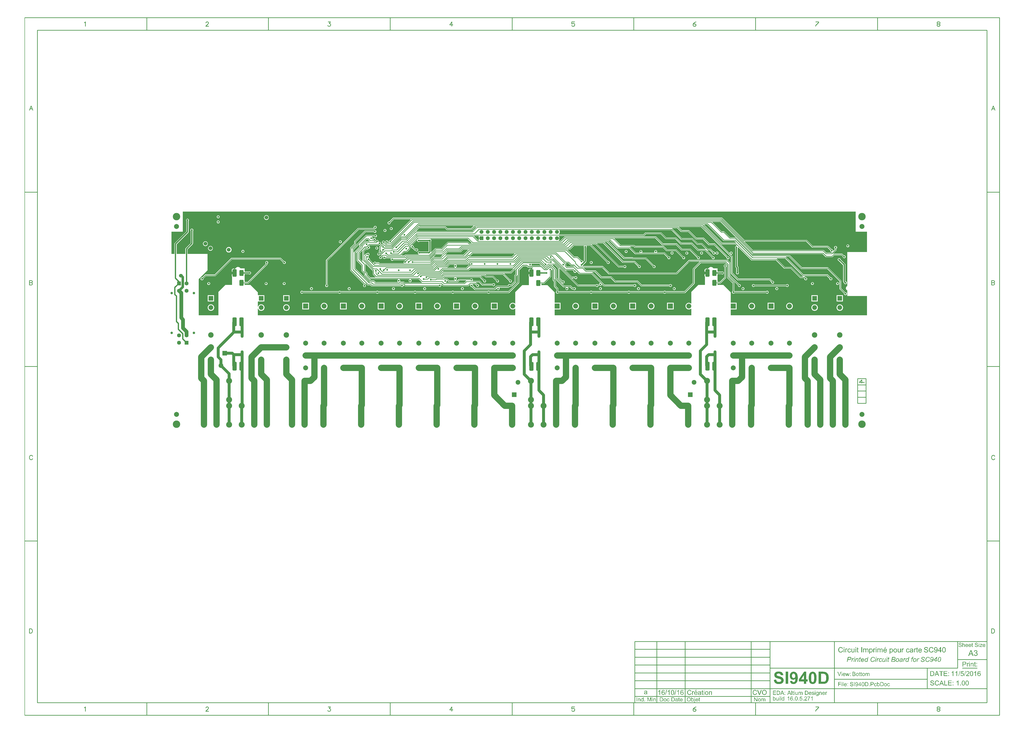
<source format=gbl>
G04 Layer_Physical_Order=4*
G04 Layer_Color=16711680*
%FSLAX25Y25*%
%MOIN*%
G70*
G01*
G75*
%ADD11C,0.03937*%
%ADD33C,0.06000*%
%ADD34C,0.02000*%
%ADD37C,0.01000*%
%ADD38C,0.10000*%
%ADD40C,0.04500*%
%ADD41C,0.01200*%
%ADD43C,0.04000*%
%ADD48C,0.00500*%
%ADD49R,0.07500X0.07500*%
%ADD50C,0.07500*%
%ADD51C,0.06299*%
%ADD52R,0.06299X0.06299*%
%ADD53R,0.07874X0.07874*%
%ADD54C,0.07874*%
%ADD55C,0.08661*%
%ADD56C,0.07480*%
%ADD57R,0.07480X0.07480*%
%ADD58C,0.09500*%
%ADD59C,0.06000*%
%ADD60C,0.11811*%
%ADD61C,0.07874*%
%ADD62C,0.02900*%
%ADD63C,0.05000*%
G04:AMPARAMS|DCode=64|XSize=94.49mil|YSize=66.54mil|CornerRadius=13.31mil|HoleSize=0mil|Usage=FLASHONLY|Rotation=90.000|XOffset=0mil|YOffset=0mil|HoleType=Round|Shape=RoundedRectangle|*
%AMROUNDEDRECTD64*
21,1,0.09449,0.03992,0,0,90.0*
21,1,0.06787,0.06654,0,0,90.0*
1,1,0.02661,0.01996,0.03394*
1,1,0.02661,0.01996,-0.03394*
1,1,0.02661,-0.01996,-0.03394*
1,1,0.02661,-0.01996,0.03394*
%
%ADD64ROUNDEDRECTD64*%
G04:AMPARAMS|DCode=65|XSize=118.11mil|YSize=66.54mil|CornerRadius=13.31mil|HoleSize=0mil|Usage=FLASHONLY|Rotation=90.000|XOffset=0mil|YOffset=0mil|HoleType=Round|Shape=RoundedRectangle|*
%AMROUNDEDRECTD65*
21,1,0.11811,0.03992,0,0,90.0*
21,1,0.09150,0.06654,0,0,90.0*
1,1,0.02661,0.01996,0.04575*
1,1,0.02661,0.01996,-0.04575*
1,1,0.02661,-0.01996,-0.04575*
1,1,0.02661,-0.01996,0.04575*
%
%ADD65ROUNDEDRECTD65*%
G04:AMPARAMS|DCode=66|XSize=137.8mil|YSize=66.54mil|CornerRadius=13.31mil|HoleSize=0mil|Usage=FLASHONLY|Rotation=270.000|XOffset=0mil|YOffset=0mil|HoleType=Round|Shape=RoundedRectangle|*
%AMROUNDEDRECTD66*
21,1,0.13780,0.03992,0,0,270.0*
21,1,0.11118,0.06654,0,0,270.0*
1,1,0.02661,-0.01996,-0.05559*
1,1,0.02661,-0.01996,0.05559*
1,1,0.02661,0.01996,0.05559*
1,1,0.02661,0.01996,-0.05559*
%
%ADD66ROUNDEDRECTD66*%
G36*
X459777Y291633D02*
X455956Y287813D01*
X418544D01*
X415928Y290428D01*
X415502Y290713D01*
X415000Y290813D01*
X373453D01*
X373223Y291367D01*
X374044Y292187D01*
X459547D01*
X459777Y291633D01*
D02*
G37*
G36*
X463777Y289633D02*
X457456Y283313D01*
X368953D01*
X368723Y283867D01*
X373044Y288187D01*
X414456D01*
X417072Y285572D01*
X417498Y285287D01*
X418000Y285187D01*
X456500D01*
X457002Y285287D01*
X457428Y285572D01*
X462044Y290187D01*
X463547D01*
X463777Y289633D01*
D02*
G37*
G36*
X468350Y272687D02*
X472500D01*
Y271487D01*
X468350D01*
Y268313D01*
X467544D01*
X460723Y275133D01*
X460953Y275687D01*
X468350D01*
Y272687D01*
D02*
G37*
G36*
X857072Y268072D02*
X857498Y267787D01*
X858000Y267687D01*
X874956D01*
X877274Y265370D01*
X877019Y264851D01*
X876982Y264813D01*
X855544D01*
X826723Y293633D01*
X826953Y294187D01*
X830956D01*
X857072Y268072D01*
D02*
G37*
G36*
X456777Y264867D02*
X456547Y264313D01*
X453544D01*
X451928Y265928D01*
X451502Y266213D01*
X451000Y266313D01*
X419000D01*
X418498Y266213D01*
X418072Y265928D01*
X408456Y256313D01*
X399500D01*
X398998Y256213D01*
X398572Y255928D01*
X392882Y250238D01*
X392384Y250471D01*
X392322Y250527D01*
Y267200D01*
X392608Y267627D01*
X392781Y268500D01*
X392608Y269373D01*
X392113Y270113D01*
X391403Y270587D01*
X391395Y270632D01*
X391636Y271187D01*
X450456D01*
X456777Y264867D01*
D02*
G37*
G36*
X294572Y267572D02*
X294810Y267413D01*
X294628Y266813D01*
X288500D01*
X287998Y266713D01*
X287572Y266428D01*
X282072Y260928D01*
X281787Y260502D01*
X281687Y260000D01*
Y258687D01*
X281413Y258471D01*
X280813Y258757D01*
Y261456D01*
X289544Y270187D01*
X291956D01*
X294572Y267572D01*
D02*
G37*
G36*
X789572Y270072D02*
X789998Y269787D01*
X790500Y269687D01*
X807456D01*
X815072Y262072D01*
X815498Y261787D01*
X816000Y261687D01*
X822456D01*
X828774Y255370D01*
X828519Y254851D01*
X828483Y254813D01*
X817544D01*
X807928Y264428D01*
X807502Y264713D01*
X807000Y264813D01*
X790544D01*
X782428Y272928D01*
X782002Y273213D01*
X781500Y273313D01*
X766544D01*
X758928Y280928D01*
X758502Y281213D01*
X758000Y281313D01*
X733500D01*
X732998Y281213D01*
X732572Y280928D01*
X729956Y278313D01*
X595914D01*
X595864Y278461D01*
X595771Y278913D01*
X596455Y279803D01*
X596911Y280905D01*
X597067Y282087D01*
X596911Y283268D01*
X596455Y284370D01*
X596241Y284649D01*
X596506Y285187D01*
X774456D01*
X789572Y270072D01*
D02*
G37*
G36*
X370222Y268517D02*
X370219Y268500D01*
X370392Y267627D01*
X370887Y266887D01*
X371627Y266392D01*
X372500Y266219D01*
X373373Y266392D01*
X373800Y266678D01*
X388678D01*
Y251255D01*
X388630Y251208D01*
X388127Y251108D01*
X387700Y250822D01*
X374800D01*
X374373Y251108D01*
X373500Y251281D01*
X372627Y251108D01*
X371887Y250613D01*
X371392Y249873D01*
X371219Y249000D01*
X371392Y248127D01*
X371887Y247387D01*
X372597Y246913D01*
X372604Y246868D01*
X372364Y246313D01*
X352000D01*
X351498Y246213D01*
X351072Y245928D01*
X349956Y244813D01*
X345453D01*
X345223Y245367D01*
X350044Y250187D01*
X353500D01*
X354002Y250287D01*
X354428Y250572D01*
X358428Y254572D01*
X358713Y254998D01*
X358813Y255500D01*
Y257956D01*
X359669Y258813D01*
X360222Y258517D01*
X360219Y258500D01*
X360392Y257627D01*
X360887Y256887D01*
X361627Y256392D01*
X362500Y256219D01*
X362854Y256289D01*
X366572Y252572D01*
X366998Y252287D01*
X367500Y252187D01*
X367686D01*
X367887Y251887D01*
X368627Y251392D01*
X369500Y251219D01*
X370373Y251392D01*
X371113Y251887D01*
X371608Y252627D01*
X371781Y253500D01*
X371608Y254373D01*
X371113Y255113D01*
X370373Y255608D01*
X369500Y255781D01*
X368627Y255608D01*
X367887Y255113D01*
X367756Y255100D01*
X364711Y258146D01*
X364781Y258500D01*
X364608Y259373D01*
X364113Y260113D01*
X363373Y260608D01*
X362500Y260781D01*
X362483Y260778D01*
X362187Y261331D01*
X369669Y268813D01*
X370222Y268517D01*
D02*
G37*
G36*
X278149Y262019D02*
X278187Y261982D01*
Y258044D01*
X270072Y249928D01*
X269913Y249690D01*
X269313Y249872D01*
Y253956D01*
X277630Y262274D01*
X278149Y262019D01*
D02*
G37*
G36*
X998197Y257447D02*
X998623Y257162D01*
X999125Y257062D01*
X1022956D01*
X1027164Y252854D01*
X1027094Y252500D01*
X1027267Y251627D01*
X1027762Y250887D01*
X1028502Y250392D01*
X1029375Y250219D01*
X1029548Y250253D01*
X1029844Y249700D01*
X1028956Y248813D01*
X1021044D01*
X1016928Y252928D01*
X1016502Y253213D01*
X1016000Y253313D01*
X903892D01*
X891072Y266133D01*
X891301Y266687D01*
X988956D01*
X998197Y257447D01*
D02*
G37*
G36*
X450777Y253133D02*
X443456Y245813D01*
X415518D01*
X415481Y245851D01*
X415226Y246370D01*
X419044Y250187D01*
X439000D01*
X439502Y250287D01*
X439928Y250572D01*
X443044Y253687D01*
X450547D01*
X450777Y253133D01*
D02*
G37*
G36*
X524777Y247133D02*
X520456Y242813D01*
X452366D01*
X452069Y243413D01*
X452278Y243687D01*
X454000D01*
X454502Y243787D01*
X454928Y244072D01*
X458544Y247687D01*
X524547D01*
X524777Y247133D01*
D02*
G37*
G36*
X410277Y245133D02*
X407456Y242313D01*
X396953D01*
X396723Y242867D01*
X399544Y245687D01*
X410047D01*
X410277Y245133D01*
D02*
G37*
G36*
X1067500Y282500D02*
X1085461D01*
Y250000D01*
X1054331D01*
Y196155D01*
X1054019Y196026D01*
X1053190Y195389D01*
X1052554Y194560D01*
X1052154Y193595D01*
X1052017Y192559D01*
X1052154Y191523D01*
X1052554Y190558D01*
X1053190Y189729D01*
X1054019Y189093D01*
X1054331Y188963D01*
Y180000D01*
X1085461D01*
Y149375D01*
X868746D01*
Y158780D01*
X878051D01*
Y169410D01*
X868746D01*
Y186181D01*
X857250Y197677D01*
X847750D01*
Y199790D01*
X851727D01*
X852230Y199890D01*
X852656Y200174D01*
X860928Y208447D01*
X861213Y208873D01*
X861313Y209375D01*
Y226311D01*
X861613Y226512D01*
X862108Y227252D01*
X862281Y228125D01*
X862108Y228998D01*
X861613Y229738D01*
X860873Y230233D01*
X860000Y230406D01*
X859127Y230233D01*
X858387Y229738D01*
X857892Y228998D01*
X857719Y228125D01*
X857892Y227252D01*
X858387Y226512D01*
X858687Y226311D01*
Y209919D01*
X851184Y202415D01*
X847750D01*
Y215028D01*
X854442D01*
X854832Y214767D01*
X855705Y214594D01*
X856578Y214767D01*
X857318Y215262D01*
X857812Y216002D01*
X857986Y216875D01*
X857812Y217748D01*
X857318Y218488D01*
X856578Y218983D01*
X855705Y219156D01*
X854832Y218983D01*
X854368Y218673D01*
X847750D01*
Y224177D01*
X841305D01*
X840760Y224888D01*
X839732Y225677D01*
X838535Y226173D01*
X837250Y226342D01*
X835965Y226173D01*
X834768Y225677D01*
X833740Y224888D01*
X832951Y223860D01*
X832927Y223802D01*
X832318D01*
Y221624D01*
X832286Y221378D01*
Y216850D01*
X831719D01*
Y216250D01*
X827346D01*
Y212276D01*
X827527Y211366D01*
X827750Y211032D01*
Y197677D01*
X817250D01*
X806148Y186575D01*
Y168570D01*
X805548Y168274D01*
X804944Y168737D01*
X803651Y169273D01*
X802264Y169455D01*
X800876Y169273D01*
X799583Y168737D01*
X798473Y167885D01*
X797621Y166775D01*
X797086Y165482D01*
X796903Y164094D01*
X797086Y162707D01*
X797621Y161414D01*
X798473Y160304D01*
X799583Y159452D01*
X800876Y158916D01*
X802264Y158734D01*
X803651Y158916D01*
X804944Y159452D01*
X805548Y159915D01*
X806148Y159619D01*
Y149375D01*
X588926D01*
Y158780D01*
X598051D01*
Y169410D01*
X588926D01*
Y186002D01*
X577429Y197498D01*
X567930D01*
Y199790D01*
X571727D01*
X572230Y199890D01*
X572655Y200174D01*
X582803Y210322D01*
X583088Y210748D01*
X583188Y211250D01*
Y220686D01*
X583488Y220887D01*
X583983Y221627D01*
X584072Y222078D01*
X584723Y222276D01*
X585585Y221414D01*
Y206000D01*
X585693Y205459D01*
X586000Y205000D01*
X587960Y203039D01*
Y195625D01*
X588068Y195084D01*
X588375Y194625D01*
X591710Y191289D01*
Y187996D01*
X591512Y187863D01*
X591017Y187123D01*
X590844Y186250D01*
X591017Y185377D01*
X591512Y184637D01*
X592252Y184142D01*
X593125Y183969D01*
X593998Y184142D01*
X594738Y184637D01*
X594871Y184835D01*
X645129D01*
X645262Y184637D01*
X646002Y184142D01*
X646875Y183969D01*
X647748Y184142D01*
X648488Y184637D01*
X648621Y184835D01*
X705129D01*
X705262Y184637D01*
X706002Y184142D01*
X706875Y183969D01*
X707748Y184142D01*
X708488Y184637D01*
X708621Y184835D01*
X762004D01*
X762137Y184637D01*
X762877Y184142D01*
X763750Y183969D01*
X764623Y184142D01*
X765363Y184637D01*
X765496Y184835D01*
X795625D01*
X796166Y184943D01*
X796625Y185250D01*
X811000Y199625D01*
X811307Y200084D01*
X811415Y200625D01*
Y222539D01*
X821211Y232335D01*
X860664D01*
X863085Y229914D01*
Y209625D01*
X863193Y209084D01*
X863500Y208625D01*
X871710Y200414D01*
Y187996D01*
X871512Y187863D01*
X871017Y187123D01*
X870844Y186250D01*
X871017Y185377D01*
X871512Y184637D01*
X872252Y184142D01*
X873125Y183969D01*
X873998Y184142D01*
X874738Y184637D01*
X874871Y184835D01*
X925129D01*
X925262Y184637D01*
X926002Y184142D01*
X926875Y183969D01*
X927748Y184142D01*
X928488Y184637D01*
X928983Y185377D01*
X929156Y186250D01*
X928983Y187123D01*
X928488Y187863D01*
X927748Y188358D01*
X926875Y188531D01*
X926002Y188358D01*
X925262Y187863D01*
X925129Y187665D01*
X874871D01*
X874738Y187863D01*
X874540Y187996D01*
Y201000D01*
X874432Y201541D01*
X874125Y202000D01*
X865924Y210201D01*
X865981Y210783D01*
X866515Y211004D01*
X880289Y197229D01*
X880219Y196875D01*
X880392Y196002D01*
X880887Y195262D01*
X881627Y194767D01*
X882500Y194594D01*
X883373Y194767D01*
X884113Y195262D01*
X884608Y196002D01*
X884781Y196875D01*
X884608Y197748D01*
X884113Y198488D01*
X883373Y198983D01*
X882500Y199156D01*
X882146Y199086D01*
X868313Y212919D01*
Y233000D01*
X868213Y233502D01*
X867928Y233928D01*
X864678Y237178D01*
X864252Y237463D01*
X863750Y237563D01*
X802750D01*
X802248Y237463D01*
X801822Y237178D01*
X781956Y217313D01*
X676044D01*
X665928Y227428D01*
X665502Y227713D01*
X665000Y227813D01*
X633785D01*
X633464Y228413D01*
X633608Y228627D01*
X633708Y229130D01*
X638789Y234211D01*
X638789Y234211D01*
X639184Y234803D01*
X639322Y235500D01*
X639322Y235500D01*
Y257200D01*
X639608Y257627D01*
X639781Y258500D01*
X639608Y259373D01*
X639464Y259587D01*
X639785Y260187D01*
X645456D01*
X671789Y233854D01*
X671719Y233500D01*
X671892Y232627D01*
X672387Y231887D01*
X673127Y231392D01*
X674000Y231219D01*
X674873Y231392D01*
X675613Y231887D01*
X676108Y232627D01*
X676281Y233500D01*
X676108Y234373D01*
X675613Y235113D01*
X674873Y235608D01*
X674000Y235781D01*
X673646Y235711D01*
X647723Y261633D01*
X647953Y262187D01*
X653956D01*
X690072Y226072D01*
X690498Y225787D01*
X691000Y225687D01*
X698686D01*
X698887Y225387D01*
X699627Y224892D01*
X700500Y224719D01*
X701373Y224892D01*
X702113Y225387D01*
X702608Y226127D01*
X702781Y227000D01*
X702608Y227873D01*
X702113Y228613D01*
X701373Y229108D01*
X700500Y229281D01*
X699627Y229108D01*
X698887Y228613D01*
X698686Y228313D01*
X691544D01*
X656223Y263633D01*
X656453Y264187D01*
X665956D01*
X696572Y233572D01*
X696998Y233287D01*
X697500Y233187D01*
X715456D01*
X721289Y227354D01*
X721219Y227000D01*
X721392Y226127D01*
X721887Y225387D01*
X722627Y224892D01*
X723500Y224719D01*
X724373Y224892D01*
X725113Y225387D01*
X725608Y226127D01*
X725781Y227000D01*
X725608Y227873D01*
X725113Y228613D01*
X724373Y229108D01*
X723500Y229281D01*
X723146Y229211D01*
X716928Y235428D01*
X716502Y235713D01*
X716000Y235813D01*
X698044D01*
X668223Y265633D01*
X668453Y266187D01*
X671956D01*
X698572Y239572D01*
X698998Y239287D01*
X699500Y239187D01*
X711956D01*
X712072Y239072D01*
X712498Y238787D01*
X713000Y238687D01*
X733393D01*
X744789Y227291D01*
X744719Y226937D01*
X744892Y226064D01*
X745387Y225324D01*
X746127Y224829D01*
X747000Y224656D01*
X747873Y224829D01*
X748613Y225324D01*
X749108Y226064D01*
X749281Y226937D01*
X749108Y227810D01*
X748613Y228550D01*
X747873Y229045D01*
X747000Y229218D01*
X746646Y229148D01*
X734865Y240928D01*
X734439Y241213D01*
X733937Y241313D01*
X713544D01*
X713428Y241428D01*
X713002Y241713D01*
X712500Y241813D01*
X700044D01*
X674223Y267633D01*
X674453Y268187D01*
X676456D01*
X688572Y256072D01*
X688998Y255787D01*
X689500Y255687D01*
X707956D01*
X716572Y247072D01*
X716998Y246787D01*
X717500Y246687D01*
X762956D01*
X768289Y241354D01*
X768219Y241000D01*
X768392Y240127D01*
X768887Y239387D01*
X769627Y238892D01*
X770500Y238719D01*
X771373Y238892D01*
X772113Y239387D01*
X772608Y240127D01*
X772781Y241000D01*
X772608Y241873D01*
X772113Y242613D01*
X771373Y243108D01*
X770500Y243281D01*
X770146Y243211D01*
X764428Y248928D01*
X764002Y249213D01*
X763500Y249313D01*
X751785D01*
X751464Y249913D01*
X751608Y250127D01*
X751781Y251000D01*
X751608Y251873D01*
X751113Y252613D01*
X750373Y253108D01*
X749500Y253281D01*
X748627Y253108D01*
X747887Y252613D01*
X747392Y251873D01*
X747219Y251000D01*
X747392Y250127D01*
X747536Y249913D01*
X747215Y249313D01*
X728285D01*
X727964Y249913D01*
X728108Y250127D01*
X728281Y251000D01*
X728108Y251873D01*
X727613Y252613D01*
X726873Y253108D01*
X726000Y253281D01*
X725127Y253108D01*
X724387Y252613D01*
X723892Y251873D01*
X723719Y251000D01*
X723892Y250127D01*
X724036Y249913D01*
X723715Y249313D01*
X718044D01*
X709428Y257928D01*
X709190Y258087D01*
X709372Y258687D01*
X714456D01*
X715572Y257572D01*
X715998Y257287D01*
X716500Y257187D01*
X760956D01*
X766072Y252072D01*
X766498Y251787D01*
X767000Y251687D01*
X781456D01*
X791789Y241354D01*
X791719Y241000D01*
X791892Y240127D01*
X792387Y239387D01*
X793127Y238892D01*
X794000Y238719D01*
X794873Y238892D01*
X795613Y239387D01*
X796108Y240127D01*
X796281Y241000D01*
X796108Y241873D01*
X795613Y242613D01*
X794873Y243108D01*
X794000Y243281D01*
X793646Y243211D01*
X782928Y253928D01*
X782502Y254213D01*
X782000Y254313D01*
X767544D01*
X762428Y259428D01*
X762002Y259713D01*
X761500Y259813D01*
X717044D01*
X715928Y260928D01*
X715502Y261213D01*
X715000Y261313D01*
X694044D01*
X683723Y271633D01*
X683953Y272187D01*
X748956D01*
X759572Y261572D01*
X759998Y261287D01*
X760500Y261187D01*
X781956D01*
X790072Y253072D01*
X790498Y252787D01*
X791000Y252687D01*
X803956D01*
X815289Y241354D01*
X815219Y241000D01*
X815392Y240127D01*
X815887Y239387D01*
X816627Y238892D01*
X817500Y238719D01*
X818373Y238892D01*
X819113Y239387D01*
X819608Y240127D01*
X819781Y241000D01*
X819608Y241873D01*
X819113Y242613D01*
X818373Y243108D01*
X817500Y243281D01*
X817146Y243211D01*
X805428Y254928D01*
X805002Y255213D01*
X804500Y255313D01*
X791544D01*
X783428Y263428D01*
X783002Y263713D01*
X782500Y263813D01*
X761044D01*
X750428Y274428D01*
X750002Y274713D01*
X749500Y274813D01*
X605000D01*
X604498Y274713D01*
X604072Y274428D01*
X597956Y268313D01*
X595384D01*
X595180Y268913D01*
X595460Y269127D01*
X596125Y269994D01*
X596543Y271003D01*
X596606Y271487D01*
X592500D01*
Y272687D01*
X596606D01*
X596543Y273170D01*
X596125Y274179D01*
X595460Y275046D01*
X595364Y275119D01*
X595557Y275687D01*
X730500D01*
X731002Y275787D01*
X731428Y276072D01*
X734044Y278687D01*
X757456D01*
X765072Y271072D01*
X765498Y270787D01*
X766000Y270687D01*
X780956D01*
X789072Y262572D01*
X789498Y262287D01*
X790000Y262187D01*
X806456D01*
X816072Y252572D01*
X816498Y252287D01*
X817000Y252187D01*
X827956D01*
X838789Y241354D01*
X838719Y241000D01*
X838892Y240127D01*
X839387Y239387D01*
X840127Y238892D01*
X841000Y238719D01*
X841873Y238892D01*
X842613Y239387D01*
X843108Y240127D01*
X843281Y241000D01*
X843108Y241873D01*
X842613Y242613D01*
X841873Y243108D01*
X841000Y243281D01*
X840646Y243211D01*
X831726Y252130D01*
X831981Y252649D01*
X832018Y252687D01*
X835956D01*
X839789Y248854D01*
X839719Y248500D01*
X839892Y247627D01*
X840387Y246887D01*
X841127Y246392D01*
X842000Y246219D01*
X842873Y246392D01*
X843613Y246887D01*
X844108Y247627D01*
X844194Y248062D01*
X844806D01*
X844892Y247627D01*
X845387Y246887D01*
X846127Y246392D01*
X847000Y246219D01*
X847873Y246392D01*
X848613Y246887D01*
X849108Y247627D01*
X849281Y248500D01*
X849108Y249373D01*
X848613Y250113D01*
X847873Y250608D01*
X847000Y250781D01*
X846127Y250608D01*
X845387Y250113D01*
X844892Y249373D01*
X844806Y248938D01*
X844194D01*
X844108Y249373D01*
X843613Y250113D01*
X842873Y250608D01*
X842000Y250781D01*
X841646Y250711D01*
X837428Y254928D01*
X837002Y255213D01*
X836500Y255313D01*
X832544D01*
X823928Y263928D01*
X823502Y264213D01*
X823000Y264313D01*
X816544D01*
X808928Y271928D01*
X808502Y272213D01*
X808000Y272313D01*
X791044D01*
X775928Y287428D01*
X775690Y287587D01*
X775872Y288187D01*
X783956D01*
X789572Y282572D01*
X789998Y282287D01*
X790500Y282187D01*
X801456D01*
X813072Y270572D01*
X813498Y270287D01*
X814000Y270187D01*
X824956D01*
X833572Y261572D01*
X833998Y261287D01*
X834500Y261187D01*
X842456D01*
X862289Y241354D01*
X862219Y241000D01*
X862392Y240127D01*
X862887Y239387D01*
X863627Y238892D01*
X864500Y238719D01*
X865373Y238892D01*
X866113Y239387D01*
X866608Y240127D01*
X866781Y241000D01*
X866608Y241873D01*
X866113Y242613D01*
X865373Y243108D01*
X864500Y243281D01*
X864146Y243211D01*
X843928Y263428D01*
X843502Y263713D01*
X843000Y263813D01*
X835044D01*
X826428Y272428D01*
X826002Y272713D01*
X825500Y272813D01*
X814544D01*
X802928Y284428D01*
X802502Y284713D01*
X802000Y284813D01*
X791044D01*
X786223Y289633D01*
X786453Y290187D01*
X821456D01*
X869187Y242456D01*
Y216500D01*
X869287Y215998D01*
X869572Y215572D01*
X879572Y205572D01*
X879998Y205287D01*
X880500Y205187D01*
X930456D01*
X933289Y202354D01*
X933219Y202000D01*
X933392Y201127D01*
X933887Y200387D01*
X934627Y199892D01*
X935500Y199719D01*
X936373Y199892D01*
X937113Y200387D01*
X937608Y201127D01*
X937781Y202000D01*
X937608Y202873D01*
X937113Y203613D01*
X936373Y204108D01*
X935500Y204281D01*
X935146Y204211D01*
X931928Y207428D01*
X931502Y207713D01*
X931000Y207813D01*
X881044D01*
X871813Y217044D01*
Y243000D01*
X871713Y243502D01*
X871428Y243928D01*
X869708Y245648D01*
X869905Y246299D01*
X870373Y246392D01*
X871113Y246887D01*
X871608Y247627D01*
X871781Y248500D01*
X871608Y249373D01*
X871113Y250113D01*
X870373Y250608D01*
X869500Y250781D01*
X868627Y250608D01*
X867887Y250113D01*
X867392Y249373D01*
X867299Y248905D01*
X866648Y248708D01*
X823846Y291510D01*
X824071Y292089D01*
X824507Y292137D01*
X854072Y262572D01*
X854498Y262287D01*
X855000Y262187D01*
X876456D01*
X878313Y260331D01*
X878017Y259778D01*
X878000Y259781D01*
X877127Y259608D01*
X876387Y259113D01*
X875892Y258373D01*
X875719Y257500D01*
X875892Y256627D01*
X876178Y256200D01*
Y227000D01*
X876178Y227000D01*
X876316Y226303D01*
X876711Y225711D01*
X877678Y224745D01*
Y218300D01*
X877392Y217873D01*
X877219Y217000D01*
X877392Y216127D01*
X877887Y215387D01*
X878627Y214892D01*
X879500Y214719D01*
X880373Y214892D01*
X881113Y215387D01*
X881608Y216127D01*
X881781Y217000D01*
X881608Y217873D01*
X881322Y218300D01*
Y225500D01*
X881322Y225500D01*
X881184Y226197D01*
X880789Y226789D01*
X879822Y227755D01*
Y256200D01*
X880108Y256627D01*
X880281Y257500D01*
X880278Y257517D01*
X880831Y257813D01*
X901572Y237072D01*
X901998Y236787D01*
X902500Y236687D01*
X940956D01*
X953572Y224072D01*
X953998Y223787D01*
X954500Y223687D01*
X964456D01*
X979072Y209072D01*
X979498Y208787D01*
X980000Y208687D01*
X985081D01*
X985914Y207854D01*
X985844Y207500D01*
X986017Y206627D01*
X986512Y205887D01*
X987252Y205392D01*
X988125Y205219D01*
X988998Y205392D01*
X989738Y205887D01*
X990233Y206627D01*
X990406Y207500D01*
X990233Y208373D01*
X989738Y209113D01*
X988998Y209608D01*
X988125Y209781D01*
X987771Y209711D01*
X986553Y210928D01*
X986127Y211213D01*
X986188Y211812D01*
X1021956D01*
X1025914Y207854D01*
X1025844Y207500D01*
X1026017Y206627D01*
X1026512Y205887D01*
X1027252Y205392D01*
X1028125Y205219D01*
X1028998Y205392D01*
X1029738Y205887D01*
X1030233Y206627D01*
X1030406Y207500D01*
X1030233Y208373D01*
X1029738Y209113D01*
X1028998Y209608D01*
X1028125Y209781D01*
X1027771Y209711D01*
X1023428Y214053D01*
X1023002Y214338D01*
X1022500Y214438D01*
X984544D01*
X957053Y241928D01*
X956815Y242087D01*
X956997Y242687D01*
X961456D01*
X980697Y223447D01*
X981123Y223162D01*
X981625Y223062D01*
X1022581D01*
X1041812Y203831D01*
Y191875D01*
X1041912Y191373D01*
X1042197Y190947D01*
X1049039Y184104D01*
X1048969Y183750D01*
X1049142Y182877D01*
X1049637Y182137D01*
X1050377Y181642D01*
X1051250Y181469D01*
X1052123Y181642D01*
X1052863Y182137D01*
X1053358Y182877D01*
X1053531Y183750D01*
X1053358Y184623D01*
X1052863Y185363D01*
X1052123Y185858D01*
X1051250Y186031D01*
X1050896Y185961D01*
X1044438Y192419D01*
Y204375D01*
X1044338Y204877D01*
X1044053Y205303D01*
X1024053Y225303D01*
X1023627Y225588D01*
X1023125Y225688D01*
X982169D01*
X962928Y244928D01*
X962502Y245213D01*
X962000Y245313D01*
X904544D01*
X876928Y272928D01*
X876502Y273213D01*
X876000Y273313D01*
X868044D01*
X858678Y282678D01*
X858252Y282963D01*
X857750Y283063D01*
X854294D01*
X839723Y297633D01*
X839953Y298187D01*
X852653D01*
X903269Y247572D01*
X903694Y247287D01*
X904197Y247187D01*
X1014956D01*
X1019572Y242572D01*
X1019998Y242287D01*
X1020500Y242187D01*
X1030000D01*
X1030502Y242287D01*
X1030928Y242572D01*
X1033294Y244937D01*
X1045081D01*
X1047105Y242914D01*
X1047035Y242559D01*
X1047208Y241686D01*
X1047703Y240946D01*
X1048443Y240452D01*
X1049316Y240278D01*
X1050189Y240452D01*
X1050929Y240946D01*
X1051423Y241686D01*
X1051597Y242559D01*
X1051423Y243432D01*
X1050929Y244172D01*
X1050189Y244667D01*
X1049316Y244840D01*
X1048962Y244770D01*
X1046553Y247178D01*
X1046127Y247463D01*
X1045625Y247563D01*
X1032750D01*
X1032248Y247463D01*
X1032006Y247301D01*
X1031624Y247767D01*
X1036553Y252697D01*
X1036838Y253123D01*
X1036938Y253625D01*
Y255686D01*
X1037238Y255887D01*
X1037733Y256627D01*
X1037906Y257500D01*
X1037733Y258373D01*
X1037238Y259113D01*
X1036498Y259608D01*
X1035625Y259781D01*
X1034752Y259608D01*
X1034012Y259113D01*
X1033517Y258373D01*
X1033344Y257500D01*
X1033517Y256627D01*
X1034012Y255887D01*
X1034312Y255686D01*
Y254169D01*
X1032175Y252031D01*
X1031622Y252327D01*
X1031656Y252500D01*
X1031483Y253373D01*
X1030988Y254113D01*
X1030248Y254608D01*
X1029375Y254781D01*
X1029021Y254711D01*
X1024428Y259303D01*
X1024002Y259588D01*
X1023500Y259688D01*
X999669D01*
X990428Y268928D01*
X990002Y269213D01*
X989500Y269313D01*
X890544D01*
X855428Y304428D01*
X855002Y304713D01*
X854500Y304813D01*
X332500D01*
X331998Y304713D01*
X331572Y304428D01*
X325854Y298711D01*
X325500Y298781D01*
X324627Y298608D01*
X323887Y298113D01*
X323392Y297373D01*
X323219Y296500D01*
X323392Y295627D01*
X323887Y294887D01*
X324627Y294392D01*
X325500Y294219D01*
X326373Y294392D01*
X327113Y294887D01*
X327608Y295627D01*
X327781Y296500D01*
X327711Y296854D01*
X333044Y302187D01*
X359547D01*
X359777Y301633D01*
X327406Y269263D01*
X326627Y269108D01*
X325887Y268613D01*
X325392Y267873D01*
X325219Y267000D01*
X325392Y266127D01*
X325536Y265913D01*
X325215Y265313D01*
X324544D01*
X324128Y265728D01*
X324281Y266500D01*
X324108Y267373D01*
X323613Y268113D01*
X322873Y268608D01*
X322000Y268781D01*
X321127Y268608D01*
X320387Y268113D01*
X319892Y267373D01*
X319719Y266500D01*
X319892Y265627D01*
X320387Y264887D01*
X321127Y264392D01*
X321906Y264237D01*
X322731Y263413D01*
X322482Y262813D01*
X321544D01*
X318711Y265646D01*
X318781Y266000D01*
X318608Y266873D01*
X318113Y267613D01*
X317373Y268108D01*
X316500Y268281D01*
X315627Y268108D01*
X314887Y267613D01*
X314392Y266873D01*
X314219Y266000D01*
X314392Y265127D01*
X314887Y264387D01*
X315627Y263892D01*
X316500Y263719D01*
X316854Y263789D01*
X317277Y263367D01*
X317047Y262813D01*
X314500D01*
X313998Y262713D01*
X313572Y262428D01*
X310572Y259428D01*
X310287Y259002D01*
X310187Y258500D01*
Y253314D01*
X309887Y253113D01*
X309392Y252373D01*
X309219Y251500D01*
X309392Y250627D01*
X309887Y249887D01*
X310627Y249392D01*
X311500Y249219D01*
X312373Y249392D01*
X313113Y249887D01*
X313608Y250627D01*
X313781Y251500D01*
X313721Y251804D01*
X314286Y252038D01*
X314387Y251887D01*
X315127Y251392D01*
X315261Y251366D01*
X315435Y250792D01*
X312956Y248313D01*
X310814D01*
X310613Y248613D01*
X309873Y249108D01*
X309000Y249281D01*
X308127Y249108D01*
X307387Y248613D01*
X306892Y247873D01*
X306719Y247000D01*
X306892Y246127D01*
X307387Y245387D01*
X308127Y244892D01*
X309000Y244719D01*
X309873Y244892D01*
X310613Y245387D01*
X310814Y245687D01*
X313482D01*
X313519Y245649D01*
X313774Y245130D01*
X312354Y243711D01*
X312000Y243781D01*
X311127Y243608D01*
X310387Y243113D01*
X309892Y242373D01*
X309719Y241500D01*
X309892Y240627D01*
X310387Y239887D01*
X311127Y239392D01*
X312000Y239219D01*
X312873Y239392D01*
X313613Y239887D01*
X314108Y240627D01*
X314281Y241500D01*
X314211Y241854D01*
X315668Y243312D01*
X315789Y243298D01*
X316075Y242683D01*
X316065Y242632D01*
X315892Y242373D01*
X315719Y241500D01*
X315892Y240627D01*
X316387Y239887D01*
X317127Y239392D01*
X318000Y239219D01*
X318873Y239392D01*
X319613Y239887D01*
X319814Y240187D01*
X328215D01*
X328536Y239587D01*
X328392Y239373D01*
X328219Y238500D01*
X328392Y237627D01*
X328887Y236887D01*
X329627Y236392D01*
X330500Y236219D01*
X331373Y236392D01*
X332113Y236887D01*
X332314Y237187D01*
X351483D01*
X351709Y236640D01*
X351316Y236218D01*
X351000Y236281D01*
X350127Y236108D01*
X349387Y235613D01*
X348892Y234873D01*
X348719Y234000D01*
X348892Y233127D01*
X349036Y232913D01*
X348715Y232313D01*
X311044D01*
X309928Y233428D01*
X309502Y233713D01*
X309000Y233813D01*
X304814D01*
X304613Y234113D01*
X303873Y234608D01*
X303000Y234781D01*
X302127Y234608D01*
X301387Y234113D01*
X300892Y233373D01*
X300834Y233079D01*
X300183Y232881D01*
X294976Y238088D01*
X295046Y238443D01*
X294873Y239316D01*
X294378Y240056D01*
X293638Y240550D01*
X292939Y240689D01*
X292673Y241129D01*
X292632Y241309D01*
X292773Y241520D01*
X292946Y242393D01*
X292773Y243266D01*
X292457Y243738D01*
X292691Y244396D01*
X293013Y244460D01*
X293753Y244955D01*
X294248Y245695D01*
X294421Y246568D01*
X294248Y247441D01*
X293753Y248181D01*
X293013Y248675D01*
X292140Y248849D01*
X291267Y248675D01*
X290527Y248181D01*
X290326Y247881D01*
X289568D01*
X289066Y247781D01*
X288640Y247496D01*
X286413Y245269D01*
X285813Y245517D01*
Y250884D01*
X288616Y253687D01*
X290500D01*
X291002Y253787D01*
X291428Y254072D01*
X292646Y255289D01*
X293000Y255219D01*
X293873Y255392D01*
X294613Y255887D01*
X295108Y256627D01*
X295281Y257500D01*
X295108Y258373D01*
X294613Y259113D01*
X293873Y259608D01*
X293739Y259634D01*
X293565Y260208D01*
X294544Y261187D01*
X309000D01*
X309502Y261287D01*
X309928Y261572D01*
X310146Y261789D01*
X310500Y261719D01*
X311373Y261892D01*
X312113Y262387D01*
X312608Y263127D01*
X312781Y264000D01*
X312608Y264873D01*
X312113Y265613D01*
X311373Y266108D01*
X310500Y266281D01*
X309627Y266108D01*
X309066Y265732D01*
X308668Y266075D01*
X308612Y266151D01*
X308781Y267000D01*
X308608Y267873D01*
X308113Y268613D01*
X307373Y269108D01*
X306500Y269281D01*
X305627Y269108D01*
X304887Y268613D01*
X304392Y267873D01*
X304219Y267000D01*
X304065Y266813D01*
X301194D01*
X301012Y267413D01*
X301250Y267572D01*
X301786Y268107D01*
X302140Y268037D01*
X303013Y268210D01*
X303753Y268705D01*
X304248Y269445D01*
X304421Y270318D01*
X304248Y271191D01*
X303753Y271931D01*
X303013Y272426D01*
X302140Y272599D01*
X301267Y272426D01*
X300527Y271931D01*
X300032Y271191D01*
X299859Y270318D01*
X299363Y269813D01*
X298685D01*
X298503Y270413D01*
X298753Y270580D01*
X299248Y271320D01*
X299421Y272193D01*
X299248Y273066D01*
X298753Y273806D01*
X298332Y274087D01*
X298514Y274687D01*
X302186D01*
X302387Y274387D01*
X303127Y273892D01*
X304000Y273719D01*
X304873Y273892D01*
X305613Y274387D01*
X306108Y275127D01*
X306281Y276000D01*
X306108Y276873D01*
X305613Y277613D01*
X304873Y278108D01*
X304000Y278281D01*
X303127Y278108D01*
X302387Y277613D01*
X302186Y277313D01*
X289500D01*
X288998Y277213D01*
X288572Y276928D01*
X267072Y255428D01*
X266913Y255190D01*
X266313Y255372D01*
Y255956D01*
X272428Y262072D01*
X272713Y262498D01*
X272813Y263000D01*
Y266456D01*
X288044Y281687D01*
X301186D01*
X301387Y281387D01*
X302127Y280892D01*
X303000Y280719D01*
X303873Y280892D01*
X304613Y281387D01*
X305108Y282127D01*
X305281Y283000D01*
X305108Y283873D01*
X304613Y284613D01*
X303873Y285108D01*
X303000Y285281D01*
X302127Y285108D01*
X301387Y284613D01*
X301186Y284313D01*
X287500D01*
X286998Y284213D01*
X286572Y283928D01*
X270572Y267928D01*
X270287Y267502D01*
X270187Y267000D01*
Y263544D01*
X264072Y257428D01*
X263787Y257002D01*
X263687Y256500D01*
Y221000D01*
X263787Y220498D01*
X264072Y220072D01*
X285148Y198996D01*
X285111Y198388D01*
X284887Y198238D01*
X284392Y197498D01*
X284219Y196625D01*
X284392Y195752D01*
X284887Y195012D01*
X285627Y194517D01*
X286500Y194344D01*
X287373Y194517D01*
X288113Y195012D01*
X288608Y195752D01*
X288781Y196625D01*
X288608Y197498D01*
X288113Y198238D01*
X287813Y198439D01*
Y199500D01*
X287713Y200002D01*
X287551Y200244D01*
X288017Y200626D01*
X291072Y197572D01*
X291498Y197287D01*
X292000Y197187D01*
X295956D01*
X297197Y195947D01*
X297623Y195662D01*
X298125Y195562D01*
X344436D01*
X344637Y195262D01*
X345377Y194767D01*
X346250Y194594D01*
X347123Y194767D01*
X347863Y195262D01*
X348358Y196002D01*
X348513Y196782D01*
X348806Y196949D01*
X349112Y197032D01*
X350197Y195947D01*
X350623Y195662D01*
X351125Y195562D01*
X404436D01*
X404637Y195262D01*
X405377Y194767D01*
X406250Y194594D01*
X407123Y194767D01*
X407863Y195262D01*
X408358Y196002D01*
X408531Y196875D01*
X408394Y197566D01*
X408650Y198097D01*
X408759Y198227D01*
X408896Y198247D01*
X411072Y196072D01*
X411498Y195787D01*
X412000Y195687D01*
X451000D01*
X451502Y195787D01*
X451928Y196072D01*
X454704Y198848D01*
X454776Y198830D01*
X455034Y198147D01*
X454767Y197748D01*
X454594Y196875D01*
X454767Y196002D01*
X455262Y195262D01*
X456002Y194767D01*
X456875Y194594D01*
X457109Y194640D01*
X461500Y190250D01*
X461959Y189943D01*
X462500Y189835D01*
X493125D01*
X493666Y189943D01*
X494125Y190250D01*
X496158Y192283D01*
X496711Y191987D01*
X496694Y191900D01*
X496867Y191027D01*
X497362Y190287D01*
X498102Y189792D01*
X498975Y189619D01*
X499848Y189792D01*
X500588Y190287D01*
X501083Y191027D01*
X501256Y191900D01*
X501083Y192773D01*
X500941Y192985D01*
X501261Y193585D01*
X515000D01*
X515541Y193693D01*
X516000Y194000D01*
X516641Y194640D01*
X516875Y194594D01*
X517748Y194767D01*
X518488Y195262D01*
X518621Y195460D01*
X520000D01*
X520541Y195568D01*
X521000Y195875D01*
X527250Y202125D01*
X527557Y202584D01*
X527665Y203125D01*
Y211914D01*
X529000Y213250D01*
X529235Y213602D01*
X529750Y213535D01*
X529835Y213502D01*
Y202461D01*
X515039Y187665D01*
X485496D01*
X485363Y187863D01*
X484623Y188358D01*
X483750Y188531D01*
X482877Y188358D01*
X482137Y187863D01*
X482004Y187665D01*
X428621D01*
X428488Y187863D01*
X427748Y188358D01*
X426875Y188531D01*
X426002Y188358D01*
X425262Y187863D01*
X425129Y187665D01*
X368621D01*
X368488Y187863D01*
X367748Y188358D01*
X366875Y188531D01*
X366002Y188358D01*
X365262Y187863D01*
X365129Y187665D01*
X308621D01*
X308488Y187863D01*
X307748Y188358D01*
X306875Y188531D01*
X306002Y188358D01*
X305262Y187863D01*
X305129Y187665D01*
X248621D01*
X248488Y187863D01*
X247748Y188358D01*
X246875Y188531D01*
X246002Y188358D01*
X245262Y187863D01*
X245129Y187665D01*
X188621D01*
X188488Y187863D01*
X187748Y188358D01*
X186875Y188531D01*
X186002Y188358D01*
X185262Y187863D01*
X184767Y187123D01*
X184594Y186250D01*
X184767Y185377D01*
X185262Y184637D01*
X186002Y184142D01*
X186875Y183969D01*
X187748Y184142D01*
X188488Y184637D01*
X188621Y184835D01*
X245129D01*
X245262Y184637D01*
X246002Y184142D01*
X246875Y183969D01*
X247748Y184142D01*
X248488Y184637D01*
X248621Y184835D01*
X305129D01*
X305262Y184637D01*
X306002Y184142D01*
X306875Y183969D01*
X307748Y184142D01*
X308488Y184637D01*
X308621Y184835D01*
X365129D01*
X365262Y184637D01*
X366002Y184142D01*
X366875Y183969D01*
X367748Y184142D01*
X368488Y184637D01*
X368621Y184835D01*
X425129D01*
X425262Y184637D01*
X426002Y184142D01*
X426875Y183969D01*
X427748Y184142D01*
X428488Y184637D01*
X428621Y184835D01*
X482004D01*
X482137Y184637D01*
X482877Y184142D01*
X483750Y183969D01*
X484623Y184142D01*
X485363Y184637D01*
X485496Y184835D01*
X515625D01*
X516166Y184943D01*
X516625Y185250D01*
X532250Y200875D01*
X532557Y201334D01*
X532665Y201875D01*
Y221164D01*
X539086Y227585D01*
X543914D01*
X545500Y226000D01*
X545959Y225693D01*
X546500Y225585D01*
X554077D01*
X554281Y224985D01*
X553920Y224708D01*
X553131Y223680D01*
X553107Y223622D01*
X552498D01*
Y221445D01*
X552466Y221199D01*
Y216671D01*
X551898D01*
Y216071D01*
X547526D01*
Y212096D01*
X547707Y211187D01*
X547929Y210853D01*
Y197498D01*
X537430D01*
X526327Y186395D01*
Y168432D01*
X525727Y168136D01*
X524944Y168737D01*
X523651Y169273D01*
X522264Y169455D01*
X520876Y169273D01*
X519583Y168737D01*
X518473Y167885D01*
X517621Y166775D01*
X517086Y165482D01*
X516903Y164094D01*
X517086Y162707D01*
X517621Y161414D01*
X518473Y160304D01*
X519583Y159452D01*
X520876Y158916D01*
X522264Y158734D01*
X523651Y158916D01*
X524944Y159452D01*
X525727Y160053D01*
X526327Y159757D01*
Y149375D01*
X116791Y149375D01*
Y159907D01*
X117391Y160026D01*
X117754Y159151D01*
X118574Y158082D01*
X119643Y157262D01*
X120888Y156746D01*
X122224Y156570D01*
X123561Y156746D01*
X124805Y157262D01*
X125875Y158082D01*
X126695Y159151D01*
X127211Y160396D01*
X127387Y161732D01*
X127211Y163068D01*
X126695Y164313D01*
X125875Y165383D01*
X124805Y166203D01*
X123561Y166719D01*
X122224Y166895D01*
X120888Y166719D01*
X119643Y166203D01*
X118574Y165383D01*
X117754Y164313D01*
X117391Y163438D01*
X116791Y163558D01*
Y170908D01*
X117106Y171378D01*
X117391Y171378D01*
X127342D01*
Y181614D01*
X117391D01*
X117106Y181614D01*
X116791Y182084D01*
Y186181D01*
X105295Y197677D01*
X95795D01*
Y199790D01*
X101102D01*
X101605Y199890D01*
X102031Y200174D01*
X131928Y230072D01*
X132213Y230498D01*
X132313Y231000D01*
Y231686D01*
X132613Y231887D01*
X133108Y232627D01*
X133281Y233500D01*
X133108Y234373D01*
X132613Y235113D01*
X131873Y235608D01*
X131000Y235781D01*
X130127Y235608D01*
X129387Y235113D01*
X128892Y234373D01*
X128719Y233500D01*
X128892Y232627D01*
X129387Y231887D01*
X129340Y231196D01*
X100559Y202415D01*
X95795D01*
Y215028D01*
X102487D01*
X102877Y214767D01*
X103750Y214594D01*
X104623Y214767D01*
X105363Y215262D01*
X105858Y216002D01*
X106031Y216875D01*
X105858Y217748D01*
X105363Y218488D01*
X104623Y218983D01*
X103750Y219156D01*
X102877Y218983D01*
X102413Y218673D01*
X95795D01*
Y224177D01*
X89350D01*
X88805Y224888D01*
X87777Y225677D01*
X86580Y226173D01*
X85295Y226342D01*
X84011Y226173D01*
X82813Y225677D01*
X81785Y224888D01*
X80997Y223860D01*
X80972Y223802D01*
X80364D01*
Y221624D01*
X80331Y221378D01*
Y216850D01*
X79764D01*
Y216250D01*
X75391D01*
Y212276D01*
X75572Y211366D01*
X75795Y211032D01*
Y197677D01*
X65295D01*
X54193Y186575D01*
Y149375D01*
X23000D01*
X23000Y207000D01*
X37000Y221000D01*
X37000Y247000D01*
X5228D01*
Y254340D01*
X13289Y262400D01*
X13289Y262400D01*
X13684Y262992D01*
X13822Y263689D01*
Y283909D01*
X14024Y284211D01*
X14198Y285084D01*
X14024Y285957D01*
X13529Y286697D01*
X12789Y287191D01*
X11916Y287365D01*
X11043Y287191D01*
X10303Y286697D01*
X9809Y285957D01*
X9635Y285084D01*
X9809Y284211D01*
X10178Y283659D01*
Y264444D01*
X2117Y256383D01*
X1722Y255792D01*
X1583Y255095D01*
X1583Y255094D01*
Y247000D01*
X-12178D01*
Y262245D01*
X6289Y280711D01*
X6289Y280711D01*
X6684Y281303D01*
X6822Y282000D01*
X6822Y282000D01*
Y299700D01*
X7108Y300127D01*
X7281Y301000D01*
X7108Y301873D01*
X6613Y302613D01*
X5873Y303108D01*
X5000Y303281D01*
X4127Y303108D01*
X3387Y302613D01*
X2892Y301873D01*
X2719Y301000D01*
X2892Y300127D01*
X3178Y299700D01*
Y282755D01*
X-15289Y264289D01*
X-15684Y263697D01*
X-15822Y263000D01*
X-15822Y263000D01*
Y247000D01*
X-20461D01*
Y282500D01*
X-2500D01*
Y314418D01*
X1067500D01*
Y282500D01*
D02*
G37*
G36*
X290014Y256600D02*
X289795Y256313D01*
X288072D01*
X287570Y256213D01*
X287144Y255928D01*
X283572Y252356D01*
X283287Y251930D01*
X283187Y251428D01*
Y237000D01*
X283287Y236498D01*
X283449Y236256D01*
X282983Y235874D01*
X279313Y239544D01*
Y248956D01*
X287544Y257187D01*
X289711D01*
X290014Y256600D01*
D02*
G37*
G36*
X635536Y259587D02*
X635392Y259373D01*
X635219Y258500D01*
X635392Y257627D01*
X635678Y257200D01*
Y236255D01*
X634328Y234905D01*
X633747Y235173D01*
X633608Y235873D01*
X633113Y236613D01*
X632373Y237108D01*
X631500Y237281D01*
X631146Y237211D01*
X625928Y242428D01*
X625502Y242713D01*
X625000Y242813D01*
X620044D01*
X609723Y253133D01*
X609953Y253687D01*
X612500D01*
X613002Y253787D01*
X613428Y254072D01*
X619544Y260187D01*
X635215D01*
X635536Y259587D01*
D02*
G37*
G36*
X566985Y229015D02*
X566736Y228415D01*
X552268D01*
X551985Y228944D01*
X552108Y229127D01*
X552281Y230000D01*
X552108Y230873D01*
X551985Y231056D01*
X552268Y231585D01*
X564414D01*
X566985Y229015D01*
D02*
G37*
G36*
X614322Y228822D02*
X614748Y228537D01*
X615250Y228437D01*
X618706D01*
X619774Y227370D01*
X619519Y226851D01*
X619483Y226813D01*
X608544D01*
X606813Y228544D01*
Y231500D01*
X606713Y232002D01*
X606656Y232087D01*
X606977Y232687D01*
X610456D01*
X614322Y228822D01*
D02*
G37*
G36*
X454846Y231642D02*
X454719Y231000D01*
X454892Y230127D01*
X455036Y229913D01*
X454715Y229313D01*
X452500D01*
X451998Y229213D01*
X451572Y228928D01*
X447956Y225313D01*
X432136D01*
X431895Y225868D01*
X431903Y225913D01*
X432613Y226387D01*
X433108Y227127D01*
X433281Y228000D01*
X433108Y228873D01*
X432630Y229587D01*
X432660Y229736D01*
X432833Y230187D01*
X452000D01*
X452502Y230287D01*
X452928Y230572D01*
X454293Y231937D01*
X454846Y231642D01*
D02*
G37*
G36*
X429340Y229736D02*
X429370Y229587D01*
X428892Y228873D01*
X428719Y228000D01*
X428892Y227127D01*
X429387Y226387D01*
X430097Y225913D01*
X430104Y225868D01*
X429864Y225313D01*
X418017D01*
X417769Y225913D01*
X422044Y230187D01*
X429167D01*
X429340Y229736D01*
D02*
G37*
G36*
X522731Y223087D02*
X518456Y218813D01*
X410953D01*
X410723Y219367D01*
X412044Y220687D01*
X451500D01*
X452002Y220787D01*
X452428Y221072D01*
X455044Y223687D01*
X522482D01*
X522731Y223087D01*
D02*
G37*
G36*
X819212Y234337D02*
X809000Y224125D01*
X808693Y223666D01*
X808585Y223125D01*
Y201211D01*
X795039Y187665D01*
X765496D01*
X765363Y187863D01*
X764623Y188358D01*
X763750Y188531D01*
X762877Y188358D01*
X762137Y187863D01*
X762004Y187665D01*
X708621D01*
X708488Y187863D01*
X707748Y188358D01*
X706875Y188531D01*
X706002Y188358D01*
X705262Y187863D01*
X705129Y187665D01*
X648621D01*
X648488Y187863D01*
X647748Y188358D01*
X646875Y188531D01*
X646002Y188358D01*
X645262Y187863D01*
X645129Y187665D01*
X594871D01*
X594738Y187863D01*
X594540Y187996D01*
Y191875D01*
X594432Y192416D01*
X594125Y192875D01*
X590790Y196211D01*
Y203625D01*
X590682Y204166D01*
X590375Y204625D01*
X588415Y206586D01*
Y207796D01*
X588951Y207983D01*
X589015Y207985D01*
X602500Y194500D01*
X602959Y194193D01*
X603500Y194085D01*
X606514D01*
X606686Y193643D01*
X606718Y193485D01*
X606242Y192773D01*
X606069Y191900D01*
X606242Y191027D01*
X606737Y190287D01*
X607477Y189792D01*
X608350Y189619D01*
X609223Y189792D01*
X609963Y190287D01*
X610458Y191027D01*
X610631Y191900D01*
X610458Y192773D01*
X609981Y193485D01*
X610014Y193643D01*
X610186Y194085D01*
X613289D01*
X616500Y190875D01*
X616959Y190568D01*
X617500Y190460D01*
X618567D01*
X618699Y190262D01*
X619440Y189767D01*
X620312Y189594D01*
X621185Y189767D01*
X621926Y190262D01*
X622420Y191002D01*
X622594Y191875D01*
X622420Y192748D01*
X621926Y193488D01*
X621185Y193983D01*
X620312Y194156D01*
X619440Y193983D01*
X618699Y193488D01*
X618640Y193400D01*
X618016Y193360D01*
X614875Y196500D01*
X614416Y196807D01*
X613875Y196915D01*
X604086D01*
X600731Y200270D01*
X601114Y200735D01*
X601627Y200392D01*
X602500Y200219D01*
X603373Y200392D01*
X604113Y200887D01*
X604608Y201627D01*
X604781Y202500D01*
X604608Y203373D01*
X604113Y204113D01*
X603373Y204608D01*
X602500Y204781D01*
X601627Y204608D01*
X601400Y204456D01*
X596813Y209044D01*
Y223547D01*
X597367Y223777D01*
X625197Y195947D01*
X625623Y195662D01*
X626125Y195562D01*
X654436D01*
X654637Y195262D01*
X655377Y194767D01*
X656250Y194594D01*
X657123Y194767D01*
X657863Y195262D01*
X658358Y196002D01*
X658531Y196875D01*
X658358Y197748D01*
X657863Y198488D01*
X657123Y198983D01*
X656250Y199156D01*
X655377Y198983D01*
X654637Y198488D01*
X654436Y198188D01*
X626669D01*
X617348Y207508D01*
X617578Y208062D01*
X620686D01*
X620887Y207762D01*
X621627Y207267D01*
X622500Y207094D01*
X623373Y207267D01*
X624113Y207762D01*
X624608Y208502D01*
X624781Y209375D01*
X624608Y210248D01*
X624113Y210988D01*
X623373Y211483D01*
X622500Y211656D01*
X621627Y211483D01*
X620887Y210988D01*
X620686Y210688D01*
X616669D01*
X606723Y220633D01*
X606953Y221187D01*
X617506D01*
X618964Y219729D01*
X618894Y219375D01*
X619067Y218502D01*
X619562Y217762D01*
X620302Y217267D01*
X621175Y217094D01*
X622048Y217267D01*
X622788Y217762D01*
X623283Y218502D01*
X623367Y218928D01*
X624018Y219125D01*
X627572Y215572D01*
X627998Y215287D01*
X628500Y215187D01*
X647456D01*
X661198Y201445D01*
X661001Y200794D01*
X660533Y200701D01*
X659793Y200207D01*
X659299Y199467D01*
X659125Y198594D01*
X659299Y197721D01*
X659793Y196981D01*
X660533Y196486D01*
X661406Y196312D01*
X662279Y196486D01*
X663019Y196981D01*
X663514Y197721D01*
X663607Y198188D01*
X664258Y198386D01*
X666697Y195947D01*
X667123Y195662D01*
X667625Y195562D01*
X714436D01*
X714637Y195262D01*
X715377Y194767D01*
X716250Y194594D01*
X717123Y194767D01*
X717863Y195262D01*
X718358Y196002D01*
X718531Y196875D01*
X718358Y197748D01*
X717863Y198488D01*
X717123Y198983D01*
X716250Y199156D01*
X715377Y198983D01*
X714637Y198488D01*
X714436Y198188D01*
X668169D01*
X648928Y217428D01*
X648690Y217587D01*
X648872Y218187D01*
X652956D01*
X662322Y208822D01*
X662748Y208537D01*
X663250Y208437D01*
X678206D01*
X684447Y202197D01*
X684873Y201912D01*
X685375Y201812D01*
X720081D01*
X725947Y195947D01*
X726373Y195662D01*
X726875Y195562D01*
X771311D01*
X771512Y195262D01*
X772252Y194767D01*
X773125Y194594D01*
X773998Y194767D01*
X774738Y195262D01*
X775233Y196002D01*
X775406Y196875D01*
X775233Y197748D01*
X774738Y198488D01*
X773998Y198983D01*
X773125Y199156D01*
X772252Y198983D01*
X771512Y198488D01*
X771311Y198188D01*
X727419D01*
X721553Y204053D01*
X721127Y204338D01*
X720625Y204438D01*
X685919D01*
X679678Y210678D01*
X679252Y210963D01*
X678750Y211063D01*
X663794D01*
X654428Y220428D01*
X654002Y220713D01*
X653500Y220813D01*
X639044D01*
X635223Y224633D01*
X635453Y225187D01*
X664456D01*
X674572Y215072D01*
X674998Y214787D01*
X675500Y214687D01*
X782500D01*
X783002Y214787D01*
X783428Y215072D01*
X803294Y234937D01*
X818963D01*
X819212Y234337D01*
D02*
G37*
G36*
X983072Y212197D02*
X983498Y211912D01*
X983437Y211313D01*
X980544D01*
X965928Y225928D01*
X965502Y226213D01*
X965000Y226313D01*
X955044D01*
X942428Y238928D01*
X942190Y239087D01*
X942372Y239687D01*
X955581D01*
X983072Y212197D01*
D02*
G37*
G36*
X299687Y219956D02*
Y215000D01*
X299787Y214498D01*
X300072Y214072D01*
X303731Y210413D01*
X303483Y209813D01*
X295544D01*
X291313Y214044D01*
Y216000D01*
X291213Y216502D01*
X290928Y216928D01*
X287813Y220044D01*
Y230500D01*
X287713Y231002D01*
X287551Y231244D01*
X288017Y231626D01*
X299687Y219956D01*
D02*
G37*
G36*
X429340Y209236D02*
X429370Y209087D01*
X428892Y208373D01*
X428719Y207500D01*
X428892Y206627D01*
X429387Y205887D01*
X430097Y205413D01*
X430104Y205368D01*
X429864Y204813D01*
X421544D01*
X418428Y207928D01*
X418002Y208213D01*
X417500Y208313D01*
X412953D01*
X412723Y208867D01*
X413544Y209687D01*
X429167D01*
X429340Y209236D01*
D02*
G37*
G36*
X340105Y206632D02*
X340097Y206587D01*
X339387Y206113D01*
X338892Y205373D01*
X338719Y204500D01*
X338892Y203627D01*
X339370Y202913D01*
X339340Y202764D01*
X339166Y202313D01*
X304294D01*
X302178Y204428D01*
X301752Y204713D01*
X301250Y204813D01*
X297044D01*
X295269Y206587D01*
X295517Y207187D01*
X339864D01*
X340105Y206632D01*
D02*
G37*
G36*
X274187Y249547D02*
Y236500D01*
X274287Y235998D01*
X274572Y235572D01*
X281687Y228456D01*
Y220500D01*
X281787Y219998D01*
X282072Y219572D01*
X285687Y215956D01*
Y213000D01*
X285787Y212498D01*
X286072Y212072D01*
X295231Y202913D01*
X294983Y202313D01*
X294044D01*
X272313Y224044D01*
Y248456D01*
X273633Y249777D01*
X274187Y249547D01*
D02*
G37*
G36*
X377572Y202072D02*
X377810Y201913D01*
X377628Y201313D01*
X351044D01*
X349428Y202928D01*
X349002Y203213D01*
X348500Y203313D01*
X343564D01*
X343164Y203913D01*
X343281Y204500D01*
X343108Y205373D01*
X342613Y206113D01*
X341903Y206587D01*
X341896Y206632D01*
X342136Y207187D01*
X357864D01*
X358104Y206632D01*
X358097Y206587D01*
X357387Y206113D01*
X356892Y205373D01*
X356719Y204500D01*
X356892Y203627D01*
X357387Y202887D01*
X358127Y202392D01*
X359000Y202219D01*
X359873Y202392D01*
X360613Y202887D01*
X361108Y203627D01*
X361281Y204500D01*
X361108Y205373D01*
X360613Y206113D01*
X359903Y206587D01*
X359895Y206632D01*
X360136Y207187D01*
X372456D01*
X377572Y202072D01*
D02*
G37*
G36*
X526299Y222572D02*
X526585Y222381D01*
Y214836D01*
X525250Y213500D01*
X524943Y213041D01*
X524835Y212500D01*
Y203711D01*
X519414Y198290D01*
X518621D01*
X518488Y198488D01*
X517748Y198983D01*
X516875Y199156D01*
X516002Y198983D01*
X515262Y198488D01*
X514767Y197748D01*
X514594Y196875D01*
X514125Y196415D01*
X496875D01*
X496334Y196307D01*
X495875Y196000D01*
X492539Y192665D01*
X463086D01*
X459110Y196641D01*
X459156Y196875D01*
X458983Y197748D01*
X458488Y198488D01*
X458340Y198587D01*
X458522Y199187D01*
X462170D01*
X464128Y197229D01*
X464057Y196875D01*
X464231Y196002D01*
X464725Y195262D01*
X465466Y194767D01*
X466339Y194594D01*
X467212Y194767D01*
X467952Y195262D01*
X468446Y196002D01*
X468620Y196875D01*
X468446Y197748D01*
X467952Y198488D01*
X467212Y198983D01*
X466339Y199156D01*
X465984Y199086D01*
X463982Y201087D01*
X464231Y201687D01*
X468956D01*
X473447Y197197D01*
X473873Y196912D01*
X474375Y196812D01*
X490061D01*
X490262Y196512D01*
X491002Y196017D01*
X491875Y195844D01*
X492748Y196017D01*
X493488Y196512D01*
X493983Y197252D01*
X494156Y198125D01*
X493983Y198998D01*
X493488Y199738D01*
X492748Y200233D01*
X491875Y200406D01*
X491002Y200233D01*
X490262Y199738D01*
X490061Y199438D01*
X474919D01*
X470428Y203928D01*
X470002Y204213D01*
X469500Y204313D01*
X458785D01*
X458464Y204913D01*
X458608Y205127D01*
X458781Y206000D01*
X458608Y206873D01*
X458113Y207613D01*
X457373Y208108D01*
X456500Y208281D01*
X455627Y208108D01*
X454887Y207613D01*
X454686Y207313D01*
X437000D01*
X436498Y207213D01*
X436072Y206928D01*
X433956Y204813D01*
X432136D01*
X431895Y205368D01*
X431903Y205413D01*
X432613Y205887D01*
X433108Y206627D01*
X433281Y207500D01*
X433108Y208373D01*
X432630Y209087D01*
X432660Y209236D01*
X432833Y209687D01*
X469956D01*
X475289Y204354D01*
X475219Y204000D01*
X475392Y203127D01*
X475887Y202387D01*
X476627Y201892D01*
X477500Y201719D01*
X478373Y201892D01*
X479113Y202387D01*
X479608Y203127D01*
X479781Y204000D01*
X479608Y204873D01*
X479113Y205613D01*
X478373Y206108D01*
X477500Y206281D01*
X477146Y206211D01*
X471769Y211587D01*
X472017Y212187D01*
X476956D01*
X479072Y210072D01*
X479498Y209787D01*
X480000Y209687D01*
X490456D01*
X495789Y204354D01*
X495719Y204000D01*
X495892Y203127D01*
X496387Y202387D01*
X497127Y201892D01*
X498000Y201719D01*
X498873Y201892D01*
X499613Y202387D01*
X500108Y203127D01*
X500281Y204000D01*
X500108Y204873D01*
X499613Y205613D01*
X498873Y206108D01*
X498000Y206281D01*
X497646Y206211D01*
X491928Y211928D01*
X491502Y212213D01*
X491000Y212313D01*
X480544D01*
X479223Y213633D01*
X479453Y214187D01*
X506456D01*
X516289Y204354D01*
X516219Y204000D01*
X516392Y203127D01*
X516887Y202387D01*
X517627Y201892D01*
X518500Y201719D01*
X519373Y201892D01*
X520113Y202387D01*
X520608Y203127D01*
X520781Y204000D01*
X520608Y204873D01*
X520113Y205613D01*
X519373Y206108D01*
X518500Y206281D01*
X518146Y206211D01*
X508723Y215633D01*
X508953Y216187D01*
X519000D01*
X519502Y216287D01*
X519928Y216572D01*
X526003Y222646D01*
X526299Y222572D01*
D02*
G37*
G36*
X420072Y202572D02*
X420498Y202287D01*
X421000Y202187D01*
X434500D01*
X435002Y202287D01*
X435428Y202572D01*
X437544Y204687D01*
X447628D01*
X447810Y204087D01*
X447572Y203928D01*
X444956Y201313D01*
X416136D01*
X415896Y201868D01*
X415903Y201913D01*
X416613Y202387D01*
X417108Y203127D01*
X417281Y204000D01*
X417154Y204642D01*
X417707Y204937D01*
X420072Y202572D01*
D02*
G37*
G36*
X594187Y224248D02*
Y208500D01*
X594287Y207998D01*
X594572Y207572D01*
X600362Y201782D01*
X600392Y201627D01*
X600736Y201114D01*
X600270Y200731D01*
X591415Y209586D01*
Y222500D01*
X591307Y223041D01*
X591000Y223500D01*
X585413Y229087D01*
X585662Y229687D01*
X588748D01*
X594187Y224248D01*
D02*
G37*
G36*
X1263962Y-372636D02*
X1263171D01*
Y-371738D01*
X1263962D01*
Y-372636D01*
D02*
G37*
G36*
X1259687Y-371640D02*
X1259755D01*
X1259921Y-371660D01*
X1260116Y-371689D01*
X1260331Y-371728D01*
X1260546Y-371786D01*
X1260751Y-371865D01*
X1260760D01*
X1260770Y-371874D01*
X1260800Y-371884D01*
X1260839Y-371904D01*
X1260936Y-371962D01*
X1261063Y-372030D01*
X1261200Y-372128D01*
X1261336Y-372245D01*
X1261473Y-372382D01*
X1261590Y-372538D01*
X1261600Y-372557D01*
X1261639Y-372616D01*
X1261688Y-372714D01*
X1261736Y-372831D01*
X1261795Y-372977D01*
X1261854Y-373153D01*
X1261893Y-373338D01*
X1261912Y-373543D01*
X1261102Y-373602D01*
Y-373592D01*
Y-373573D01*
X1261092Y-373543D01*
X1261083Y-373504D01*
X1261063Y-373397D01*
X1261024Y-373260D01*
X1260966Y-373114D01*
X1260887Y-372967D01*
X1260780Y-372821D01*
X1260653Y-372694D01*
X1260634Y-372684D01*
X1260585Y-372645D01*
X1260497Y-372597D01*
X1260380Y-372538D01*
X1260224Y-372479D01*
X1260028Y-372431D01*
X1259804Y-372392D01*
X1259540Y-372382D01*
X1259414D01*
X1259355Y-372392D01*
X1259277D01*
X1259111Y-372421D01*
X1258926Y-372450D01*
X1258740Y-372499D01*
X1258564Y-372567D01*
X1258486Y-372616D01*
X1258418Y-372665D01*
X1258408Y-372675D01*
X1258369Y-372714D01*
X1258311Y-372772D01*
X1258252Y-372860D01*
X1258184Y-372958D01*
X1258135Y-373075D01*
X1258096Y-373202D01*
X1258076Y-373348D01*
Y-373368D01*
Y-373407D01*
X1258086Y-373475D01*
X1258106Y-373553D01*
X1258135Y-373641D01*
X1258184Y-373739D01*
X1258242Y-373826D01*
X1258321Y-373914D01*
X1258330Y-373924D01*
X1258379Y-373953D01*
X1258408Y-373973D01*
X1258447Y-374002D01*
X1258506Y-374022D01*
X1258574Y-374051D01*
X1258652Y-374090D01*
X1258740Y-374129D01*
X1258838Y-374158D01*
X1258955Y-374197D01*
X1259091Y-374246D01*
X1259238Y-374285D01*
X1259404Y-374324D01*
X1259589Y-374373D01*
X1259599D01*
X1259638Y-374383D01*
X1259687Y-374392D01*
X1259755Y-374412D01*
X1259843Y-374431D01*
X1259941Y-374461D01*
X1260155Y-374510D01*
X1260390Y-374578D01*
X1260624Y-374646D01*
X1260741Y-374675D01*
X1260839Y-374714D01*
X1260936Y-374753D01*
X1261014Y-374783D01*
X1261024D01*
X1261043Y-374793D01*
X1261063Y-374812D01*
X1261102Y-374832D01*
X1261200Y-374890D01*
X1261327Y-374958D01*
X1261463Y-375056D01*
X1261600Y-375173D01*
X1261727Y-375300D01*
X1261834Y-375437D01*
X1261844Y-375456D01*
X1261873Y-375505D01*
X1261922Y-375583D01*
X1261971Y-375700D01*
X1262020Y-375827D01*
X1262068Y-375983D01*
X1262098Y-376159D01*
X1262107Y-376344D01*
Y-376354D01*
Y-376364D01*
Y-376393D01*
Y-376432D01*
X1262088Y-376530D01*
X1262068Y-376657D01*
X1262039Y-376803D01*
X1261981Y-376969D01*
X1261912Y-377145D01*
X1261815Y-377311D01*
X1261805Y-377330D01*
X1261756Y-377389D01*
X1261697Y-377467D01*
X1261600Y-377564D01*
X1261483Y-377681D01*
X1261336Y-377799D01*
X1261161Y-377906D01*
X1260966Y-378013D01*
X1260956D01*
X1260936Y-378023D01*
X1260907Y-378033D01*
X1260868Y-378052D01*
X1260819Y-378072D01*
X1260760Y-378091D01*
X1260604Y-378131D01*
X1260429Y-378179D01*
X1260214Y-378218D01*
X1259989Y-378248D01*
X1259736Y-378257D01*
X1259589D01*
X1259521Y-378248D01*
X1259433D01*
X1259336Y-378238D01*
X1259228Y-378228D01*
X1259004Y-378199D01*
X1258760Y-378150D01*
X1258516Y-378091D01*
X1258282Y-378013D01*
X1258272D01*
X1258252Y-378004D01*
X1258223Y-377984D01*
X1258184Y-377965D01*
X1258076Y-377906D01*
X1257950Y-377818D01*
X1257793Y-377711D01*
X1257647Y-377584D01*
X1257491Y-377428D01*
X1257354Y-377252D01*
Y-377242D01*
X1257345Y-377233D01*
X1257325Y-377203D01*
X1257306Y-377164D01*
X1257276Y-377115D01*
X1257247Y-377057D01*
X1257188Y-376910D01*
X1257130Y-376745D01*
X1257071Y-376540D01*
X1257032Y-376325D01*
X1257013Y-376091D01*
X1257813Y-376022D01*
Y-376032D01*
Y-376042D01*
X1257823Y-376100D01*
X1257842Y-376188D01*
X1257862Y-376305D01*
X1257901Y-376432D01*
X1257940Y-376569D01*
X1257998Y-376696D01*
X1258067Y-376823D01*
X1258076Y-376832D01*
X1258106Y-376871D01*
X1258155Y-376930D01*
X1258233Y-376998D01*
X1258321Y-377076D01*
X1258428Y-377164D01*
X1258564Y-377242D01*
X1258711Y-377320D01*
X1258721D01*
X1258730Y-377330D01*
X1258789Y-377350D01*
X1258877Y-377379D01*
X1259004Y-377408D01*
X1259140Y-377447D01*
X1259316Y-377477D01*
X1259501Y-377496D01*
X1259697Y-377506D01*
X1259775D01*
X1259872Y-377496D01*
X1259980Y-377486D01*
X1260116Y-377477D01*
X1260253Y-377447D01*
X1260399Y-377418D01*
X1260546Y-377369D01*
X1260565Y-377359D01*
X1260604Y-377340D01*
X1260673Y-377311D01*
X1260751Y-377262D01*
X1260848Y-377203D01*
X1260936Y-377135D01*
X1261024Y-377057D01*
X1261102Y-376969D01*
X1261112Y-376959D01*
X1261131Y-376920D01*
X1261161Y-376871D01*
X1261200Y-376803D01*
X1261229Y-376725D01*
X1261258Y-376627D01*
X1261278Y-376530D01*
X1261287Y-376423D01*
Y-376413D01*
Y-376374D01*
X1261278Y-376315D01*
X1261268Y-376247D01*
X1261248Y-376159D01*
X1261209Y-376071D01*
X1261170Y-375983D01*
X1261112Y-375895D01*
X1261102Y-375886D01*
X1261083Y-375856D01*
X1261034Y-375817D01*
X1260975Y-375759D01*
X1260897Y-375700D01*
X1260800Y-375642D01*
X1260673Y-375573D01*
X1260536Y-375515D01*
X1260526Y-375505D01*
X1260487Y-375495D01*
X1260409Y-375476D01*
X1260360Y-375456D01*
X1260302Y-375437D01*
X1260224Y-375417D01*
X1260146Y-375398D01*
X1260048Y-375368D01*
X1259950Y-375339D01*
X1259833Y-375310D01*
X1259697Y-375281D01*
X1259550Y-375241D01*
X1259394Y-375202D01*
X1259384D01*
X1259355Y-375193D01*
X1259306Y-375183D01*
X1259248Y-375163D01*
X1259179Y-375144D01*
X1259101Y-375124D01*
X1258916Y-375076D01*
X1258711Y-375007D01*
X1258506Y-374939D01*
X1258321Y-374871D01*
X1258233Y-374841D01*
X1258164Y-374802D01*
X1258155D01*
X1258145Y-374793D01*
X1258086Y-374753D01*
X1258008Y-374705D01*
X1257911Y-374636D01*
X1257793Y-374549D01*
X1257686Y-374451D01*
X1257579Y-374334D01*
X1257481Y-374207D01*
X1257471Y-374187D01*
X1257442Y-374139D01*
X1257413Y-374070D01*
X1257374Y-373973D01*
X1257325Y-373856D01*
X1257296Y-373719D01*
X1257266Y-373563D01*
X1257257Y-373407D01*
Y-373397D01*
Y-373387D01*
Y-373358D01*
Y-373319D01*
X1257276Y-373231D01*
X1257296Y-373114D01*
X1257325Y-372967D01*
X1257374Y-372821D01*
X1257442Y-372655D01*
X1257530Y-372499D01*
Y-372489D01*
X1257540Y-372479D01*
X1257579Y-372431D01*
X1257647Y-372353D01*
X1257735Y-372255D01*
X1257842Y-372157D01*
X1257979Y-372050D01*
X1258145Y-371943D01*
X1258330Y-371855D01*
X1258340D01*
X1258350Y-371845D01*
X1258379Y-371835D01*
X1258428Y-371816D01*
X1258477Y-371806D01*
X1258535Y-371786D01*
X1258672Y-371738D01*
X1258848Y-371699D01*
X1259043Y-371669D01*
X1259267Y-371640D01*
X1259501Y-371630D01*
X1259619D01*
X1259687Y-371640D01*
D02*
G37*
G36*
X1233803D02*
X1233872D01*
X1234038Y-371660D01*
X1234233Y-371689D01*
X1234447Y-371728D01*
X1234662Y-371786D01*
X1234867Y-371865D01*
X1234877D01*
X1234887Y-371874D01*
X1234916Y-371884D01*
X1234955Y-371904D01*
X1235053Y-371962D01*
X1235180Y-372030D01*
X1235316Y-372128D01*
X1235453Y-372245D01*
X1235590Y-372382D01*
X1235707Y-372538D01*
X1235716Y-372557D01*
X1235755Y-372616D01*
X1235804Y-372714D01*
X1235853Y-372831D01*
X1235911Y-372977D01*
X1235970Y-373153D01*
X1236009Y-373338D01*
X1236029Y-373543D01*
X1235219Y-373602D01*
Y-373592D01*
Y-373573D01*
X1235209Y-373543D01*
X1235199Y-373504D01*
X1235180Y-373397D01*
X1235141Y-373260D01*
X1235082Y-373114D01*
X1235004Y-372967D01*
X1234896Y-372821D01*
X1234770Y-372694D01*
X1234750Y-372684D01*
X1234701Y-372645D01*
X1234614Y-372597D01*
X1234496Y-372538D01*
X1234340Y-372479D01*
X1234145Y-372431D01*
X1233920Y-372392D01*
X1233657Y-372382D01*
X1233530D01*
X1233471Y-372392D01*
X1233393D01*
X1233228Y-372421D01*
X1233042Y-372450D01*
X1232857Y-372499D01*
X1232681Y-372567D01*
X1232603Y-372616D01*
X1232535Y-372665D01*
X1232525Y-372675D01*
X1232486Y-372714D01*
X1232427Y-372772D01*
X1232369Y-372860D01*
X1232300Y-372958D01*
X1232251Y-373075D01*
X1232213Y-373202D01*
X1232193Y-373348D01*
Y-373368D01*
Y-373407D01*
X1232203Y-373475D01*
X1232222Y-373553D01*
X1232251Y-373641D01*
X1232300Y-373739D01*
X1232359Y-373826D01*
X1232437Y-373914D01*
X1232447Y-373924D01*
X1232495Y-373953D01*
X1232525Y-373973D01*
X1232564Y-374002D01*
X1232622Y-374022D01*
X1232691Y-374051D01*
X1232769Y-374090D01*
X1232857Y-374129D01*
X1232954Y-374158D01*
X1233071Y-374197D01*
X1233208Y-374246D01*
X1233354Y-374285D01*
X1233520Y-374324D01*
X1233706Y-374373D01*
X1233716D01*
X1233755Y-374383D01*
X1233803Y-374392D01*
X1233872Y-374412D01*
X1233959Y-374431D01*
X1234057Y-374461D01*
X1234272Y-374510D01*
X1234506Y-374578D01*
X1234740Y-374646D01*
X1234857Y-374675D01*
X1234955Y-374714D01*
X1235053Y-374753D01*
X1235131Y-374783D01*
X1235141D01*
X1235160Y-374793D01*
X1235180Y-374812D01*
X1235219Y-374832D01*
X1235316Y-374890D01*
X1235443Y-374958D01*
X1235580Y-375056D01*
X1235716Y-375173D01*
X1235843Y-375300D01*
X1235951Y-375437D01*
X1235960Y-375456D01*
X1235990Y-375505D01*
X1236038Y-375583D01*
X1236087Y-375700D01*
X1236136Y-375827D01*
X1236185Y-375983D01*
X1236214Y-376159D01*
X1236224Y-376344D01*
Y-376354D01*
Y-376364D01*
Y-376393D01*
Y-376432D01*
X1236204Y-376530D01*
X1236185Y-376657D01*
X1236156Y-376803D01*
X1236097Y-376969D01*
X1236029Y-377145D01*
X1235931Y-377311D01*
X1235921Y-377330D01*
X1235872Y-377389D01*
X1235814Y-377467D01*
X1235716Y-377564D01*
X1235599Y-377681D01*
X1235453Y-377799D01*
X1235277Y-377906D01*
X1235082Y-378013D01*
X1235072D01*
X1235053Y-378023D01*
X1235023Y-378033D01*
X1234984Y-378052D01*
X1234935Y-378072D01*
X1234877Y-378091D01*
X1234721Y-378131D01*
X1234545Y-378179D01*
X1234330Y-378218D01*
X1234106Y-378248D01*
X1233852Y-378257D01*
X1233706D01*
X1233637Y-378248D01*
X1233550D01*
X1233452Y-378238D01*
X1233345Y-378228D01*
X1233120Y-378199D01*
X1232876Y-378150D01*
X1232632Y-378091D01*
X1232398Y-378013D01*
X1232388D01*
X1232369Y-378004D01*
X1232339Y-377984D01*
X1232300Y-377965D01*
X1232193Y-377906D01*
X1232066Y-377818D01*
X1231910Y-377711D01*
X1231763Y-377584D01*
X1231607Y-377428D01*
X1231471Y-377252D01*
Y-377242D01*
X1231461Y-377233D01*
X1231441Y-377203D01*
X1231422Y-377164D01*
X1231393Y-377115D01*
X1231363Y-377057D01*
X1231305Y-376910D01*
X1231246Y-376745D01*
X1231188Y-376540D01*
X1231149Y-376325D01*
X1231129Y-376091D01*
X1231929Y-376022D01*
Y-376032D01*
Y-376042D01*
X1231939Y-376100D01*
X1231959Y-376188D01*
X1231978Y-376305D01*
X1232017Y-376432D01*
X1232056Y-376569D01*
X1232115Y-376696D01*
X1232183Y-376823D01*
X1232193Y-376832D01*
X1232222Y-376871D01*
X1232271Y-376930D01*
X1232349Y-376998D01*
X1232437Y-377076D01*
X1232544Y-377164D01*
X1232681Y-377242D01*
X1232827Y-377320D01*
X1232837D01*
X1232847Y-377330D01*
X1232905Y-377350D01*
X1232993Y-377379D01*
X1233120Y-377408D01*
X1233257Y-377447D01*
X1233432Y-377477D01*
X1233618Y-377496D01*
X1233813Y-377506D01*
X1233891D01*
X1233989Y-377496D01*
X1234096Y-377486D01*
X1234233Y-377477D01*
X1234369Y-377447D01*
X1234516Y-377418D01*
X1234662Y-377369D01*
X1234682Y-377359D01*
X1234721Y-377340D01*
X1234789Y-377311D01*
X1234867Y-377262D01*
X1234965Y-377203D01*
X1235053Y-377135D01*
X1235141Y-377057D01*
X1235219Y-376969D01*
X1235228Y-376959D01*
X1235248Y-376920D01*
X1235277Y-376871D01*
X1235316Y-376803D01*
X1235345Y-376725D01*
X1235375Y-376627D01*
X1235394Y-376530D01*
X1235404Y-376423D01*
Y-376413D01*
Y-376374D01*
X1235394Y-376315D01*
X1235384Y-376247D01*
X1235365Y-376159D01*
X1235326Y-376071D01*
X1235287Y-375983D01*
X1235228Y-375895D01*
X1235219Y-375886D01*
X1235199Y-375856D01*
X1235150Y-375817D01*
X1235092Y-375759D01*
X1235014Y-375700D01*
X1234916Y-375642D01*
X1234789Y-375573D01*
X1234653Y-375515D01*
X1234643Y-375505D01*
X1234604Y-375495D01*
X1234526Y-375476D01*
X1234477Y-375456D01*
X1234418Y-375437D01*
X1234340Y-375417D01*
X1234262Y-375398D01*
X1234165Y-375368D01*
X1234067Y-375339D01*
X1233950Y-375310D01*
X1233813Y-375281D01*
X1233667Y-375241D01*
X1233511Y-375202D01*
X1233501D01*
X1233471Y-375193D01*
X1233423Y-375183D01*
X1233364Y-375163D01*
X1233296Y-375144D01*
X1233218Y-375124D01*
X1233032Y-375076D01*
X1232827Y-375007D01*
X1232622Y-374939D01*
X1232437Y-374871D01*
X1232349Y-374841D01*
X1232281Y-374802D01*
X1232271D01*
X1232261Y-374793D01*
X1232203Y-374753D01*
X1232125Y-374705D01*
X1232027Y-374636D01*
X1231910Y-374549D01*
X1231803Y-374451D01*
X1231695Y-374334D01*
X1231598Y-374207D01*
X1231588Y-374187D01*
X1231559Y-374139D01*
X1231529Y-374070D01*
X1231490Y-373973D01*
X1231441Y-373856D01*
X1231412Y-373719D01*
X1231383Y-373563D01*
X1231373Y-373407D01*
Y-373397D01*
Y-373387D01*
Y-373358D01*
Y-373319D01*
X1231393Y-373231D01*
X1231412Y-373114D01*
X1231441Y-372967D01*
X1231490Y-372821D01*
X1231559Y-372655D01*
X1231646Y-372499D01*
Y-372489D01*
X1231656Y-372479D01*
X1231695Y-372431D01*
X1231763Y-372353D01*
X1231851Y-372255D01*
X1231959Y-372157D01*
X1232095Y-372050D01*
X1232261Y-371943D01*
X1232447Y-371855D01*
X1232456D01*
X1232466Y-371845D01*
X1232495Y-371835D01*
X1232544Y-371816D01*
X1232593Y-371806D01*
X1232652Y-371786D01*
X1232788Y-371738D01*
X1232964Y-371699D01*
X1233159Y-371669D01*
X1233384Y-371640D01*
X1233618Y-371630D01*
X1233735D01*
X1233803Y-371640D01*
D02*
G37*
G36*
X1268705Y-374022D02*
X1266187Y-376979D01*
X1265699Y-377525D01*
X1265748D01*
X1265787Y-377516D01*
X1265894Y-377506D01*
X1266021Y-377496D01*
X1266177D01*
X1266343Y-377486D01*
X1266695Y-377477D01*
X1268842D01*
Y-378150D01*
X1264733D01*
Y-377516D01*
X1267690Y-374109D01*
X1267602D01*
X1267514Y-374119D01*
X1267387D01*
X1267251Y-374129D01*
X1267105D01*
X1266948Y-374139D01*
X1264909D01*
Y-373504D01*
X1268705D01*
Y-374022D01*
D02*
G37*
G36*
X1263962Y-378150D02*
X1263171D01*
Y-373504D01*
X1263962D01*
Y-378150D01*
D02*
G37*
G36*
X1238068Y-374031D02*
X1238078Y-374022D01*
X1238098Y-374002D01*
X1238127Y-373973D01*
X1238166Y-373934D01*
X1238225Y-373885D01*
X1238283Y-373826D01*
X1238361Y-373778D01*
X1238449Y-373709D01*
X1238547Y-373651D01*
X1238644Y-373602D01*
X1238888Y-373495D01*
X1239015Y-373455D01*
X1239152Y-373426D01*
X1239298Y-373407D01*
X1239454Y-373397D01*
X1239542D01*
X1239640Y-373407D01*
X1239757Y-373426D01*
X1239894Y-373446D01*
X1240040Y-373485D01*
X1240196Y-373534D01*
X1240343Y-373602D01*
X1240362Y-373612D01*
X1240401Y-373641D01*
X1240469Y-373690D01*
X1240557Y-373748D01*
X1240645Y-373826D01*
X1240733Y-373924D01*
X1240821Y-374041D01*
X1240889Y-374168D01*
X1240899Y-374187D01*
X1240918Y-374236D01*
X1240938Y-374314D01*
X1240977Y-374431D01*
X1241006Y-374578D01*
X1241026Y-374763D01*
X1241045Y-374968D01*
X1241055Y-375212D01*
Y-378150D01*
X1240265D01*
Y-375202D01*
Y-375193D01*
Y-375173D01*
Y-375144D01*
Y-375105D01*
X1240255Y-375007D01*
X1240235Y-374871D01*
X1240196Y-374734D01*
X1240157Y-374597D01*
X1240089Y-374461D01*
X1240001Y-374344D01*
X1239991Y-374334D01*
X1239952Y-374305D01*
X1239894Y-374256D01*
X1239816Y-374207D01*
X1239718Y-374158D01*
X1239591Y-374109D01*
X1239454Y-374080D01*
X1239289Y-374070D01*
X1239230D01*
X1239162Y-374080D01*
X1239074Y-374090D01*
X1238976Y-374119D01*
X1238859Y-374148D01*
X1238742Y-374197D01*
X1238625Y-374256D01*
X1238615Y-374266D01*
X1238576Y-374285D01*
X1238527Y-374334D01*
X1238459Y-374383D01*
X1238391Y-374461D01*
X1238313Y-374539D01*
X1238254Y-374646D01*
X1238195Y-374753D01*
X1238186Y-374763D01*
X1238176Y-374812D01*
X1238156Y-374880D01*
X1238137Y-374978D01*
X1238107Y-375105D01*
X1238088Y-375251D01*
X1238078Y-375417D01*
X1238068Y-375612D01*
Y-378150D01*
X1237278D01*
Y-371738D01*
X1238068D01*
Y-374031D01*
D02*
G37*
G36*
X1253138Y-373504D02*
X1253928D01*
Y-374119D01*
X1253138D01*
Y-376842D01*
Y-376852D01*
Y-376891D01*
Y-376950D01*
X1253148Y-377018D01*
X1253158Y-377164D01*
X1253167Y-377223D01*
X1253177Y-377272D01*
X1253187Y-377291D01*
X1253206Y-377330D01*
X1253245Y-377379D01*
X1253304Y-377428D01*
X1253323Y-377437D01*
X1253372Y-377447D01*
X1253460Y-377467D01*
X1253577Y-377477D01*
X1253675D01*
X1253724Y-377467D01*
X1253782D01*
X1253928Y-377447D01*
X1254036Y-378140D01*
X1254016D01*
X1253977Y-378150D01*
X1253919Y-378160D01*
X1253831Y-378169D01*
X1253743Y-378189D01*
X1253645Y-378199D01*
X1253440Y-378209D01*
X1253372D01*
X1253294Y-378199D01*
X1253197Y-378189D01*
X1253089Y-378179D01*
X1252972Y-378150D01*
X1252865Y-378121D01*
X1252767Y-378082D01*
X1252757Y-378072D01*
X1252728Y-378052D01*
X1252689Y-378023D01*
X1252640Y-377984D01*
X1252582Y-377935D01*
X1252533Y-377877D01*
X1252474Y-377808D01*
X1252435Y-377730D01*
Y-377721D01*
X1252425Y-377681D01*
X1252406Y-377623D01*
X1252396Y-377525D01*
X1252377Y-377398D01*
X1252367Y-377330D01*
X1252357Y-377242D01*
Y-377145D01*
X1252347Y-377037D01*
Y-376920D01*
Y-376793D01*
Y-374119D01*
X1251762D01*
Y-373504D01*
X1252347D01*
Y-372362D01*
X1253138Y-371884D01*
Y-373504D01*
D02*
G37*
G36*
X1271692Y-373407D02*
X1271770Y-373416D01*
X1271867Y-373426D01*
X1271965Y-373446D01*
X1272082Y-373475D01*
X1272316Y-373553D01*
X1272443Y-373602D01*
X1272570Y-373670D01*
X1272697Y-373739D01*
X1272824Y-373826D01*
X1272941Y-373924D01*
X1273058Y-374041D01*
X1273068Y-374051D01*
X1273087Y-374070D01*
X1273117Y-374109D01*
X1273156Y-374158D01*
X1273195Y-374226D01*
X1273244Y-374305D01*
X1273302Y-374392D01*
X1273361Y-374500D01*
X1273409Y-374627D01*
X1273468Y-374753D01*
X1273517Y-374900D01*
X1273566Y-375066D01*
X1273595Y-375232D01*
X1273624Y-375417D01*
X1273644Y-375612D01*
X1273653Y-375827D01*
Y-375837D01*
Y-375876D01*
Y-375944D01*
X1273644Y-376032D01*
X1270189D01*
Y-376042D01*
Y-376061D01*
X1270198Y-376110D01*
Y-376159D01*
X1270208Y-376227D01*
X1270218Y-376296D01*
X1270257Y-376471D01*
X1270315Y-376657D01*
X1270384Y-376852D01*
X1270491Y-377047D01*
X1270618Y-377213D01*
X1270638Y-377233D01*
X1270686Y-377272D01*
X1270774Y-377340D01*
X1270882Y-377408D01*
X1271028Y-377486D01*
X1271194Y-377555D01*
X1271379Y-377594D01*
X1271584Y-377613D01*
X1271662D01*
X1271741Y-377603D01*
X1271838Y-377584D01*
X1271955Y-377555D01*
X1272082Y-377516D01*
X1272209Y-377467D01*
X1272326Y-377389D01*
X1272336Y-377379D01*
X1272375Y-377340D01*
X1272433Y-377291D01*
X1272502Y-377203D01*
X1272580Y-377106D01*
X1272658Y-376979D01*
X1272736Y-376823D01*
X1272814Y-376647D01*
X1273624Y-376754D01*
Y-376764D01*
X1273614Y-376784D01*
X1273605Y-376823D01*
X1273585Y-376871D01*
X1273566Y-376930D01*
X1273536Y-376998D01*
X1273458Y-377164D01*
X1273361Y-377340D01*
X1273244Y-377525D01*
X1273087Y-377711D01*
X1272912Y-377867D01*
X1272902D01*
X1272892Y-377887D01*
X1272863Y-377906D01*
X1272814Y-377925D01*
X1272765Y-377955D01*
X1272707Y-377994D01*
X1272638Y-378023D01*
X1272551Y-378062D01*
X1272365Y-378131D01*
X1272131Y-378199D01*
X1271877Y-378238D01*
X1271584Y-378257D01*
X1271487D01*
X1271418Y-378248D01*
X1271331Y-378238D01*
X1271233Y-378228D01*
X1271126Y-378209D01*
X1270999Y-378179D01*
X1270745Y-378101D01*
X1270608Y-378052D01*
X1270481Y-377994D01*
X1270345Y-377925D01*
X1270218Y-377838D01*
X1270091Y-377740D01*
X1269974Y-377633D01*
X1269964Y-377623D01*
X1269945Y-377603D01*
X1269915Y-377564D01*
X1269886Y-377516D01*
X1269837Y-377457D01*
X1269788Y-377379D01*
X1269730Y-377281D01*
X1269681Y-377174D01*
X1269623Y-377057D01*
X1269564Y-376930D01*
X1269515Y-376784D01*
X1269476Y-376627D01*
X1269437Y-376462D01*
X1269408Y-376276D01*
X1269388Y-376081D01*
X1269379Y-375876D01*
Y-375866D01*
Y-375827D01*
Y-375759D01*
X1269388Y-375681D01*
X1269398Y-375583D01*
X1269408Y-375466D01*
X1269427Y-375339D01*
X1269457Y-375202D01*
X1269525Y-374910D01*
X1269574Y-374763D01*
X1269632Y-374607D01*
X1269701Y-374461D01*
X1269779Y-374314D01*
X1269867Y-374178D01*
X1269974Y-374051D01*
X1269984Y-374041D01*
X1270003Y-374022D01*
X1270033Y-373992D01*
X1270081Y-373943D01*
X1270140Y-373895D01*
X1270218Y-373846D01*
X1270296Y-373787D01*
X1270394Y-373719D01*
X1270501Y-373660D01*
X1270618Y-373602D01*
X1270745Y-373553D01*
X1270891Y-373495D01*
X1271038Y-373455D01*
X1271194Y-373426D01*
X1271360Y-373407D01*
X1271535Y-373397D01*
X1271623D01*
X1271692Y-373407D01*
D02*
G37*
G36*
X1249292D02*
X1249371Y-373416D01*
X1249468Y-373426D01*
X1249566Y-373446D01*
X1249683Y-373475D01*
X1249917Y-373553D01*
X1250044Y-373602D01*
X1250171Y-373670D01*
X1250298Y-373739D01*
X1250425Y-373826D01*
X1250542Y-373924D01*
X1250659Y-374041D01*
X1250669Y-374051D01*
X1250688Y-374070D01*
X1250717Y-374109D01*
X1250756Y-374158D01*
X1250795Y-374226D01*
X1250844Y-374305D01*
X1250903Y-374392D01*
X1250961Y-374500D01*
X1251010Y-374627D01*
X1251069Y-374753D01*
X1251118Y-374900D01*
X1251166Y-375066D01*
X1251196Y-375232D01*
X1251225Y-375417D01*
X1251245Y-375612D01*
X1251254Y-375827D01*
Y-375837D01*
Y-375876D01*
Y-375944D01*
X1251245Y-376032D01*
X1247789D01*
Y-376042D01*
Y-376061D01*
X1247799Y-376110D01*
Y-376159D01*
X1247809Y-376227D01*
X1247819Y-376296D01*
X1247858Y-376471D01*
X1247916Y-376657D01*
X1247985Y-376852D01*
X1248092Y-377047D01*
X1248219Y-377213D01*
X1248238Y-377233D01*
X1248287Y-377272D01*
X1248375Y-377340D01*
X1248482Y-377408D01*
X1248629Y-377486D01*
X1248795Y-377555D01*
X1248980Y-377594D01*
X1249185Y-377613D01*
X1249263D01*
X1249341Y-377603D01*
X1249439Y-377584D01*
X1249556Y-377555D01*
X1249683Y-377516D01*
X1249810Y-377467D01*
X1249927Y-377389D01*
X1249937Y-377379D01*
X1249976Y-377340D01*
X1250034Y-377291D01*
X1250103Y-377203D01*
X1250181Y-377106D01*
X1250259Y-376979D01*
X1250337Y-376823D01*
X1250415Y-376647D01*
X1251225Y-376754D01*
Y-376764D01*
X1251215Y-376784D01*
X1251206Y-376823D01*
X1251186Y-376871D01*
X1251166Y-376930D01*
X1251137Y-376998D01*
X1251059Y-377164D01*
X1250961Y-377340D01*
X1250844Y-377525D01*
X1250688Y-377711D01*
X1250513Y-377867D01*
X1250503D01*
X1250493Y-377887D01*
X1250464Y-377906D01*
X1250415Y-377925D01*
X1250366Y-377955D01*
X1250307Y-377994D01*
X1250239Y-378023D01*
X1250151Y-378062D01*
X1249966Y-378131D01*
X1249732Y-378199D01*
X1249478Y-378238D01*
X1249185Y-378257D01*
X1249088D01*
X1249019Y-378248D01*
X1248931Y-378238D01*
X1248834Y-378228D01*
X1248726Y-378209D01*
X1248600Y-378179D01*
X1248346Y-378101D01*
X1248209Y-378052D01*
X1248082Y-377994D01*
X1247946Y-377925D01*
X1247819Y-377838D01*
X1247692Y-377740D01*
X1247575Y-377633D01*
X1247565Y-377623D01*
X1247545Y-377603D01*
X1247516Y-377564D01*
X1247487Y-377516D01*
X1247438Y-377457D01*
X1247389Y-377379D01*
X1247331Y-377281D01*
X1247282Y-377174D01*
X1247223Y-377057D01*
X1247165Y-376930D01*
X1247116Y-376784D01*
X1247077Y-376627D01*
X1247038Y-376462D01*
X1247009Y-376276D01*
X1246989Y-376081D01*
X1246979Y-375876D01*
Y-375866D01*
Y-375827D01*
Y-375759D01*
X1246989Y-375681D01*
X1246999Y-375583D01*
X1247009Y-375466D01*
X1247028Y-375339D01*
X1247058Y-375202D01*
X1247126Y-374910D01*
X1247175Y-374763D01*
X1247233Y-374607D01*
X1247301Y-374461D01*
X1247379Y-374314D01*
X1247467Y-374178D01*
X1247575Y-374051D01*
X1247585Y-374041D01*
X1247604Y-374022D01*
X1247633Y-373992D01*
X1247682Y-373943D01*
X1247741Y-373895D01*
X1247819Y-373846D01*
X1247897Y-373787D01*
X1247994Y-373719D01*
X1248102Y-373660D01*
X1248219Y-373602D01*
X1248346Y-373553D01*
X1248492Y-373495D01*
X1248639Y-373455D01*
X1248795Y-373426D01*
X1248961Y-373407D01*
X1249136Y-373397D01*
X1249224D01*
X1249292Y-373407D01*
D02*
G37*
G36*
X1244315D02*
X1244393Y-373416D01*
X1244491Y-373426D01*
X1244588Y-373446D01*
X1244705Y-373475D01*
X1244940Y-373553D01*
X1245066Y-373602D01*
X1245193Y-373670D01*
X1245320Y-373739D01*
X1245447Y-373826D01*
X1245564Y-373924D01*
X1245681Y-374041D01*
X1245691Y-374051D01*
X1245711Y-374070D01*
X1245740Y-374109D01*
X1245779Y-374158D01*
X1245818Y-374226D01*
X1245867Y-374305D01*
X1245925Y-374392D01*
X1245984Y-374500D01*
X1246033Y-374627D01*
X1246091Y-374753D01*
X1246140Y-374900D01*
X1246189Y-375066D01*
X1246218Y-375232D01*
X1246247Y-375417D01*
X1246267Y-375612D01*
X1246277Y-375827D01*
Y-375837D01*
Y-375876D01*
Y-375944D01*
X1246267Y-376032D01*
X1242812D01*
Y-376042D01*
Y-376061D01*
X1242822Y-376110D01*
Y-376159D01*
X1242831Y-376227D01*
X1242841Y-376296D01*
X1242880Y-376471D01*
X1242939Y-376657D01*
X1243007Y-376852D01*
X1243114Y-377047D01*
X1243241Y-377213D01*
X1243261Y-377233D01*
X1243310Y-377272D01*
X1243398Y-377340D01*
X1243505Y-377408D01*
X1243651Y-377486D01*
X1243817Y-377555D01*
X1244003Y-377594D01*
X1244207Y-377613D01*
X1244286D01*
X1244364Y-377603D01*
X1244461Y-377584D01*
X1244578Y-377555D01*
X1244705Y-377516D01*
X1244832Y-377467D01*
X1244949Y-377389D01*
X1244959Y-377379D01*
X1244998Y-377340D01*
X1245057Y-377291D01*
X1245125Y-377203D01*
X1245203Y-377106D01*
X1245281Y-376979D01*
X1245359Y-376823D01*
X1245437Y-376647D01*
X1246247Y-376754D01*
Y-376764D01*
X1246238Y-376784D01*
X1246228Y-376823D01*
X1246208Y-376871D01*
X1246189Y-376930D01*
X1246159Y-376998D01*
X1246082Y-377164D01*
X1245984Y-377340D01*
X1245867Y-377525D01*
X1245711Y-377711D01*
X1245535Y-377867D01*
X1245525D01*
X1245515Y-377887D01*
X1245486Y-377906D01*
X1245437Y-377925D01*
X1245389Y-377955D01*
X1245330Y-377994D01*
X1245262Y-378023D01*
X1245174Y-378062D01*
X1244988Y-378131D01*
X1244754Y-378199D01*
X1244500Y-378238D01*
X1244207Y-378257D01*
X1244110D01*
X1244042Y-378248D01*
X1243954Y-378238D01*
X1243856Y-378228D01*
X1243749Y-378209D01*
X1243622Y-378179D01*
X1243368Y-378101D01*
X1243231Y-378052D01*
X1243105Y-377994D01*
X1242968Y-377925D01*
X1242841Y-377838D01*
X1242714Y-377740D01*
X1242597Y-377633D01*
X1242587Y-377623D01*
X1242568Y-377603D01*
X1242539Y-377564D01*
X1242509Y-377516D01*
X1242461Y-377457D01*
X1242412Y-377379D01*
X1242353Y-377281D01*
X1242304Y-377174D01*
X1242246Y-377057D01*
X1242187Y-376930D01*
X1242138Y-376784D01*
X1242099Y-376627D01*
X1242060Y-376462D01*
X1242031Y-376276D01*
X1242012Y-376081D01*
X1242002Y-375876D01*
Y-375866D01*
Y-375827D01*
Y-375759D01*
X1242012Y-375681D01*
X1242021Y-375583D01*
X1242031Y-375466D01*
X1242051Y-375339D01*
X1242080Y-375202D01*
X1242148Y-374910D01*
X1242197Y-374763D01*
X1242255Y-374607D01*
X1242324Y-374461D01*
X1242402Y-374314D01*
X1242490Y-374178D01*
X1242597Y-374051D01*
X1242607Y-374041D01*
X1242626Y-374022D01*
X1242656Y-373992D01*
X1242704Y-373943D01*
X1242763Y-373895D01*
X1242841Y-373846D01*
X1242919Y-373787D01*
X1243017Y-373719D01*
X1243124Y-373660D01*
X1243241Y-373602D01*
X1243368Y-373553D01*
X1243515Y-373495D01*
X1243661Y-373455D01*
X1243817Y-373426D01*
X1243983Y-373407D01*
X1244159Y-373397D01*
X1244247D01*
X1244315Y-373407D01*
D02*
G37*
G36*
X1100588Y-379730D02*
X1099560D01*
Y-378563D01*
X1100588D01*
Y-379730D01*
D02*
G37*
G36*
X1068254D02*
X1067226D01*
Y-378563D01*
X1068254D01*
Y-379730D01*
D02*
G37*
G36*
X1049498D02*
X1048470D01*
Y-378563D01*
X1049498D01*
Y-379730D01*
D02*
G37*
G36*
X1114319Y-380111D02*
X1113468D01*
X1114230Y-378525D01*
X1115575D01*
X1114319Y-380111D01*
D02*
G37*
G36*
X1179606Y-378436D02*
X1179695D01*
X1179911Y-378461D01*
X1180165Y-378499D01*
X1180444Y-378550D01*
X1180723Y-378626D01*
X1180989Y-378728D01*
X1181002D01*
X1181015Y-378740D01*
X1181053Y-378753D01*
X1181104Y-378778D01*
X1181231Y-378854D01*
X1181396Y-378943D01*
X1181573Y-379070D01*
X1181751Y-379223D01*
X1181929Y-379400D01*
X1182081Y-379603D01*
X1182093Y-379629D01*
X1182144Y-379705D01*
X1182208Y-379832D01*
X1182271Y-379984D01*
X1182347Y-380174D01*
X1182423Y-380403D01*
X1182474Y-380644D01*
X1182500Y-380910D01*
X1181446Y-380986D01*
Y-380974D01*
Y-380948D01*
X1181433Y-380910D01*
X1181421Y-380860D01*
X1181396Y-380720D01*
X1181345Y-380542D01*
X1181269Y-380352D01*
X1181167Y-380162D01*
X1181028Y-379971D01*
X1180863Y-379806D01*
X1180837Y-379794D01*
X1180774Y-379743D01*
X1180659Y-379679D01*
X1180507Y-379603D01*
X1180304Y-379527D01*
X1180050Y-379464D01*
X1179758Y-379413D01*
X1179416Y-379400D01*
X1179251D01*
X1179175Y-379413D01*
X1179073D01*
X1178858Y-379451D01*
X1178616Y-379489D01*
X1178375Y-379553D01*
X1178147Y-379641D01*
X1178045Y-379705D01*
X1177956Y-379768D01*
X1177944Y-379781D01*
X1177893Y-379832D01*
X1177817Y-379908D01*
X1177741Y-380022D01*
X1177652Y-380149D01*
X1177588Y-380301D01*
X1177538Y-380466D01*
X1177512Y-380657D01*
Y-380682D01*
Y-380733D01*
X1177525Y-380821D01*
X1177550Y-380923D01*
X1177588Y-381037D01*
X1177652Y-381164D01*
X1177728Y-381278D01*
X1177830Y-381393D01*
X1177842Y-381405D01*
X1177906Y-381443D01*
X1177944Y-381469D01*
X1177995Y-381507D01*
X1178071Y-381532D01*
X1178160Y-381570D01*
X1178261Y-381621D01*
X1178375Y-381672D01*
X1178502Y-381710D01*
X1178654Y-381761D01*
X1178832Y-381824D01*
X1179023Y-381875D01*
X1179238Y-381926D01*
X1179479Y-381989D01*
X1179492D01*
X1179543Y-382002D01*
X1179606Y-382014D01*
X1179695Y-382040D01*
X1179809Y-382065D01*
X1179936Y-382103D01*
X1180215Y-382167D01*
X1180520Y-382256D01*
X1180824Y-382344D01*
X1180977Y-382382D01*
X1181104Y-382433D01*
X1181231Y-382484D01*
X1181332Y-382522D01*
X1181345D01*
X1181370Y-382535D01*
X1181396Y-382560D01*
X1181446Y-382585D01*
X1181573Y-382662D01*
X1181738Y-382750D01*
X1181916Y-382877D01*
X1182093Y-383030D01*
X1182258Y-383194D01*
X1182398Y-383372D01*
X1182411Y-383398D01*
X1182449Y-383461D01*
X1182512Y-383562D01*
X1182576Y-383715D01*
X1182639Y-383880D01*
X1182703Y-384083D01*
X1182741Y-384311D01*
X1182753Y-384552D01*
Y-384565D01*
Y-384578D01*
Y-384616D01*
Y-384667D01*
X1182728Y-384793D01*
X1182703Y-384958D01*
X1182664Y-385149D01*
X1182588Y-385365D01*
X1182500Y-385593D01*
X1182373Y-385809D01*
X1182360Y-385834D01*
X1182296Y-385910D01*
X1182220Y-386012D01*
X1182093Y-386139D01*
X1181941Y-386291D01*
X1181751Y-386443D01*
X1181522Y-386583D01*
X1181269Y-386722D01*
X1181256D01*
X1181231Y-386735D01*
X1181192Y-386748D01*
X1181142Y-386773D01*
X1181078Y-386799D01*
X1181002Y-386824D01*
X1180799Y-386875D01*
X1180571Y-386938D01*
X1180291Y-386989D01*
X1180000Y-387027D01*
X1179670Y-387040D01*
X1179479D01*
X1179391Y-387027D01*
X1179276D01*
X1179149Y-387014D01*
X1179010Y-387001D01*
X1178718Y-386964D01*
X1178401Y-386900D01*
X1178083Y-386824D01*
X1177779Y-386722D01*
X1177766D01*
X1177741Y-386710D01*
X1177703Y-386684D01*
X1177652Y-386659D01*
X1177512Y-386583D01*
X1177347Y-386469D01*
X1177144Y-386329D01*
X1176954Y-386164D01*
X1176751Y-385961D01*
X1176573Y-385733D01*
Y-385720D01*
X1176561Y-385707D01*
X1176535Y-385669D01*
X1176510Y-385618D01*
X1176472Y-385555D01*
X1176434Y-385479D01*
X1176358Y-385288D01*
X1176281Y-385073D01*
X1176205Y-384806D01*
X1176155Y-384527D01*
X1176129Y-384222D01*
X1177170Y-384134D01*
Y-384146D01*
Y-384159D01*
X1177182Y-384235D01*
X1177208Y-384349D01*
X1177233Y-384502D01*
X1177284Y-384667D01*
X1177335Y-384844D01*
X1177411Y-385009D01*
X1177500Y-385174D01*
X1177512Y-385187D01*
X1177550Y-385238D01*
X1177614Y-385314D01*
X1177715Y-385403D01*
X1177830Y-385504D01*
X1177969Y-385618D01*
X1178147Y-385720D01*
X1178337Y-385821D01*
X1178350D01*
X1178363Y-385834D01*
X1178439Y-385859D01*
X1178553Y-385897D01*
X1178718Y-385936D01*
X1178896Y-385986D01*
X1179124Y-386024D01*
X1179365Y-386050D01*
X1179619Y-386063D01*
X1179720D01*
X1179847Y-386050D01*
X1179987Y-386037D01*
X1180165Y-386024D01*
X1180342Y-385986D01*
X1180533Y-385948D01*
X1180723Y-385885D01*
X1180748Y-385872D01*
X1180799Y-385847D01*
X1180888Y-385809D01*
X1180989Y-385745D01*
X1181116Y-385669D01*
X1181231Y-385580D01*
X1181345Y-385479D01*
X1181446Y-385365D01*
X1181459Y-385352D01*
X1181484Y-385301D01*
X1181522Y-385238D01*
X1181573Y-385149D01*
X1181611Y-385047D01*
X1181649Y-384920D01*
X1181675Y-384793D01*
X1181687Y-384654D01*
Y-384641D01*
Y-384590D01*
X1181675Y-384514D01*
X1181662Y-384425D01*
X1181637Y-384311D01*
X1181586Y-384197D01*
X1181535Y-384083D01*
X1181459Y-383969D01*
X1181446Y-383956D01*
X1181421Y-383918D01*
X1181357Y-383867D01*
X1181281Y-383791D01*
X1181180Y-383715D01*
X1181053Y-383639D01*
X1180888Y-383550D01*
X1180710Y-383474D01*
X1180698Y-383461D01*
X1180647Y-383448D01*
X1180545Y-383423D01*
X1180482Y-383398D01*
X1180406Y-383372D01*
X1180304Y-383347D01*
X1180203Y-383321D01*
X1180076Y-383283D01*
X1179949Y-383245D01*
X1179797Y-383207D01*
X1179619Y-383169D01*
X1179428Y-383118D01*
X1179226Y-383068D01*
X1179213D01*
X1179175Y-383055D01*
X1179111Y-383042D01*
X1179035Y-383017D01*
X1178946Y-382992D01*
X1178845Y-382966D01*
X1178604Y-382903D01*
X1178337Y-382814D01*
X1178071Y-382725D01*
X1177830Y-382636D01*
X1177715Y-382598D01*
X1177627Y-382547D01*
X1177614D01*
X1177601Y-382535D01*
X1177525Y-382484D01*
X1177423Y-382420D01*
X1177297Y-382332D01*
X1177144Y-382217D01*
X1177005Y-382090D01*
X1176865Y-381938D01*
X1176738Y-381773D01*
X1176726Y-381748D01*
X1176688Y-381684D01*
X1176649Y-381596D01*
X1176599Y-381469D01*
X1176535Y-381316D01*
X1176497Y-381139D01*
X1176459Y-380936D01*
X1176446Y-380733D01*
Y-380720D01*
Y-380707D01*
Y-380669D01*
Y-380618D01*
X1176472Y-380504D01*
X1176497Y-380352D01*
X1176535Y-380162D01*
X1176599Y-379971D01*
X1176688Y-379755D01*
X1176802Y-379553D01*
Y-379540D01*
X1176814Y-379527D01*
X1176865Y-379464D01*
X1176954Y-379362D01*
X1177068Y-379235D01*
X1177208Y-379108D01*
X1177385Y-378969D01*
X1177601Y-378829D01*
X1177842Y-378715D01*
X1177855D01*
X1177868Y-378702D01*
X1177906Y-378690D01*
X1177969Y-378664D01*
X1178033Y-378651D01*
X1178109Y-378626D01*
X1178286Y-378563D01*
X1178515Y-378512D01*
X1178769Y-378474D01*
X1179060Y-378436D01*
X1179365Y-378423D01*
X1179517D01*
X1179606Y-378436D01*
D02*
G37*
G36*
X1188083D02*
X1188185Y-378449D01*
X1188311Y-378461D01*
X1188451Y-378474D01*
X1188603Y-378499D01*
X1188933Y-378575D01*
X1189289Y-378690D01*
X1189466Y-378766D01*
X1189644Y-378854D01*
X1189809Y-378956D01*
X1189974Y-379070D01*
X1189987Y-379083D01*
X1190012Y-379096D01*
X1190050Y-379134D01*
X1190114Y-379185D01*
X1190177Y-379248D01*
X1190266Y-379337D01*
X1190355Y-379426D01*
X1190443Y-379527D01*
X1190545Y-379654D01*
X1190634Y-379781D01*
X1190735Y-379933D01*
X1190837Y-380098D01*
X1190926Y-380263D01*
X1191014Y-380453D01*
X1191167Y-380860D01*
X1190075Y-381113D01*
Y-381101D01*
X1190063Y-381075D01*
X1190050Y-381025D01*
X1190025Y-380961D01*
X1189987Y-380885D01*
X1189948Y-380796D01*
X1189860Y-380606D01*
X1189746Y-380390D01*
X1189593Y-380162D01*
X1189428Y-379959D01*
X1189225Y-379781D01*
X1189200Y-379768D01*
X1189124Y-379717D01*
X1189009Y-379654D01*
X1188844Y-379565D01*
X1188654Y-379489D01*
X1188413Y-379426D01*
X1188147Y-379375D01*
X1187842Y-379362D01*
X1187753D01*
X1187690Y-379375D01*
X1187601D01*
X1187512Y-379387D01*
X1187284Y-379426D01*
X1187030Y-379476D01*
X1186763Y-379565D01*
X1186497Y-379679D01*
X1186243Y-379832D01*
X1186230D01*
X1186218Y-379857D01*
X1186141Y-379921D01*
X1186027Y-380022D01*
X1185888Y-380162D01*
X1185748Y-380339D01*
X1185596Y-380542D01*
X1185456Y-380796D01*
X1185342Y-381075D01*
Y-381088D01*
X1185329Y-381113D01*
X1185317Y-381151D01*
X1185304Y-381215D01*
X1185279Y-381278D01*
X1185266Y-381367D01*
X1185215Y-381570D01*
X1185164Y-381811D01*
X1185126Y-382078D01*
X1185101Y-382370D01*
X1185088Y-382674D01*
Y-382687D01*
Y-382725D01*
Y-382776D01*
Y-382852D01*
X1185101Y-382941D01*
Y-383055D01*
X1185114Y-383169D01*
X1185126Y-383296D01*
X1185164Y-383588D01*
X1185215Y-383905D01*
X1185291Y-384222D01*
X1185393Y-384527D01*
Y-384540D01*
X1185406Y-384565D01*
X1185431Y-384603D01*
X1185456Y-384654D01*
X1185520Y-384806D01*
X1185621Y-384971D01*
X1185761Y-385174D01*
X1185926Y-385365D01*
X1186116Y-385555D01*
X1186345Y-385720D01*
X1186357D01*
X1186370Y-385733D01*
X1186408Y-385758D01*
X1186459Y-385783D01*
X1186598Y-385834D01*
X1186776Y-385910D01*
X1186979Y-385974D01*
X1187220Y-386037D01*
X1187487Y-386088D01*
X1187766Y-386101D01*
X1187855D01*
X1187918Y-386088D01*
X1187994D01*
X1188096Y-386075D01*
X1188311Y-386037D01*
X1188553Y-385974D01*
X1188819Y-385872D01*
X1189073Y-385745D01*
X1189327Y-385567D01*
X1189339Y-385555D01*
X1189352Y-385542D01*
X1189428Y-385466D01*
X1189542Y-385339D01*
X1189682Y-385174D01*
X1189822Y-384946D01*
X1189974Y-384679D01*
X1190101Y-384349D01*
X1190202Y-383981D01*
X1191306Y-384261D01*
Y-384273D01*
X1191294Y-384324D01*
X1191268Y-384387D01*
X1191243Y-384489D01*
X1191192Y-384590D01*
X1191141Y-384730D01*
X1191091Y-384870D01*
X1191014Y-385022D01*
X1190849Y-385365D01*
X1190621Y-385707D01*
X1190367Y-386037D01*
X1190215Y-386189D01*
X1190050Y-386329D01*
X1190037Y-386342D01*
X1190012Y-386354D01*
X1189961Y-386392D01*
X1189885Y-386443D01*
X1189796Y-386494D01*
X1189695Y-386557D01*
X1189581Y-386621D01*
X1189441Y-386684D01*
X1189289Y-386748D01*
X1189124Y-386811D01*
X1188933Y-386875D01*
X1188743Y-386925D01*
X1188324Y-387014D01*
X1188096Y-387027D01*
X1187855Y-387040D01*
X1187728D01*
X1187626Y-387027D01*
X1187512D01*
X1187385Y-387014D01*
X1187233Y-386989D01*
X1187081Y-386976D01*
X1186725Y-386900D01*
X1186357Y-386811D01*
X1186002Y-386672D01*
X1185824Y-386595D01*
X1185659Y-386494D01*
X1185647Y-386481D01*
X1185621Y-386469D01*
X1185583Y-386431D01*
X1185520Y-386392D01*
X1185367Y-386265D01*
X1185190Y-386088D01*
X1184974Y-385872D01*
X1184771Y-385593D01*
X1184555Y-385276D01*
X1184378Y-384908D01*
Y-384895D01*
X1184365Y-384857D01*
X1184340Y-384806D01*
X1184314Y-384730D01*
X1184276Y-384629D01*
X1184238Y-384514D01*
X1184200Y-384387D01*
X1184162Y-384235D01*
X1184124Y-384083D01*
X1184086Y-383905D01*
X1184010Y-383524D01*
X1183959Y-383118D01*
X1183946Y-382674D01*
Y-382662D01*
Y-382611D01*
Y-382547D01*
X1183959Y-382458D01*
Y-382344D01*
X1183972Y-382205D01*
X1183984Y-382065D01*
X1184010Y-381900D01*
X1184073Y-381545D01*
X1184149Y-381164D01*
X1184276Y-380771D01*
X1184441Y-380403D01*
Y-380390D01*
X1184466Y-380365D01*
X1184492Y-380314D01*
X1184530Y-380238D01*
X1184581Y-380162D01*
X1184644Y-380073D01*
X1184809Y-379857D01*
X1184999Y-379616D01*
X1185241Y-379375D01*
X1185532Y-379134D01*
X1185850Y-378931D01*
X1185862D01*
X1185888Y-378905D01*
X1185938Y-378880D01*
X1186015Y-378854D01*
X1186091Y-378817D01*
X1186192Y-378766D01*
X1186319Y-378728D01*
X1186446Y-378677D01*
X1186586Y-378626D01*
X1186738Y-378588D01*
X1187081Y-378499D01*
X1187461Y-378449D01*
X1187867Y-378423D01*
X1187994D01*
X1188083Y-378436D01*
D02*
G37*
G36*
X1044016D02*
X1044118Y-378449D01*
X1044244Y-378461D01*
X1044384Y-378474D01*
X1044536Y-378499D01*
X1044866Y-378575D01*
X1045222Y-378690D01*
X1045399Y-378766D01*
X1045577Y-378854D01*
X1045742Y-378956D01*
X1045907Y-379070D01*
X1045920Y-379083D01*
X1045945Y-379096D01*
X1045983Y-379134D01*
X1046047Y-379185D01*
X1046110Y-379248D01*
X1046199Y-379337D01*
X1046288Y-379426D01*
X1046376Y-379527D01*
X1046478Y-379654D01*
X1046567Y-379781D01*
X1046668Y-379933D01*
X1046770Y-380098D01*
X1046859Y-380263D01*
X1046947Y-380453D01*
X1047100Y-380860D01*
X1046008Y-381113D01*
Y-381101D01*
X1045996Y-381075D01*
X1045983Y-381025D01*
X1045958Y-380961D01*
X1045920Y-380885D01*
X1045881Y-380796D01*
X1045793Y-380606D01*
X1045679Y-380390D01*
X1045526Y-380162D01*
X1045361Y-379959D01*
X1045158Y-379781D01*
X1045133Y-379768D01*
X1045057Y-379717D01*
X1044942Y-379654D01*
X1044777Y-379565D01*
X1044587Y-379489D01*
X1044346Y-379426D01*
X1044079Y-379375D01*
X1043775Y-379362D01*
X1043686D01*
X1043623Y-379375D01*
X1043534D01*
X1043445Y-379387D01*
X1043217Y-379426D01*
X1042963Y-379476D01*
X1042696Y-379565D01*
X1042430Y-379679D01*
X1042176Y-379832D01*
X1042163D01*
X1042151Y-379857D01*
X1042074Y-379921D01*
X1041960Y-380022D01*
X1041821Y-380162D01*
X1041681Y-380339D01*
X1041529Y-380542D01*
X1041389Y-380796D01*
X1041275Y-381075D01*
Y-381088D01*
X1041262Y-381113D01*
X1041250Y-381151D01*
X1041237Y-381215D01*
X1041212Y-381278D01*
X1041199Y-381367D01*
X1041148Y-381570D01*
X1041097Y-381811D01*
X1041059Y-382078D01*
X1041034Y-382370D01*
X1041021Y-382674D01*
Y-382687D01*
Y-382725D01*
Y-382776D01*
Y-382852D01*
X1041034Y-382941D01*
Y-383055D01*
X1041047Y-383169D01*
X1041059Y-383296D01*
X1041097Y-383588D01*
X1041148Y-383905D01*
X1041224Y-384222D01*
X1041326Y-384527D01*
Y-384540D01*
X1041339Y-384565D01*
X1041364Y-384603D01*
X1041389Y-384654D01*
X1041453Y-384806D01*
X1041554Y-384971D01*
X1041694Y-385174D01*
X1041859Y-385365D01*
X1042049Y-385555D01*
X1042278Y-385720D01*
X1042290D01*
X1042303Y-385733D01*
X1042341Y-385758D01*
X1042392Y-385783D01*
X1042531Y-385834D01*
X1042709Y-385910D01*
X1042912Y-385974D01*
X1043153Y-386037D01*
X1043420Y-386088D01*
X1043699Y-386101D01*
X1043788D01*
X1043851Y-386088D01*
X1043927D01*
X1044029Y-386075D01*
X1044244Y-386037D01*
X1044486Y-385974D01*
X1044752Y-385872D01*
X1045006Y-385745D01*
X1045260Y-385567D01*
X1045272Y-385555D01*
X1045285Y-385542D01*
X1045361Y-385466D01*
X1045475Y-385339D01*
X1045615Y-385174D01*
X1045755Y-384946D01*
X1045907Y-384679D01*
X1046034Y-384349D01*
X1046135Y-383981D01*
X1047239Y-384261D01*
Y-384273D01*
X1047227Y-384324D01*
X1047201Y-384387D01*
X1047176Y-384489D01*
X1047125Y-384590D01*
X1047074Y-384730D01*
X1047024Y-384870D01*
X1046947Y-385022D01*
X1046782Y-385365D01*
X1046554Y-385707D01*
X1046300Y-386037D01*
X1046148Y-386189D01*
X1045983Y-386329D01*
X1045970Y-386342D01*
X1045945Y-386354D01*
X1045894Y-386392D01*
X1045818Y-386443D01*
X1045729Y-386494D01*
X1045628Y-386557D01*
X1045514Y-386621D01*
X1045374Y-386684D01*
X1045222Y-386748D01*
X1045057Y-386811D01*
X1044866Y-386875D01*
X1044676Y-386925D01*
X1044257Y-387014D01*
X1044029Y-387027D01*
X1043788Y-387040D01*
X1043661D01*
X1043559Y-387027D01*
X1043445D01*
X1043318Y-387014D01*
X1043166Y-386989D01*
X1043014Y-386976D01*
X1042658Y-386900D01*
X1042290Y-386811D01*
X1041935Y-386672D01*
X1041757Y-386595D01*
X1041592Y-386494D01*
X1041580Y-386481D01*
X1041554Y-386469D01*
X1041516Y-386431D01*
X1041453Y-386392D01*
X1041300Y-386265D01*
X1041123Y-386088D01*
X1040907Y-385872D01*
X1040704Y-385593D01*
X1040488Y-385276D01*
X1040311Y-384908D01*
Y-384895D01*
X1040298Y-384857D01*
X1040273Y-384806D01*
X1040247Y-384730D01*
X1040209Y-384629D01*
X1040171Y-384514D01*
X1040133Y-384387D01*
X1040095Y-384235D01*
X1040057Y-384083D01*
X1040019Y-383905D01*
X1039943Y-383524D01*
X1039892Y-383118D01*
X1039879Y-382674D01*
Y-382662D01*
Y-382611D01*
Y-382547D01*
X1039892Y-382458D01*
Y-382344D01*
X1039904Y-382205D01*
X1039917Y-382065D01*
X1039943Y-381900D01*
X1040006Y-381545D01*
X1040082Y-381164D01*
X1040209Y-380771D01*
X1040374Y-380403D01*
Y-380390D01*
X1040399Y-380365D01*
X1040425Y-380314D01*
X1040463Y-380238D01*
X1040514Y-380162D01*
X1040577Y-380073D01*
X1040742Y-379857D01*
X1040932Y-379616D01*
X1041173Y-379375D01*
X1041465Y-379134D01*
X1041783Y-378931D01*
X1041795D01*
X1041821Y-378905D01*
X1041871Y-378880D01*
X1041948Y-378854D01*
X1042024Y-378817D01*
X1042125Y-378766D01*
X1042252Y-378728D01*
X1042379Y-378677D01*
X1042519Y-378626D01*
X1042671Y-378588D01*
X1043014Y-378499D01*
X1043394Y-378449D01*
X1043800Y-378423D01*
X1043927D01*
X1044016Y-378436D01*
D02*
G37*
G36*
X1124496Y-380745D02*
X1124674Y-380771D01*
X1124889Y-380821D01*
X1125118Y-380885D01*
X1125346Y-380986D01*
X1125575Y-381126D01*
X1125587D01*
X1125600Y-381139D01*
X1125676Y-381202D01*
X1125778Y-381291D01*
X1125917Y-381418D01*
X1126057Y-381570D01*
X1126209Y-381773D01*
X1126349Y-381989D01*
X1126476Y-382256D01*
Y-382268D01*
X1126488Y-382294D01*
X1126501Y-382332D01*
X1126526Y-382382D01*
X1126552Y-382446D01*
X1126577Y-382535D01*
X1126628Y-382725D01*
X1126679Y-382966D01*
X1126729Y-383233D01*
X1126768Y-383524D01*
X1126780Y-383842D01*
Y-383854D01*
Y-383880D01*
Y-383930D01*
Y-383994D01*
X1126768Y-384083D01*
Y-384172D01*
X1126742Y-384400D01*
X1126691Y-384654D01*
X1126641Y-384933D01*
X1126552Y-385225D01*
X1126438Y-385517D01*
Y-385529D01*
X1126425Y-385555D01*
X1126400Y-385593D01*
X1126374Y-385644D01*
X1126298Y-385771D01*
X1126196Y-385936D01*
X1126057Y-386113D01*
X1125892Y-386304D01*
X1125702Y-386481D01*
X1125473Y-386646D01*
X1125461D01*
X1125448Y-386659D01*
X1125410Y-386684D01*
X1125359Y-386710D01*
X1125232Y-386773D01*
X1125067Y-386837D01*
X1124864Y-386913D01*
X1124648Y-386976D01*
X1124395Y-387027D01*
X1124141Y-387040D01*
X1124052D01*
X1123963Y-387027D01*
X1123836Y-387014D01*
X1123697Y-386989D01*
X1123544Y-386951D01*
X1123379Y-386900D01*
X1123227Y-386837D01*
X1123214Y-386824D01*
X1123164Y-386799D01*
X1123088Y-386748D01*
X1122999Y-386684D01*
X1122884Y-386608D01*
X1122783Y-386519D01*
X1122669Y-386405D01*
X1122567Y-386291D01*
Y-389210D01*
X1121539D01*
Y-380860D01*
X1122478D01*
Y-381646D01*
X1122491Y-381621D01*
X1122529Y-381570D01*
X1122605Y-381494D01*
X1122694Y-381393D01*
X1122796Y-381278D01*
X1122923Y-381164D01*
X1123062Y-381050D01*
X1123214Y-380961D01*
X1123240Y-380948D01*
X1123291Y-380923D01*
X1123379Y-380885D01*
X1123493Y-380834D01*
X1123646Y-380796D01*
X1123811Y-380758D01*
X1124001Y-380733D01*
X1124217Y-380720D01*
X1124344D01*
X1124496Y-380745D01*
D02*
G37*
G36*
X1092162D02*
X1092340Y-380771D01*
X1092555Y-380821D01*
X1092784Y-380885D01*
X1093012Y-380986D01*
X1093241Y-381126D01*
X1093253D01*
X1093266Y-381139D01*
X1093342Y-381202D01*
X1093444Y-381291D01*
X1093583Y-381418D01*
X1093723Y-381570D01*
X1093875Y-381773D01*
X1094015Y-381989D01*
X1094142Y-382256D01*
Y-382268D01*
X1094154Y-382294D01*
X1094167Y-382332D01*
X1094192Y-382382D01*
X1094218Y-382446D01*
X1094243Y-382535D01*
X1094294Y-382725D01*
X1094345Y-382966D01*
X1094395Y-383233D01*
X1094433Y-383524D01*
X1094446Y-383842D01*
Y-383854D01*
Y-383880D01*
Y-383930D01*
Y-383994D01*
X1094433Y-384083D01*
Y-384172D01*
X1094408Y-384400D01*
X1094357Y-384654D01*
X1094306Y-384933D01*
X1094218Y-385225D01*
X1094104Y-385517D01*
Y-385529D01*
X1094091Y-385555D01*
X1094065Y-385593D01*
X1094040Y-385644D01*
X1093964Y-385771D01*
X1093862Y-385936D01*
X1093723Y-386113D01*
X1093558Y-386304D01*
X1093367Y-386481D01*
X1093139Y-386646D01*
X1093126D01*
X1093114Y-386659D01*
X1093076Y-386684D01*
X1093025Y-386710D01*
X1092898Y-386773D01*
X1092733Y-386837D01*
X1092530Y-386913D01*
X1092314Y-386976D01*
X1092060Y-387027D01*
X1091807Y-387040D01*
X1091718D01*
X1091629Y-387027D01*
X1091502Y-387014D01*
X1091362Y-386989D01*
X1091210Y-386951D01*
X1091045Y-386900D01*
X1090893Y-386837D01*
X1090880Y-386824D01*
X1090829Y-386799D01*
X1090753Y-386748D01*
X1090664Y-386684D01*
X1090550Y-386608D01*
X1090449Y-386519D01*
X1090335Y-386405D01*
X1090233Y-386291D01*
Y-389210D01*
X1089205D01*
Y-380860D01*
X1090144D01*
Y-381646D01*
X1090157Y-381621D01*
X1090195Y-381570D01*
X1090271Y-381494D01*
X1090360Y-381393D01*
X1090462Y-381278D01*
X1090588Y-381164D01*
X1090728Y-381050D01*
X1090880Y-380961D01*
X1090906Y-380948D01*
X1090956Y-380923D01*
X1091045Y-380885D01*
X1091159Y-380834D01*
X1091312Y-380796D01*
X1091477Y-380758D01*
X1091667Y-380733D01*
X1091883Y-380720D01*
X1092010D01*
X1092162Y-380745D01*
D02*
G37*
G36*
X1162769Y-380733D02*
X1162909Y-380758D01*
X1163061Y-380809D01*
X1163239Y-380860D01*
X1163429Y-380948D01*
X1163632Y-381063D01*
X1163264Y-382002D01*
X1163251Y-381989D01*
X1163200Y-381964D01*
X1163124Y-381926D01*
X1163036Y-381887D01*
X1162921Y-381849D01*
X1162794Y-381811D01*
X1162655Y-381786D01*
X1162515Y-381773D01*
X1162465D01*
X1162401Y-381786D01*
X1162312Y-381799D01*
X1162223Y-381824D01*
X1162122Y-381862D01*
X1162020Y-381913D01*
X1161919Y-381976D01*
X1161906Y-381989D01*
X1161881Y-382014D01*
X1161830Y-382065D01*
X1161779Y-382129D01*
X1161716Y-382205D01*
X1161652Y-382306D01*
X1161602Y-382420D01*
X1161551Y-382547D01*
X1161538Y-382573D01*
X1161526Y-382636D01*
X1161500Y-382750D01*
X1161475Y-382903D01*
X1161437Y-383080D01*
X1161411Y-383283D01*
X1161399Y-383499D01*
X1161386Y-383740D01*
Y-386900D01*
X1160358D01*
Y-380860D01*
X1161284D01*
Y-381761D01*
X1161297Y-381748D01*
X1161348Y-381672D01*
X1161411Y-381557D01*
X1161487Y-381431D01*
X1161589Y-381291D01*
X1161703Y-381151D01*
X1161805Y-381025D01*
X1161919Y-380936D01*
X1161932Y-380923D01*
X1161970Y-380898D01*
X1162033Y-380872D01*
X1162122Y-380821D01*
X1162211Y-380783D01*
X1162325Y-380758D01*
X1162452Y-380733D01*
X1162579Y-380720D01*
X1162668D01*
X1162769Y-380733D01*
D02*
G37*
G36*
X1143366D02*
X1143506Y-380758D01*
X1143658Y-380809D01*
X1143836Y-380860D01*
X1144026Y-380948D01*
X1144229Y-381063D01*
X1143861Y-382002D01*
X1143848Y-381989D01*
X1143797Y-381964D01*
X1143721Y-381926D01*
X1143633Y-381887D01*
X1143518Y-381849D01*
X1143392Y-381811D01*
X1143252Y-381786D01*
X1143112Y-381773D01*
X1143062D01*
X1142998Y-381786D01*
X1142909Y-381799D01*
X1142820Y-381824D01*
X1142719Y-381862D01*
X1142617Y-381913D01*
X1142516Y-381976D01*
X1142503Y-381989D01*
X1142478Y-382014D01*
X1142427Y-382065D01*
X1142376Y-382129D01*
X1142313Y-382205D01*
X1142249Y-382306D01*
X1142199Y-382420D01*
X1142148Y-382547D01*
X1142135Y-382573D01*
X1142122Y-382636D01*
X1142097Y-382750D01*
X1142072Y-382903D01*
X1142034Y-383080D01*
X1142008Y-383283D01*
X1141996Y-383499D01*
X1141983Y-383740D01*
Y-386900D01*
X1140955D01*
Y-380860D01*
X1141881D01*
Y-381761D01*
X1141894Y-381748D01*
X1141945Y-381672D01*
X1142008Y-381557D01*
X1142084Y-381431D01*
X1142186Y-381291D01*
X1142300Y-381151D01*
X1142402Y-381025D01*
X1142516Y-380936D01*
X1142529Y-380923D01*
X1142567Y-380898D01*
X1142630Y-380872D01*
X1142719Y-380821D01*
X1142808Y-380783D01*
X1142922Y-380758D01*
X1143049Y-380733D01*
X1143176Y-380720D01*
X1143265D01*
X1143366Y-380733D01*
D02*
G37*
G36*
X1098088D02*
X1098228Y-380758D01*
X1098380Y-380809D01*
X1098558Y-380860D01*
X1098748Y-380948D01*
X1098951Y-381063D01*
X1098583Y-382002D01*
X1098570Y-381989D01*
X1098520Y-381964D01*
X1098444Y-381926D01*
X1098355Y-381887D01*
X1098240Y-381849D01*
X1098114Y-381811D01*
X1097974Y-381786D01*
X1097834Y-381773D01*
X1097784D01*
X1097720Y-381786D01*
X1097631Y-381799D01*
X1097542Y-381824D01*
X1097441Y-381862D01*
X1097340Y-381913D01*
X1097238Y-381976D01*
X1097225Y-381989D01*
X1097200Y-382014D01*
X1097149Y-382065D01*
X1097098Y-382129D01*
X1097035Y-382205D01*
X1096971Y-382306D01*
X1096921Y-382420D01*
X1096870Y-382547D01*
X1096857Y-382573D01*
X1096844Y-382636D01*
X1096819Y-382750D01*
X1096794Y-382903D01*
X1096756Y-383080D01*
X1096730Y-383283D01*
X1096718Y-383499D01*
X1096705Y-383740D01*
Y-386900D01*
X1095677D01*
Y-380860D01*
X1096603D01*
Y-381761D01*
X1096616Y-381748D01*
X1096667Y-381672D01*
X1096730Y-381557D01*
X1096807Y-381431D01*
X1096908Y-381291D01*
X1097022Y-381151D01*
X1097124Y-381025D01*
X1097238Y-380936D01*
X1097251Y-380923D01*
X1097289Y-380898D01*
X1097352Y-380872D01*
X1097441Y-380821D01*
X1097530Y-380783D01*
X1097644Y-380758D01*
X1097771Y-380733D01*
X1097898Y-380720D01*
X1097987D01*
X1098088Y-380733D01*
D02*
G37*
G36*
X1053457D02*
X1053597Y-380758D01*
X1053749Y-380809D01*
X1053927Y-380860D01*
X1054117Y-380948D01*
X1054320Y-381063D01*
X1053952Y-382002D01*
X1053940Y-381989D01*
X1053889Y-381964D01*
X1053813Y-381926D01*
X1053724Y-381887D01*
X1053610Y-381849D01*
X1053483Y-381811D01*
X1053343Y-381786D01*
X1053204Y-381773D01*
X1053153D01*
X1053089Y-381786D01*
X1053001Y-381799D01*
X1052912Y-381824D01*
X1052810Y-381862D01*
X1052709Y-381913D01*
X1052607Y-381976D01*
X1052594Y-381989D01*
X1052569Y-382014D01*
X1052518Y-382065D01*
X1052468Y-382129D01*
X1052404Y-382205D01*
X1052341Y-382306D01*
X1052290Y-382420D01*
X1052239Y-382547D01*
X1052227Y-382573D01*
X1052214Y-382636D01*
X1052188Y-382750D01*
X1052163Y-382903D01*
X1052125Y-383080D01*
X1052100Y-383283D01*
X1052087Y-383499D01*
X1052074Y-383740D01*
Y-386900D01*
X1051046D01*
Y-380860D01*
X1051973D01*
Y-381761D01*
X1051985Y-381748D01*
X1052036Y-381672D01*
X1052100Y-381557D01*
X1052176Y-381431D01*
X1052277Y-381291D01*
X1052392Y-381151D01*
X1052493Y-381025D01*
X1052607Y-380936D01*
X1052620Y-380923D01*
X1052658Y-380898D01*
X1052721Y-380872D01*
X1052810Y-380821D01*
X1052899Y-380783D01*
X1053013Y-380758D01*
X1053140Y-380733D01*
X1053267Y-380720D01*
X1053356D01*
X1053457Y-380733D01*
D02*
G37*
G36*
X1108621D02*
X1108697D01*
X1108786Y-380745D01*
X1108976Y-380783D01*
X1109205Y-380847D01*
X1109433Y-380936D01*
X1109649Y-381063D01*
X1109852Y-381228D01*
X1109877Y-381253D01*
X1109928Y-381316D01*
X1110004Y-381443D01*
X1110106Y-381608D01*
X1110194Y-381824D01*
X1110271Y-382078D01*
X1110321Y-382395D01*
X1110347Y-382573D01*
Y-382763D01*
Y-386900D01*
X1109319D01*
Y-383106D01*
Y-383093D01*
Y-383080D01*
Y-383004D01*
Y-382890D01*
X1109306Y-382763D01*
X1109281Y-382471D01*
X1109255Y-382332D01*
X1109217Y-382217D01*
Y-382205D01*
X1109192Y-382167D01*
X1109167Y-382116D01*
X1109128Y-382052D01*
X1109078Y-381989D01*
X1109014Y-381913D01*
X1108938Y-381837D01*
X1108849Y-381773D01*
X1108837Y-381761D01*
X1108799Y-381748D01*
X1108748Y-381722D01*
X1108684Y-381684D01*
X1108595Y-381659D01*
X1108481Y-381634D01*
X1108367Y-381621D01*
X1108240Y-381608D01*
X1108139D01*
X1108012Y-381634D01*
X1107872Y-381659D01*
X1107707Y-381710D01*
X1107530Y-381786D01*
X1107339Y-381900D01*
X1107174Y-382040D01*
X1107162Y-382065D01*
X1107111Y-382116D01*
X1107047Y-382217D01*
X1106971Y-382370D01*
X1106882Y-382560D01*
X1106819Y-382788D01*
X1106768Y-383068D01*
X1106755Y-383398D01*
Y-386900D01*
X1105727D01*
Y-382979D01*
Y-382966D01*
Y-382953D01*
Y-382915D01*
Y-382865D01*
X1105715Y-382738D01*
X1105702Y-382598D01*
X1105664Y-382420D01*
X1105626Y-382256D01*
X1105563Y-382090D01*
X1105474Y-381951D01*
X1105461Y-381938D01*
X1105423Y-381900D01*
X1105372Y-381837D01*
X1105283Y-381773D01*
X1105169Y-381722D01*
X1105030Y-381659D01*
X1104865Y-381621D01*
X1104662Y-381608D01*
X1104585D01*
X1104509Y-381621D01*
X1104395Y-381634D01*
X1104281Y-381659D01*
X1104141Y-381710D01*
X1104002Y-381761D01*
X1103862Y-381837D01*
X1103849Y-381849D01*
X1103799Y-381875D01*
X1103735Y-381938D01*
X1103659Y-382002D01*
X1103570Y-382103D01*
X1103481Y-382217D01*
X1103405Y-382357D01*
X1103329Y-382509D01*
X1103316Y-382535D01*
X1103304Y-382585D01*
X1103278Y-382687D01*
X1103253Y-382826D01*
X1103215Y-383004D01*
X1103189Y-383220D01*
X1103177Y-383474D01*
X1103164Y-383766D01*
Y-386900D01*
X1102136D01*
Y-380860D01*
X1103050D01*
Y-381710D01*
X1103063Y-381684D01*
X1103101Y-381634D01*
X1103164Y-381557D01*
X1103253Y-381456D01*
X1103354Y-381342D01*
X1103481Y-381228D01*
X1103634Y-381101D01*
X1103799Y-380999D01*
X1103824Y-380986D01*
X1103887Y-380961D01*
X1103989Y-380910D01*
X1104116Y-380860D01*
X1104281Y-380809D01*
X1104459Y-380758D01*
X1104674Y-380733D01*
X1104890Y-380720D01*
X1105004D01*
X1105131Y-380733D01*
X1105283Y-380758D01*
X1105448Y-380783D01*
X1105639Y-380834D01*
X1105816Y-380910D01*
X1105981Y-380999D01*
X1106007Y-381012D01*
X1106057Y-381050D01*
X1106134Y-381113D01*
X1106223Y-381202D01*
X1106324Y-381316D01*
X1106425Y-381443D01*
X1106514Y-381608D01*
X1106590Y-381786D01*
X1106603Y-381773D01*
X1106629Y-381735D01*
X1106667Y-381684D01*
X1106717Y-381621D01*
X1106793Y-381532D01*
X1106882Y-381443D01*
X1106984Y-381354D01*
X1107098Y-381253D01*
X1107225Y-381151D01*
X1107365Y-381063D01*
X1107695Y-380885D01*
X1107872Y-380821D01*
X1108062Y-380771D01*
X1108253Y-380733D01*
X1108469Y-380720D01*
X1108557D01*
X1108621Y-380733D01*
D02*
G37*
G36*
X1085995D02*
X1086071D01*
X1086160Y-380745D01*
X1086350Y-380783D01*
X1086578Y-380847D01*
X1086807Y-380936D01*
X1087022Y-381063D01*
X1087226Y-381228D01*
X1087251Y-381253D01*
X1087302Y-381316D01*
X1087378Y-381443D01*
X1087479Y-381608D01*
X1087568Y-381824D01*
X1087644Y-382078D01*
X1087695Y-382395D01*
X1087720Y-382573D01*
Y-382763D01*
Y-386900D01*
X1086693D01*
Y-383106D01*
Y-383093D01*
Y-383080D01*
Y-383004D01*
Y-382890D01*
X1086680Y-382763D01*
X1086654Y-382471D01*
X1086629Y-382332D01*
X1086591Y-382217D01*
Y-382205D01*
X1086566Y-382167D01*
X1086540Y-382116D01*
X1086502Y-382052D01*
X1086451Y-381989D01*
X1086388Y-381913D01*
X1086312Y-381837D01*
X1086223Y-381773D01*
X1086210Y-381761D01*
X1086172Y-381748D01*
X1086121Y-381722D01*
X1086058Y-381684D01*
X1085969Y-381659D01*
X1085855Y-381634D01*
X1085741Y-381621D01*
X1085614Y-381608D01*
X1085512D01*
X1085386Y-381634D01*
X1085246Y-381659D01*
X1085081Y-381710D01*
X1084903Y-381786D01*
X1084713Y-381900D01*
X1084548Y-382040D01*
X1084535Y-382065D01*
X1084484Y-382116D01*
X1084421Y-382217D01*
X1084345Y-382370D01*
X1084256Y-382560D01*
X1084193Y-382788D01*
X1084142Y-383068D01*
X1084129Y-383398D01*
Y-386900D01*
X1083101D01*
Y-382979D01*
Y-382966D01*
Y-382953D01*
Y-382915D01*
Y-382865D01*
X1083089Y-382738D01*
X1083076Y-382598D01*
X1083038Y-382420D01*
X1083000Y-382256D01*
X1082936Y-382090D01*
X1082847Y-381951D01*
X1082835Y-381938D01*
X1082797Y-381900D01*
X1082746Y-381837D01*
X1082657Y-381773D01*
X1082543Y-381722D01*
X1082403Y-381659D01*
X1082238Y-381621D01*
X1082035Y-381608D01*
X1081959D01*
X1081883Y-381621D01*
X1081769Y-381634D01*
X1081655Y-381659D01*
X1081515Y-381710D01*
X1081375Y-381761D01*
X1081236Y-381837D01*
X1081223Y-381849D01*
X1081172Y-381875D01*
X1081109Y-381938D01*
X1081033Y-382002D01*
X1080944Y-382103D01*
X1080855Y-382217D01*
X1080779Y-382357D01*
X1080703Y-382509D01*
X1080690Y-382535D01*
X1080678Y-382585D01*
X1080652Y-382687D01*
X1080627Y-382826D01*
X1080589Y-383004D01*
X1080563Y-383220D01*
X1080551Y-383474D01*
X1080538Y-383766D01*
Y-386900D01*
X1079510D01*
Y-380860D01*
X1080424D01*
Y-381710D01*
X1080436Y-381684D01*
X1080474Y-381634D01*
X1080538Y-381557D01*
X1080627Y-381456D01*
X1080728Y-381342D01*
X1080855Y-381228D01*
X1081007Y-381101D01*
X1081172Y-380999D01*
X1081198Y-380986D01*
X1081261Y-380961D01*
X1081363Y-380910D01*
X1081490Y-380860D01*
X1081655Y-380809D01*
X1081832Y-380758D01*
X1082048Y-380733D01*
X1082264Y-380720D01*
X1082378D01*
X1082505Y-380733D01*
X1082657Y-380758D01*
X1082822Y-380783D01*
X1083012Y-380834D01*
X1083190Y-380910D01*
X1083355Y-380999D01*
X1083381Y-381012D01*
X1083431Y-381050D01*
X1083507Y-381113D01*
X1083596Y-381202D01*
X1083698Y-381316D01*
X1083799Y-381443D01*
X1083888Y-381608D01*
X1083964Y-381786D01*
X1083977Y-381773D01*
X1084002Y-381735D01*
X1084040Y-381684D01*
X1084091Y-381621D01*
X1084167Y-381532D01*
X1084256Y-381443D01*
X1084358Y-381354D01*
X1084472Y-381253D01*
X1084599Y-381151D01*
X1084738Y-381063D01*
X1085068Y-380885D01*
X1085246Y-380821D01*
X1085436Y-380771D01*
X1085627Y-380733D01*
X1085842Y-380720D01*
X1085931D01*
X1085995Y-380733D01*
D02*
G37*
G36*
X1150663D02*
X1150752D01*
X1150840Y-380745D01*
X1151069Y-380783D01*
X1151323Y-380847D01*
X1151602Y-380936D01*
X1151868Y-381063D01*
X1152110Y-381228D01*
X1152122D01*
X1152135Y-381253D01*
X1152211Y-381316D01*
X1152312Y-381431D01*
X1152439Y-381583D01*
X1152579Y-381786D01*
X1152706Y-382027D01*
X1152820Y-382319D01*
X1152909Y-382636D01*
X1151919Y-382788D01*
Y-382776D01*
X1151906Y-382763D01*
X1151894Y-382687D01*
X1151856Y-382585D01*
X1151805Y-382446D01*
X1151729Y-382294D01*
X1151640Y-382141D01*
X1151538Y-382002D01*
X1151412Y-381875D01*
X1151399Y-381862D01*
X1151348Y-381824D01*
X1151272Y-381773D01*
X1151170Y-381710D01*
X1151044Y-381659D01*
X1150904Y-381608D01*
X1150726Y-381570D01*
X1150549Y-381557D01*
X1150473D01*
X1150422Y-381570D01*
X1150282Y-381583D01*
X1150105Y-381621D01*
X1149901Y-381697D01*
X1149698Y-381799D01*
X1149483Y-381926D01*
X1149381Y-382014D01*
X1149292Y-382116D01*
X1149267Y-382141D01*
X1149254Y-382179D01*
X1149216Y-382217D01*
X1149178Y-382281D01*
X1149140Y-382357D01*
X1149102Y-382446D01*
X1149064Y-382547D01*
X1149013Y-382662D01*
X1148975Y-382788D01*
X1148937Y-382941D01*
X1148899Y-383093D01*
X1148861Y-383271D01*
X1148848Y-383461D01*
X1148823Y-383664D01*
Y-383880D01*
Y-383892D01*
Y-383930D01*
Y-383994D01*
X1148835Y-384083D01*
Y-384184D01*
X1148848Y-384298D01*
X1148886Y-384552D01*
X1148937Y-384844D01*
X1149013Y-385149D01*
X1149127Y-385415D01*
X1149203Y-385542D01*
X1149280Y-385656D01*
X1149305Y-385682D01*
X1149368Y-385745D01*
X1149470Y-385834D01*
X1149610Y-385923D01*
X1149774Y-386024D01*
X1149990Y-386113D01*
X1150219Y-386177D01*
X1150346Y-386189D01*
X1150485Y-386202D01*
X1150587D01*
X1150701Y-386177D01*
X1150840Y-386151D01*
X1150993Y-386113D01*
X1151170Y-386050D01*
X1151335Y-385961D01*
X1151488Y-385834D01*
X1151500Y-385821D01*
X1151551Y-385758D01*
X1151627Y-385682D01*
X1151703Y-385555D01*
X1151792Y-385390D01*
X1151881Y-385199D01*
X1151957Y-384958D01*
X1152008Y-384692D01*
X1153010Y-384832D01*
Y-384844D01*
X1152998Y-384882D01*
X1152985Y-384933D01*
X1152972Y-384997D01*
X1152947Y-385085D01*
X1152922Y-385187D01*
X1152845Y-385428D01*
X1152731Y-385682D01*
X1152579Y-385961D01*
X1152389Y-386215D01*
X1152160Y-386456D01*
X1152148D01*
X1152135Y-386481D01*
X1152097Y-386507D01*
X1152046Y-386545D01*
X1151970Y-386595D01*
X1151894Y-386646D01*
X1151703Y-386748D01*
X1151462Y-386849D01*
X1151170Y-386951D01*
X1150853Y-387014D01*
X1150675Y-387027D01*
X1150498Y-387040D01*
X1150384D01*
X1150295Y-387027D01*
X1150193Y-387014D01*
X1150066Y-387001D01*
X1149940Y-386976D01*
X1149787Y-386938D01*
X1149470Y-386849D01*
X1149305Y-386773D01*
X1149140Y-386697D01*
X1148975Y-386608D01*
X1148823Y-386507D01*
X1148670Y-386380D01*
X1148518Y-386240D01*
X1148505Y-386227D01*
X1148480Y-386202D01*
X1148455Y-386151D01*
X1148404Y-386088D01*
X1148341Y-385999D01*
X1148277Y-385897D01*
X1148214Y-385783D01*
X1148150Y-385644D01*
X1148074Y-385491D01*
X1148011Y-385314D01*
X1147947Y-385123D01*
X1147884Y-384908D01*
X1147833Y-384692D01*
X1147808Y-384438D01*
X1147782Y-384184D01*
X1147770Y-383905D01*
Y-383892D01*
Y-383867D01*
Y-383804D01*
Y-383740D01*
X1147782Y-383651D01*
Y-383562D01*
X1147808Y-383321D01*
X1147846Y-383055D01*
X1147909Y-382776D01*
X1147985Y-382471D01*
X1148087Y-382192D01*
Y-382179D01*
X1148100Y-382154D01*
X1148125Y-382116D01*
X1148150Y-382065D01*
X1148226Y-381938D01*
X1148328Y-381773D01*
X1148468Y-381596D01*
X1148632Y-381418D01*
X1148835Y-381240D01*
X1149064Y-381088D01*
X1149077D01*
X1149089Y-381075D01*
X1149127Y-381050D01*
X1149178Y-381025D01*
X1149318Y-380974D01*
X1149495Y-380898D01*
X1149698Y-380834D01*
X1149952Y-380771D01*
X1150219Y-380733D01*
X1150498Y-380720D01*
X1150599D01*
X1150663Y-380733D01*
D02*
G37*
G36*
X1057518D02*
X1057607D01*
X1057696Y-380745D01*
X1057924Y-380783D01*
X1058178Y-380847D01*
X1058457Y-380936D01*
X1058724Y-381063D01*
X1058965Y-381228D01*
X1058978D01*
X1058990Y-381253D01*
X1059066Y-381316D01*
X1059168Y-381431D01*
X1059295Y-381583D01*
X1059434Y-381786D01*
X1059561Y-382027D01*
X1059676Y-382319D01*
X1059764Y-382636D01*
X1058774Y-382788D01*
Y-382776D01*
X1058762Y-382763D01*
X1058749Y-382687D01*
X1058711Y-382585D01*
X1058660Y-382446D01*
X1058584Y-382294D01*
X1058495Y-382141D01*
X1058394Y-382002D01*
X1058267Y-381875D01*
X1058254Y-381862D01*
X1058204Y-381824D01*
X1058127Y-381773D01*
X1058026Y-381710D01*
X1057899Y-381659D01*
X1057759Y-381608D01*
X1057582Y-381570D01*
X1057404Y-381557D01*
X1057328D01*
X1057277Y-381570D01*
X1057137Y-381583D01*
X1056960Y-381621D01*
X1056757Y-381697D01*
X1056554Y-381799D01*
X1056338Y-381926D01*
X1056236Y-382014D01*
X1056148Y-382116D01*
X1056122Y-382141D01*
X1056110Y-382179D01*
X1056072Y-382217D01*
X1056034Y-382281D01*
X1055995Y-382357D01*
X1055957Y-382446D01*
X1055919Y-382547D01*
X1055869Y-382662D01*
X1055830Y-382788D01*
X1055792Y-382941D01*
X1055754Y-383093D01*
X1055716Y-383271D01*
X1055704Y-383461D01*
X1055678Y-383664D01*
Y-383880D01*
Y-383892D01*
Y-383930D01*
Y-383994D01*
X1055691Y-384083D01*
Y-384184D01*
X1055704Y-384298D01*
X1055742Y-384552D01*
X1055792Y-384844D01*
X1055869Y-385149D01*
X1055983Y-385415D01*
X1056059Y-385542D01*
X1056135Y-385656D01*
X1056160Y-385682D01*
X1056224Y-385745D01*
X1056325Y-385834D01*
X1056465Y-385923D01*
X1056630Y-386024D01*
X1056846Y-386113D01*
X1057074Y-386177D01*
X1057201Y-386189D01*
X1057341Y-386202D01*
X1057442D01*
X1057556Y-386177D01*
X1057696Y-386151D01*
X1057848Y-386113D01*
X1058026Y-386050D01*
X1058191Y-385961D01*
X1058343Y-385834D01*
X1058356Y-385821D01*
X1058407Y-385758D01*
X1058483Y-385682D01*
X1058559Y-385555D01*
X1058648Y-385390D01*
X1058737Y-385199D01*
X1058813Y-384958D01*
X1058863Y-384692D01*
X1059866Y-384832D01*
Y-384844D01*
X1059853Y-384882D01*
X1059840Y-384933D01*
X1059828Y-384997D01*
X1059802Y-385085D01*
X1059777Y-385187D01*
X1059701Y-385428D01*
X1059587Y-385682D01*
X1059434Y-385961D01*
X1059244Y-386215D01*
X1059016Y-386456D01*
X1059003D01*
X1058990Y-386481D01*
X1058952Y-386507D01*
X1058901Y-386545D01*
X1058825Y-386595D01*
X1058749Y-386646D01*
X1058559Y-386748D01*
X1058318Y-386849D01*
X1058026Y-386951D01*
X1057709Y-387014D01*
X1057531Y-387027D01*
X1057353Y-387040D01*
X1057239D01*
X1057150Y-387027D01*
X1057049Y-387014D01*
X1056922Y-387001D01*
X1056795Y-386976D01*
X1056643Y-386938D01*
X1056325Y-386849D01*
X1056160Y-386773D01*
X1055995Y-386697D01*
X1055830Y-386608D01*
X1055678Y-386507D01*
X1055526Y-386380D01*
X1055374Y-386240D01*
X1055361Y-386227D01*
X1055336Y-386202D01*
X1055310Y-386151D01*
X1055259Y-386088D01*
X1055196Y-385999D01*
X1055132Y-385897D01*
X1055069Y-385783D01*
X1055006Y-385644D01*
X1054930Y-385491D01*
X1054866Y-385314D01*
X1054803Y-385123D01*
X1054739Y-384908D01*
X1054688Y-384692D01*
X1054663Y-384438D01*
X1054638Y-384184D01*
X1054625Y-383905D01*
Y-383892D01*
Y-383867D01*
Y-383804D01*
Y-383740D01*
X1054638Y-383651D01*
Y-383562D01*
X1054663Y-383321D01*
X1054701Y-383055D01*
X1054764Y-382776D01*
X1054841Y-382471D01*
X1054942Y-382192D01*
Y-382179D01*
X1054955Y-382154D01*
X1054980Y-382116D01*
X1055006Y-382065D01*
X1055082Y-381938D01*
X1055183Y-381773D01*
X1055323Y-381596D01*
X1055488Y-381418D01*
X1055691Y-381240D01*
X1055919Y-381088D01*
X1055932D01*
X1055945Y-381075D01*
X1055983Y-381050D01*
X1056034Y-381025D01*
X1056173Y-380974D01*
X1056351Y-380898D01*
X1056554Y-380834D01*
X1056808Y-380771D01*
X1057074Y-380733D01*
X1057353Y-380720D01*
X1057455D01*
X1057518Y-380733D01*
D02*
G37*
G36*
X1139356Y-386900D02*
X1138442D01*
Y-386024D01*
X1138430Y-386037D01*
X1138404Y-386063D01*
X1138366Y-386113D01*
X1138315Y-386177D01*
X1138239Y-386265D01*
X1138151Y-386342D01*
X1138049Y-386443D01*
X1137935Y-386532D01*
X1137808Y-386621D01*
X1137668Y-386722D01*
X1137503Y-386799D01*
X1137338Y-386875D01*
X1137148Y-386951D01*
X1136958Y-387001D01*
X1136742Y-387027D01*
X1136526Y-387040D01*
X1136437D01*
X1136336Y-387027D01*
X1136196Y-387014D01*
X1136044Y-386989D01*
X1135879Y-386951D01*
X1135701Y-386900D01*
X1135524Y-386837D01*
X1135498Y-386824D01*
X1135448Y-386799D01*
X1135371Y-386760D01*
X1135270Y-386697D01*
X1135156Y-386621D01*
X1135041Y-386532D01*
X1134940Y-386443D01*
X1134838Y-386329D01*
X1134826Y-386316D01*
X1134800Y-386278D01*
X1134762Y-386202D01*
X1134724Y-386113D01*
X1134661Y-385999D01*
X1134610Y-385872D01*
X1134559Y-385733D01*
X1134521Y-385567D01*
Y-385555D01*
X1134509Y-385504D01*
Y-385441D01*
X1134496Y-385339D01*
X1134483Y-385199D01*
Y-385035D01*
X1134470Y-384844D01*
Y-384616D01*
Y-380860D01*
X1135498D01*
Y-384222D01*
Y-384235D01*
Y-384261D01*
Y-384298D01*
Y-384349D01*
Y-384489D01*
X1135511Y-384654D01*
Y-384832D01*
X1135524Y-385009D01*
X1135536Y-385174D01*
X1135549Y-385301D01*
Y-385314D01*
X1135574Y-385365D01*
X1135600Y-385441D01*
X1135638Y-385529D01*
X1135689Y-385631D01*
X1135765Y-385745D01*
X1135854Y-385847D01*
X1135955Y-385936D01*
X1135968Y-385948D01*
X1136019Y-385974D01*
X1136082Y-386012D01*
X1136171Y-386050D01*
X1136285Y-386088D01*
X1136412Y-386126D01*
X1136564Y-386151D01*
X1136729Y-386164D01*
X1136805D01*
X1136894Y-386151D01*
X1137008Y-386139D01*
X1137135Y-386113D01*
X1137275Y-386063D01*
X1137427Y-386012D01*
X1137579Y-385936D01*
X1137592Y-385923D01*
X1137643Y-385885D01*
X1137719Y-385834D01*
X1137808Y-385758D01*
X1137897Y-385669D01*
X1137998Y-385555D01*
X1138074Y-385428D01*
X1138151Y-385288D01*
X1138163Y-385263D01*
X1138176Y-385212D01*
X1138201Y-385123D01*
X1138239Y-384984D01*
X1138277Y-384819D01*
X1138303Y-384616D01*
X1138315Y-384375D01*
X1138328Y-384108D01*
Y-380860D01*
X1139356D01*
Y-386900D01*
D02*
G37*
G36*
X1065615D02*
X1064701D01*
Y-386024D01*
X1064688Y-386037D01*
X1064663Y-386063D01*
X1064625Y-386113D01*
X1064574Y-386177D01*
X1064498Y-386265D01*
X1064409Y-386342D01*
X1064307Y-386443D01*
X1064193Y-386532D01*
X1064066Y-386621D01*
X1063927Y-386722D01*
X1063762Y-386799D01*
X1063597Y-386875D01*
X1063406Y-386951D01*
X1063216Y-387001D01*
X1063000Y-387027D01*
X1062785Y-387040D01*
X1062696D01*
X1062594Y-387027D01*
X1062455Y-387014D01*
X1062302Y-386989D01*
X1062137Y-386951D01*
X1061960Y-386900D01*
X1061782Y-386837D01*
X1061757Y-386824D01*
X1061706Y-386799D01*
X1061630Y-386760D01*
X1061528Y-386697D01*
X1061414Y-386621D01*
X1061300Y-386532D01*
X1061198Y-386443D01*
X1061097Y-386329D01*
X1061084Y-386316D01*
X1061059Y-386278D01*
X1061021Y-386202D01*
X1060983Y-386113D01*
X1060919Y-385999D01*
X1060868Y-385872D01*
X1060818Y-385733D01*
X1060780Y-385567D01*
Y-385555D01*
X1060767Y-385504D01*
Y-385441D01*
X1060754Y-385339D01*
X1060742Y-385199D01*
Y-385035D01*
X1060729Y-384844D01*
Y-384616D01*
Y-380860D01*
X1061757D01*
Y-384222D01*
Y-384235D01*
Y-384261D01*
Y-384298D01*
Y-384349D01*
Y-384489D01*
X1061769Y-384654D01*
Y-384832D01*
X1061782Y-385009D01*
X1061795Y-385174D01*
X1061808Y-385301D01*
Y-385314D01*
X1061833Y-385365D01*
X1061858Y-385441D01*
X1061896Y-385529D01*
X1061947Y-385631D01*
X1062023Y-385745D01*
X1062112Y-385847D01*
X1062214Y-385936D01*
X1062226Y-385948D01*
X1062277Y-385974D01*
X1062340Y-386012D01*
X1062429Y-386050D01*
X1062543Y-386088D01*
X1062670Y-386126D01*
X1062823Y-386151D01*
X1062988Y-386164D01*
X1063064D01*
X1063153Y-386151D01*
X1063267Y-386139D01*
X1063394Y-386113D01*
X1063533Y-386063D01*
X1063686Y-386012D01*
X1063838Y-385936D01*
X1063850Y-385923D01*
X1063901Y-385885D01*
X1063977Y-385834D01*
X1064066Y-385758D01*
X1064155Y-385669D01*
X1064257Y-385555D01*
X1064333Y-385428D01*
X1064409Y-385288D01*
X1064422Y-385263D01*
X1064434Y-385212D01*
X1064460Y-385123D01*
X1064498Y-384984D01*
X1064536Y-384819D01*
X1064561Y-384616D01*
X1064574Y-384375D01*
X1064587Y-384108D01*
Y-380860D01*
X1065615D01*
Y-386900D01*
D02*
G37*
G36*
X1194999Y-378537D02*
X1195063D01*
X1195151Y-378550D01*
X1195354Y-378575D01*
X1195583Y-378639D01*
X1195824Y-378715D01*
X1196091Y-378817D01*
X1196344Y-378969D01*
X1196357D01*
X1196370Y-378994D01*
X1196408Y-379019D01*
X1196459Y-379045D01*
X1196573Y-379146D01*
X1196725Y-379286D01*
X1196890Y-379476D01*
X1197068Y-379679D01*
X1197233Y-379933D01*
X1197372Y-380225D01*
Y-380238D01*
X1197385Y-380263D01*
X1197410Y-380314D01*
X1197423Y-380377D01*
X1197461Y-380453D01*
X1197486Y-380555D01*
X1197512Y-380682D01*
X1197550Y-380821D01*
X1197588Y-380974D01*
X1197613Y-381151D01*
X1197651Y-381342D01*
X1197677Y-381545D01*
X1197689Y-381773D01*
X1197715Y-382014D01*
X1197727Y-382281D01*
Y-382560D01*
Y-382573D01*
Y-382636D01*
Y-382712D01*
Y-382826D01*
X1197715Y-382953D01*
Y-383118D01*
X1197702Y-383283D01*
X1197689Y-383474D01*
X1197639Y-383880D01*
X1197575Y-384311D01*
X1197486Y-384730D01*
X1197436Y-384920D01*
X1197372Y-385111D01*
Y-385123D01*
X1197359Y-385149D01*
X1197334Y-385199D01*
X1197309Y-385263D01*
X1197271Y-385352D01*
X1197233Y-385441D01*
X1197118Y-385644D01*
X1196966Y-385885D01*
X1196789Y-386126D01*
X1196585Y-386354D01*
X1196344Y-386557D01*
X1196332D01*
X1196319Y-386583D01*
X1196281Y-386595D01*
X1196217Y-386633D01*
X1196154Y-386672D01*
X1196078Y-386710D01*
X1195887Y-386799D01*
X1195646Y-386887D01*
X1195380Y-386964D01*
X1195063Y-387014D01*
X1194733Y-387040D01*
X1194644D01*
X1194568Y-387027D01*
X1194492D01*
X1194390Y-387014D01*
X1194162Y-386976D01*
X1193908Y-386913D01*
X1193641Y-386811D01*
X1193388Y-386684D01*
X1193134Y-386507D01*
X1193121Y-386494D01*
X1193108Y-386481D01*
X1193032Y-386405D01*
X1192931Y-386278D01*
X1192804Y-386113D01*
X1192677Y-385897D01*
X1192563Y-385631D01*
X1192461Y-385326D01*
X1192398Y-384971D01*
X1193375Y-384895D01*
Y-384908D01*
Y-384920D01*
X1193388Y-384958D01*
X1193400Y-385009D01*
X1193426Y-385136D01*
X1193476Y-385276D01*
X1193540Y-385441D01*
X1193616Y-385606D01*
X1193717Y-385771D01*
X1193844Y-385897D01*
X1193857Y-385910D01*
X1193908Y-385948D01*
X1193984Y-385999D01*
X1194098Y-386050D01*
X1194225Y-386101D01*
X1194377Y-386151D01*
X1194555Y-386189D01*
X1194758Y-386202D01*
X1194834D01*
X1194923Y-386189D01*
X1195037Y-386177D01*
X1195164Y-386151D01*
X1195304Y-386113D01*
X1195443Y-386063D01*
X1195583Y-385986D01*
X1195596Y-385974D01*
X1195646Y-385948D01*
X1195710Y-385897D01*
X1195786Y-385834D01*
X1195887Y-385758D01*
X1195976Y-385656D01*
X1196078Y-385542D01*
X1196167Y-385415D01*
X1196179Y-385403D01*
X1196205Y-385352D01*
X1196243Y-385263D01*
X1196306Y-385149D01*
X1196357Y-385009D01*
X1196420Y-384844D01*
X1196484Y-384654D01*
X1196547Y-384438D01*
Y-384425D01*
X1196560Y-384413D01*
Y-384375D01*
X1196573Y-384337D01*
X1196598Y-384210D01*
X1196624Y-384045D01*
X1196649Y-383854D01*
X1196674Y-383651D01*
X1196700Y-383423D01*
Y-383182D01*
Y-383169D01*
Y-383131D01*
Y-383068D01*
Y-382979D01*
X1196687Y-383004D01*
X1196636Y-383055D01*
X1196573Y-383156D01*
X1196471Y-383258D01*
X1196357Y-383385D01*
X1196205Y-383524D01*
X1196040Y-383651D01*
X1195849Y-383778D01*
X1195824Y-383791D01*
X1195761Y-383829D01*
X1195646Y-383867D01*
X1195507Y-383918D01*
X1195342Y-383981D01*
X1195151Y-384019D01*
X1194936Y-384057D01*
X1194707Y-384070D01*
X1194606D01*
X1194530Y-384057D01*
X1194441Y-384045D01*
X1194339Y-384032D01*
X1194098Y-383981D01*
X1193819Y-383892D01*
X1193679Y-383829D01*
X1193527Y-383753D01*
X1193388Y-383664D01*
X1193235Y-383562D01*
X1193096Y-383448D01*
X1192956Y-383321D01*
X1192943Y-383309D01*
X1192931Y-383283D01*
X1192893Y-383245D01*
X1192842Y-383182D01*
X1192791Y-383106D01*
X1192728Y-383017D01*
X1192664Y-382915D01*
X1192601Y-382788D01*
X1192537Y-382662D01*
X1192474Y-382509D01*
X1192410Y-382344D01*
X1192360Y-382167D01*
X1192309Y-381976D01*
X1192271Y-381786D01*
X1192258Y-381570D01*
X1192245Y-381342D01*
Y-381329D01*
Y-381291D01*
Y-381215D01*
X1192258Y-381126D01*
X1192271Y-381025D01*
X1192284Y-380898D01*
X1192309Y-380758D01*
X1192334Y-380606D01*
X1192423Y-380289D01*
X1192486Y-380111D01*
X1192563Y-379946D01*
X1192639Y-379768D01*
X1192740Y-379603D01*
X1192855Y-379451D01*
X1192982Y-379299D01*
X1192994Y-379286D01*
X1193019Y-379261D01*
X1193058Y-379223D01*
X1193121Y-379172D01*
X1193184Y-379121D01*
X1193273Y-379058D01*
X1193375Y-378981D01*
X1193502Y-378905D01*
X1193629Y-378842D01*
X1193768Y-378766D01*
X1194086Y-378639D01*
X1194263Y-378601D01*
X1194454Y-378563D01*
X1194656Y-378537D01*
X1194860Y-378525D01*
X1194936D01*
X1194999Y-378537D01*
D02*
G37*
G36*
X1203019Y-383969D02*
X1204149D01*
Y-384908D01*
X1203019D01*
Y-386900D01*
X1201991D01*
Y-384908D01*
X1198375D01*
Y-383969D01*
X1202182Y-378575D01*
X1203019D01*
Y-383969D01*
D02*
G37*
G36*
X1156703Y-380733D02*
X1156881Y-380745D01*
X1157084Y-380771D01*
X1157300Y-380796D01*
X1157503Y-380847D01*
X1157693Y-380910D01*
X1157718Y-380923D01*
X1157769Y-380936D01*
X1157858Y-380986D01*
X1157960Y-381037D01*
X1158074Y-381101D01*
X1158201Y-381177D01*
X1158302Y-381266D01*
X1158404Y-381367D01*
X1158416Y-381380D01*
X1158442Y-381418D01*
X1158480Y-381469D01*
X1158531Y-381557D01*
X1158581Y-381659D01*
X1158632Y-381773D01*
X1158683Y-381913D01*
X1158721Y-382065D01*
Y-382078D01*
X1158734Y-382116D01*
X1158746Y-382179D01*
X1158759Y-382281D01*
Y-382408D01*
X1158772Y-382573D01*
X1158784Y-382763D01*
Y-383004D01*
Y-384375D01*
Y-384387D01*
Y-384438D01*
Y-384514D01*
Y-384603D01*
Y-384717D01*
Y-384844D01*
X1158797Y-385136D01*
Y-385453D01*
X1158810Y-385745D01*
X1158823Y-385885D01*
Y-385999D01*
X1158835Y-386101D01*
X1158848Y-386189D01*
Y-386202D01*
X1158861Y-386253D01*
X1158873Y-386329D01*
X1158899Y-386418D01*
X1158937Y-386519D01*
X1158988Y-386646D01*
X1159102Y-386900D01*
X1158036D01*
X1158023Y-386887D01*
X1158010Y-386849D01*
X1157985Y-386773D01*
X1157947Y-386684D01*
X1157909Y-386570D01*
X1157883Y-386443D01*
X1157858Y-386304D01*
X1157833Y-386139D01*
X1157807Y-386164D01*
X1157731Y-386215D01*
X1157630Y-386304D01*
X1157477Y-386405D01*
X1157312Y-386532D01*
X1157122Y-386646D01*
X1156932Y-386748D01*
X1156729Y-386837D01*
X1156703Y-386849D01*
X1156640Y-386862D01*
X1156538Y-386900D01*
X1156399Y-386938D01*
X1156221Y-386976D01*
X1156031Y-387001D01*
X1155828Y-387027D01*
X1155599Y-387040D01*
X1155510D01*
X1155434Y-387027D01*
X1155358D01*
X1155257Y-387014D01*
X1155041Y-386976D01*
X1154787Y-386925D01*
X1154546Y-386837D01*
X1154292Y-386722D01*
X1154076Y-386557D01*
X1154051Y-386532D01*
X1153988Y-386469D01*
X1153911Y-386367D01*
X1153810Y-386215D01*
X1153708Y-386037D01*
X1153632Y-385834D01*
X1153569Y-385580D01*
X1153543Y-385314D01*
Y-385288D01*
Y-385238D01*
X1153556Y-385149D01*
X1153569Y-385047D01*
X1153594Y-384920D01*
X1153620Y-384781D01*
X1153670Y-384641D01*
X1153734Y-384502D01*
X1153747Y-384489D01*
X1153772Y-384438D01*
X1153810Y-384375D01*
X1153873Y-384286D01*
X1153950Y-384197D01*
X1154051Y-384096D01*
X1154153Y-384007D01*
X1154267Y-383918D01*
X1154280Y-383905D01*
X1154330Y-383880D01*
X1154394Y-383842D01*
X1154482Y-383791D01*
X1154597Y-383728D01*
X1154711Y-383677D01*
X1154850Y-383626D01*
X1155003Y-383575D01*
X1155015D01*
X1155066Y-383562D01*
X1155130Y-383550D01*
X1155231Y-383524D01*
X1155358Y-383499D01*
X1155523Y-383474D01*
X1155701Y-383448D01*
X1155917Y-383423D01*
X1155929D01*
X1155967Y-383410D01*
X1156031D01*
X1156120Y-383398D01*
X1156221Y-383385D01*
X1156335Y-383372D01*
X1156614Y-383321D01*
X1156906Y-383271D01*
X1157211Y-383220D01*
X1157503Y-383144D01*
X1157630Y-383106D01*
X1157744Y-383068D01*
Y-383055D01*
Y-383030D01*
X1157757Y-382953D01*
Y-382865D01*
Y-382826D01*
Y-382801D01*
Y-382788D01*
Y-382776D01*
Y-382700D01*
X1157744Y-382585D01*
X1157718Y-382458D01*
X1157680Y-382319D01*
X1157630Y-382167D01*
X1157566Y-382040D01*
X1157465Y-381926D01*
X1157452Y-381913D01*
X1157388Y-381875D01*
X1157300Y-381811D01*
X1157173Y-381748D01*
X1157008Y-381684D01*
X1156805Y-381621D01*
X1156564Y-381583D01*
X1156297Y-381570D01*
X1156183D01*
X1156056Y-381583D01*
X1155891Y-381596D01*
X1155713Y-381634D01*
X1155548Y-381672D01*
X1155371Y-381735D01*
X1155231Y-381824D01*
X1155219Y-381837D01*
X1155180Y-381875D01*
X1155117Y-381938D01*
X1155041Y-382027D01*
X1154952Y-382154D01*
X1154876Y-382306D01*
X1154787Y-382497D01*
X1154724Y-382712D01*
X1153721Y-382573D01*
Y-382560D01*
X1153734Y-382547D01*
X1153747Y-382471D01*
X1153785Y-382357D01*
X1153823Y-382205D01*
X1153886Y-382040D01*
X1153962Y-381875D01*
X1154051Y-381697D01*
X1154165Y-381545D01*
X1154178Y-381532D01*
X1154229Y-381481D01*
X1154292Y-381405D01*
X1154394Y-381316D01*
X1154521Y-381228D01*
X1154686Y-381126D01*
X1154863Y-381025D01*
X1155066Y-380936D01*
X1155079D01*
X1155092Y-380923D01*
X1155130Y-380910D01*
X1155168Y-380898D01*
X1155295Y-380872D01*
X1155460Y-380821D01*
X1155663Y-380783D01*
X1155891Y-380758D01*
X1156158Y-380733D01*
X1156437Y-380720D01*
X1156564D01*
X1156703Y-380733D01*
D02*
G37*
G36*
X1100588Y-386900D02*
X1099560D01*
Y-380860D01*
X1100588D01*
Y-386900D01*
D02*
G37*
G36*
X1077708D02*
X1076604D01*
Y-378563D01*
X1077708D01*
Y-386900D01*
D02*
G37*
G36*
X1068254D02*
X1067226D01*
Y-380860D01*
X1068254D01*
Y-386900D01*
D02*
G37*
G36*
X1049498D02*
X1048470D01*
Y-380860D01*
X1049498D01*
Y-386900D01*
D02*
G37*
G36*
X1165434Y-380860D02*
X1166462D01*
Y-381659D01*
X1165434D01*
Y-385199D01*
Y-385212D01*
Y-385263D01*
Y-385339D01*
X1165447Y-385428D01*
X1165459Y-385618D01*
X1165472Y-385695D01*
X1165485Y-385758D01*
X1165497Y-385783D01*
X1165523Y-385834D01*
X1165574Y-385897D01*
X1165650Y-385961D01*
X1165675Y-385974D01*
X1165739Y-385986D01*
X1165853Y-386012D01*
X1166005Y-386024D01*
X1166132D01*
X1166195Y-386012D01*
X1166271D01*
X1166462Y-385986D01*
X1166601Y-386887D01*
X1166576D01*
X1166525Y-386900D01*
X1166449Y-386913D01*
X1166335Y-386925D01*
X1166221Y-386951D01*
X1166094Y-386964D01*
X1165827Y-386976D01*
X1165739D01*
X1165637Y-386964D01*
X1165510Y-386951D01*
X1165370Y-386938D01*
X1165218Y-386900D01*
X1165079Y-386862D01*
X1164952Y-386811D01*
X1164939Y-386799D01*
X1164901Y-386773D01*
X1164850Y-386735D01*
X1164787Y-386684D01*
X1164711Y-386621D01*
X1164647Y-386545D01*
X1164571Y-386456D01*
X1164520Y-386354D01*
Y-386342D01*
X1164508Y-386291D01*
X1164482Y-386215D01*
X1164470Y-386088D01*
X1164444Y-385923D01*
X1164431Y-385834D01*
X1164419Y-385720D01*
Y-385593D01*
X1164406Y-385453D01*
Y-385301D01*
Y-385136D01*
Y-381659D01*
X1163645D01*
Y-380860D01*
X1164406D01*
Y-379375D01*
X1165434Y-378753D01*
Y-380860D01*
D02*
G37*
G36*
X1071008D02*
X1072036D01*
Y-381659D01*
X1071008D01*
Y-385199D01*
Y-385212D01*
Y-385263D01*
Y-385339D01*
X1071020Y-385428D01*
X1071033Y-385618D01*
X1071046Y-385695D01*
X1071058Y-385758D01*
X1071071Y-385783D01*
X1071097Y-385834D01*
X1071147Y-385897D01*
X1071223Y-385961D01*
X1071249Y-385974D01*
X1071312Y-385986D01*
X1071426Y-386012D01*
X1071579Y-386024D01*
X1071706D01*
X1071769Y-386012D01*
X1071845D01*
X1072036Y-385986D01*
X1072175Y-386887D01*
X1072150D01*
X1072099Y-386900D01*
X1072023Y-386913D01*
X1071909Y-386925D01*
X1071795Y-386951D01*
X1071668Y-386964D01*
X1071401Y-386976D01*
X1071312D01*
X1071211Y-386964D01*
X1071084Y-386951D01*
X1070944Y-386938D01*
X1070792Y-386900D01*
X1070652Y-386862D01*
X1070525Y-386811D01*
X1070513Y-386799D01*
X1070475Y-386773D01*
X1070424Y-386735D01*
X1070360Y-386684D01*
X1070284Y-386621D01*
X1070221Y-386545D01*
X1070145Y-386456D01*
X1070094Y-386354D01*
Y-386342D01*
X1070081Y-386291D01*
X1070056Y-386215D01*
X1070043Y-386088D01*
X1070018Y-385923D01*
X1070005Y-385834D01*
X1069993Y-385720D01*
Y-385593D01*
X1069980Y-385453D01*
Y-385301D01*
Y-385136D01*
Y-381659D01*
X1069218D01*
Y-380860D01*
X1069980D01*
Y-379375D01*
X1071008Y-378753D01*
Y-380860D01*
D02*
G37*
G36*
X1208146Y-378537D02*
X1208298Y-378563D01*
X1208476Y-378588D01*
X1208679Y-378639D01*
X1208882Y-378715D01*
X1209072Y-378804D01*
X1209098Y-378817D01*
X1209161Y-378854D01*
X1209250Y-378918D01*
X1209377Y-378994D01*
X1209504Y-379108D01*
X1209643Y-379248D01*
X1209783Y-379400D01*
X1209910Y-379578D01*
X1209923Y-379603D01*
X1209961Y-379667D01*
X1210024Y-379781D01*
X1210100Y-379921D01*
X1210176Y-380098D01*
X1210265Y-380314D01*
X1210354Y-380555D01*
X1210430Y-380821D01*
Y-380834D01*
X1210443Y-380860D01*
Y-380898D01*
X1210456Y-380961D01*
X1210481Y-381025D01*
X1210494Y-381113D01*
X1210506Y-381228D01*
X1210532Y-381342D01*
X1210544Y-381481D01*
X1210557Y-381621D01*
X1210583Y-381786D01*
X1210595Y-381964D01*
X1210608Y-382154D01*
Y-382344D01*
X1210621Y-382788D01*
Y-382801D01*
Y-382852D01*
Y-382928D01*
Y-383030D01*
X1210608Y-383156D01*
Y-383296D01*
X1210595Y-383461D01*
X1210583Y-383639D01*
X1210544Y-384019D01*
X1210494Y-384413D01*
X1210417Y-384806D01*
X1210367Y-384984D01*
X1210316Y-385161D01*
Y-385174D01*
X1210303Y-385199D01*
X1210291Y-385250D01*
X1210265Y-385314D01*
X1210227Y-385390D01*
X1210189Y-385466D01*
X1210088Y-385669D01*
X1209961Y-385897D01*
X1209808Y-386126D01*
X1209631Y-386354D01*
X1209415Y-386557D01*
X1209402D01*
X1209390Y-386583D01*
X1209352Y-386595D01*
X1209313Y-386633D01*
X1209174Y-386710D01*
X1209009Y-386799D01*
X1208780Y-386887D01*
X1208527Y-386964D01*
X1208235Y-387014D01*
X1207905Y-387040D01*
X1207791D01*
X1207702Y-387027D01*
X1207600Y-387014D01*
X1207486Y-386989D01*
X1207359Y-386964D01*
X1207220Y-386938D01*
X1206915Y-386837D01*
X1206750Y-386760D01*
X1206598Y-386684D01*
X1206433Y-386583D01*
X1206281Y-386469D01*
X1206141Y-386342D01*
X1206001Y-386189D01*
X1205989Y-386177D01*
X1205963Y-386139D01*
X1205925Y-386075D01*
X1205875Y-385986D01*
X1205811Y-385872D01*
X1205748Y-385733D01*
X1205672Y-385567D01*
X1205595Y-385365D01*
X1205519Y-385149D01*
X1205443Y-384895D01*
X1205380Y-384616D01*
X1205316Y-384311D01*
X1205265Y-383969D01*
X1205227Y-383613D01*
X1205202Y-383207D01*
X1205189Y-382788D01*
Y-382776D01*
Y-382725D01*
Y-382649D01*
Y-382547D01*
X1205202Y-382420D01*
Y-382281D01*
X1205215Y-382116D01*
X1205227Y-381938D01*
X1205265Y-381557D01*
X1205316Y-381164D01*
X1205380Y-380771D01*
X1205430Y-380593D01*
X1205481Y-380415D01*
Y-380403D01*
X1205494Y-380377D01*
X1205519Y-380327D01*
X1205544Y-380263D01*
X1205570Y-380187D01*
X1205608Y-380098D01*
X1205709Y-379895D01*
X1205836Y-379667D01*
X1205989Y-379438D01*
X1206166Y-379223D01*
X1206382Y-379019D01*
X1206395D01*
X1206408Y-378994D01*
X1206446Y-378969D01*
X1206496Y-378943D01*
X1206623Y-378867D01*
X1206801Y-378766D01*
X1207017Y-378677D01*
X1207283Y-378601D01*
X1207575Y-378550D01*
X1207905Y-378525D01*
X1208019D01*
X1208146Y-378537D01*
D02*
G37*
G36*
X1170142Y-380733D02*
X1170243Y-380745D01*
X1170370Y-380758D01*
X1170497Y-380783D01*
X1170650Y-380821D01*
X1170954Y-380923D01*
X1171119Y-380986D01*
X1171284Y-381075D01*
X1171449Y-381164D01*
X1171614Y-381278D01*
X1171766Y-381405D01*
X1171919Y-381557D01*
X1171931Y-381570D01*
X1171957Y-381596D01*
X1171995Y-381646D01*
X1172046Y-381710D01*
X1172096Y-381799D01*
X1172160Y-381900D01*
X1172236Y-382014D01*
X1172312Y-382154D01*
X1172375Y-382319D01*
X1172452Y-382484D01*
X1172515Y-382674D01*
X1172579Y-382890D01*
X1172616Y-383106D01*
X1172655Y-383347D01*
X1172680Y-383601D01*
X1172693Y-383880D01*
Y-383892D01*
Y-383943D01*
Y-384032D01*
X1172680Y-384146D01*
X1168188D01*
Y-384159D01*
Y-384184D01*
X1168200Y-384248D01*
Y-384311D01*
X1168213Y-384400D01*
X1168226Y-384489D01*
X1168277Y-384717D01*
X1168353Y-384958D01*
X1168441Y-385212D01*
X1168581Y-385466D01*
X1168746Y-385682D01*
X1168771Y-385707D01*
X1168835Y-385758D01*
X1168949Y-385847D01*
X1169089Y-385936D01*
X1169279Y-386037D01*
X1169495Y-386126D01*
X1169736Y-386177D01*
X1170002Y-386202D01*
X1170104D01*
X1170205Y-386189D01*
X1170332Y-386164D01*
X1170485Y-386126D01*
X1170650Y-386075D01*
X1170815Y-386012D01*
X1170967Y-385910D01*
X1170979Y-385897D01*
X1171030Y-385847D01*
X1171106Y-385783D01*
X1171195Y-385669D01*
X1171297Y-385542D01*
X1171398Y-385377D01*
X1171500Y-385174D01*
X1171601Y-384946D01*
X1172655Y-385085D01*
Y-385098D01*
X1172642Y-385123D01*
X1172629Y-385174D01*
X1172604Y-385238D01*
X1172579Y-385314D01*
X1172540Y-385403D01*
X1172439Y-385618D01*
X1172312Y-385847D01*
X1172160Y-386088D01*
X1171957Y-386329D01*
X1171728Y-386532D01*
X1171716D01*
X1171703Y-386557D01*
X1171665Y-386583D01*
X1171601Y-386608D01*
X1171538Y-386646D01*
X1171462Y-386697D01*
X1171373Y-386735D01*
X1171259Y-386786D01*
X1171018Y-386875D01*
X1170713Y-386964D01*
X1170383Y-387014D01*
X1170002Y-387040D01*
X1169876D01*
X1169787Y-387027D01*
X1169672Y-387014D01*
X1169546Y-387001D01*
X1169406Y-386976D01*
X1169241Y-386938D01*
X1168911Y-386837D01*
X1168733Y-386773D01*
X1168568Y-386697D01*
X1168391Y-386608D01*
X1168226Y-386494D01*
X1168061Y-386367D01*
X1167908Y-386227D01*
X1167896Y-386215D01*
X1167871Y-386189D01*
X1167832Y-386139D01*
X1167794Y-386075D01*
X1167731Y-385999D01*
X1167667Y-385897D01*
X1167591Y-385771D01*
X1167528Y-385631D01*
X1167452Y-385479D01*
X1167376Y-385314D01*
X1167312Y-385123D01*
X1167261Y-384920D01*
X1167211Y-384705D01*
X1167173Y-384464D01*
X1167147Y-384210D01*
X1167134Y-383943D01*
Y-383930D01*
Y-383880D01*
Y-383791D01*
X1167147Y-383689D01*
X1167160Y-383562D01*
X1167173Y-383410D01*
X1167198Y-383245D01*
X1167236Y-383068D01*
X1167325Y-382687D01*
X1167388Y-382497D01*
X1167464Y-382294D01*
X1167553Y-382103D01*
X1167655Y-381913D01*
X1167769Y-381735D01*
X1167908Y-381570D01*
X1167921Y-381557D01*
X1167947Y-381532D01*
X1167985Y-381494D01*
X1168048Y-381431D01*
X1168124Y-381367D01*
X1168226Y-381304D01*
X1168327Y-381228D01*
X1168454Y-381139D01*
X1168594Y-381063D01*
X1168746Y-380986D01*
X1168911Y-380923D01*
X1169101Y-380847D01*
X1169292Y-380796D01*
X1169495Y-380758D01*
X1169711Y-380733D01*
X1169939Y-380720D01*
X1170053D01*
X1170142Y-380733D01*
D02*
G37*
G36*
X1130663D02*
X1130778Y-380745D01*
X1130892Y-380758D01*
X1131031Y-380783D01*
X1131184Y-380821D01*
X1131501Y-380923D01*
X1131666Y-380986D01*
X1131844Y-381063D01*
X1132008Y-381164D01*
X1132174Y-381278D01*
X1132339Y-381405D01*
X1132491Y-381545D01*
X1132503Y-381557D01*
X1132529Y-381583D01*
X1132567Y-381634D01*
X1132618Y-381697D01*
X1132681Y-381773D01*
X1132745Y-381875D01*
X1132821Y-382002D01*
X1132897Y-382129D01*
X1132960Y-382281D01*
X1133036Y-382458D01*
X1133100Y-382636D01*
X1133163Y-382839D01*
X1133214Y-383055D01*
X1133252Y-383296D01*
X1133278Y-383537D01*
X1133290Y-383804D01*
Y-383816D01*
Y-383854D01*
Y-383918D01*
Y-383994D01*
X1133278Y-384096D01*
Y-384210D01*
X1133265Y-384337D01*
X1133252Y-384476D01*
X1133201Y-384768D01*
X1133138Y-385073D01*
X1133049Y-385377D01*
X1132935Y-385644D01*
Y-385656D01*
X1132922Y-385669D01*
X1132872Y-385758D01*
X1132783Y-385872D01*
X1132668Y-386024D01*
X1132529Y-386189D01*
X1132351Y-386354D01*
X1132148Y-386519D01*
X1131907Y-386672D01*
X1131894D01*
X1131882Y-386684D01*
X1131844Y-386710D01*
X1131793Y-386722D01*
X1131653Y-386786D01*
X1131476Y-386849D01*
X1131260Y-386925D01*
X1131019Y-386976D01*
X1130752Y-387027D01*
X1130460Y-387040D01*
X1130334D01*
X1130245Y-387027D01*
X1130143Y-387014D01*
X1130016Y-387001D01*
X1129877Y-386976D01*
X1129724Y-386938D01*
X1129407Y-386837D01*
X1129229Y-386773D01*
X1129064Y-386697D01*
X1128887Y-386608D01*
X1128722Y-386494D01*
X1128557Y-386367D01*
X1128405Y-386227D01*
X1128392Y-386215D01*
X1128366Y-386189D01*
X1128328Y-386139D01*
X1128290Y-386075D01*
X1128227Y-385986D01*
X1128164Y-385885D01*
X1128087Y-385771D01*
X1128024Y-385631D01*
X1127948Y-385466D01*
X1127872Y-385301D01*
X1127808Y-385098D01*
X1127757Y-384895D01*
X1127707Y-384667D01*
X1127668Y-384425D01*
X1127643Y-384159D01*
X1127631Y-383880D01*
Y-383854D01*
Y-383804D01*
X1127643Y-383715D01*
Y-383601D01*
X1127656Y-383461D01*
X1127681Y-383309D01*
X1127707Y-383131D01*
X1127745Y-382941D01*
X1127795Y-382738D01*
X1127859Y-382535D01*
X1127935Y-382332D01*
X1128024Y-382129D01*
X1128125Y-381926D01*
X1128252Y-381735D01*
X1128392Y-381557D01*
X1128557Y-381393D01*
X1128570Y-381380D01*
X1128595Y-381367D01*
X1128633Y-381329D01*
X1128696Y-381291D01*
X1128773Y-381240D01*
X1128861Y-381177D01*
X1128963Y-381113D01*
X1129090Y-381050D01*
X1129217Y-380999D01*
X1129356Y-380936D01*
X1129686Y-380821D01*
X1130054Y-380745D01*
X1130257Y-380733D01*
X1130460Y-380720D01*
X1130575D01*
X1130663Y-380733D01*
D02*
G37*
G36*
X1114509D02*
X1114610Y-380745D01*
X1114737Y-380758D01*
X1114864Y-380783D01*
X1115017Y-380821D01*
X1115321Y-380923D01*
X1115486Y-380986D01*
X1115651Y-381075D01*
X1115816Y-381164D01*
X1115981Y-381278D01*
X1116133Y-381405D01*
X1116286Y-381557D01*
X1116298Y-381570D01*
X1116324Y-381596D01*
X1116362Y-381646D01*
X1116413Y-381710D01*
X1116463Y-381799D01*
X1116527Y-381900D01*
X1116603Y-382014D01*
X1116679Y-382154D01*
X1116743Y-382319D01*
X1116819Y-382484D01*
X1116882Y-382674D01*
X1116945Y-382890D01*
X1116984Y-383106D01*
X1117022Y-383347D01*
X1117047Y-383601D01*
X1117060Y-383880D01*
Y-383892D01*
Y-383943D01*
Y-384032D01*
X1117047Y-384146D01*
X1112555D01*
Y-384159D01*
Y-384184D01*
X1112567Y-384248D01*
Y-384311D01*
X1112580Y-384400D01*
X1112593Y-384489D01*
X1112644Y-384717D01*
X1112720Y-384958D01*
X1112809Y-385212D01*
X1112948Y-385466D01*
X1113113Y-385682D01*
X1113138Y-385707D01*
X1113202Y-385758D01*
X1113316Y-385847D01*
X1113456Y-385936D01*
X1113646Y-386037D01*
X1113862Y-386126D01*
X1114103Y-386177D01*
X1114369Y-386202D01*
X1114471D01*
X1114573Y-386189D01*
X1114699Y-386164D01*
X1114852Y-386126D01*
X1115017Y-386075D01*
X1115182Y-386012D01*
X1115334Y-385910D01*
X1115347Y-385897D01*
X1115397Y-385847D01*
X1115473Y-385783D01*
X1115562Y-385669D01*
X1115664Y-385542D01*
X1115765Y-385377D01*
X1115867Y-385174D01*
X1115968Y-384946D01*
X1117022Y-385085D01*
Y-385098D01*
X1117009Y-385123D01*
X1116996Y-385174D01*
X1116971Y-385238D01*
X1116945Y-385314D01*
X1116907Y-385403D01*
X1116806Y-385618D01*
X1116679Y-385847D01*
X1116527Y-386088D01*
X1116324Y-386329D01*
X1116095Y-386532D01*
X1116083D01*
X1116070Y-386557D01*
X1116032Y-386583D01*
X1115968Y-386608D01*
X1115905Y-386646D01*
X1115829Y-386697D01*
X1115740Y-386735D01*
X1115626Y-386786D01*
X1115385Y-386875D01*
X1115080Y-386964D01*
X1114750Y-387014D01*
X1114369Y-387040D01*
X1114242D01*
X1114154Y-387027D01*
X1114040Y-387014D01*
X1113913Y-387001D01*
X1113773Y-386976D01*
X1113608Y-386938D01*
X1113278Y-386837D01*
X1113100Y-386773D01*
X1112936Y-386697D01*
X1112758Y-386608D01*
X1112593Y-386494D01*
X1112428Y-386367D01*
X1112276Y-386227D01*
X1112263Y-386215D01*
X1112237Y-386189D01*
X1112199Y-386139D01*
X1112161Y-386075D01*
X1112098Y-385999D01*
X1112035Y-385897D01*
X1111958Y-385771D01*
X1111895Y-385631D01*
X1111819Y-385479D01*
X1111743Y-385314D01*
X1111679Y-385123D01*
X1111628Y-384920D01*
X1111578Y-384705D01*
X1111540Y-384464D01*
X1111514Y-384210D01*
X1111502Y-383943D01*
Y-383930D01*
Y-383880D01*
Y-383791D01*
X1111514Y-383689D01*
X1111527Y-383562D01*
X1111540Y-383410D01*
X1111565Y-383245D01*
X1111603Y-383068D01*
X1111692Y-382687D01*
X1111755Y-382497D01*
X1111831Y-382294D01*
X1111920Y-382103D01*
X1112022Y-381913D01*
X1112136Y-381735D01*
X1112276Y-381570D01*
X1112288Y-381557D01*
X1112314Y-381532D01*
X1112352Y-381494D01*
X1112415Y-381431D01*
X1112491Y-381367D01*
X1112593Y-381304D01*
X1112694Y-381228D01*
X1112821Y-381139D01*
X1112961Y-381063D01*
X1113113Y-380986D01*
X1113278Y-380923D01*
X1113468Y-380847D01*
X1113659Y-380796D01*
X1113862Y-380758D01*
X1114078Y-380733D01*
X1114306Y-380720D01*
X1114420D01*
X1114509Y-380733D01*
D02*
G37*
G36*
X1258604Y-383391D02*
X1258782Y-383419D01*
X1258987Y-383460D01*
X1259219Y-383514D01*
X1259452Y-383596D01*
X1259684Y-383706D01*
X1259698D01*
X1259711Y-383719D01*
X1259793Y-383761D01*
X1259903Y-383829D01*
X1260039Y-383925D01*
X1260190Y-384048D01*
X1260354Y-384198D01*
X1260504Y-384376D01*
X1260641Y-384567D01*
X1260655Y-384594D01*
X1260696Y-384663D01*
X1260750Y-384772D01*
X1260805Y-384909D01*
X1260860Y-385086D01*
X1260914Y-385278D01*
X1260955Y-385483D01*
X1260969Y-385715D01*
Y-385743D01*
Y-385811D01*
X1260955Y-385920D01*
X1260928Y-386057D01*
X1260887Y-386221D01*
X1260832Y-386399D01*
X1260764Y-386590D01*
X1260655Y-386768D01*
X1260641Y-386795D01*
X1260600Y-386850D01*
X1260518Y-386932D01*
X1260422Y-387041D01*
X1260285Y-387164D01*
X1260135Y-387287D01*
X1259944Y-387424D01*
X1259725Y-387533D01*
X1259739D01*
X1259766Y-387547D01*
X1259807D01*
X1259862Y-387575D01*
X1259998Y-387615D01*
X1260176Y-387698D01*
X1260367Y-387793D01*
X1260573Y-387930D01*
X1260778Y-388094D01*
X1260955Y-388299D01*
X1260969Y-388326D01*
X1261024Y-388408D01*
X1261092Y-388531D01*
X1261188Y-388695D01*
X1261270Y-388900D01*
X1261338Y-389146D01*
X1261393Y-389434D01*
X1261406Y-389748D01*
Y-389762D01*
Y-389803D01*
Y-389857D01*
X1261393Y-389939D01*
X1261379Y-390049D01*
X1261365Y-390158D01*
X1261338Y-390295D01*
X1261297Y-390431D01*
X1261201Y-390746D01*
X1261133Y-390924D01*
X1261037Y-391088D01*
X1260942Y-391252D01*
X1260832Y-391416D01*
X1260696Y-391580D01*
X1260545Y-391744D01*
X1260532Y-391757D01*
X1260504Y-391785D01*
X1260463Y-391812D01*
X1260395Y-391867D01*
X1260313Y-391935D01*
X1260203Y-392004D01*
X1260080Y-392072D01*
X1259957Y-392140D01*
X1259807Y-392222D01*
X1259643Y-392291D01*
X1259465Y-392359D01*
X1259274Y-392427D01*
X1259069Y-392482D01*
X1258850Y-392509D01*
X1258618Y-392537D01*
X1258385Y-392550D01*
X1258276D01*
X1258194Y-392537D01*
X1258085Y-392523D01*
X1257975Y-392509D01*
X1257839Y-392496D01*
X1257702Y-392468D01*
X1257387Y-392386D01*
X1257059Y-392250D01*
X1256895Y-392181D01*
X1256745Y-392086D01*
X1256581Y-391976D01*
X1256431Y-391853D01*
X1256417Y-391840D01*
X1256403Y-391826D01*
X1256362Y-391785D01*
X1256308Y-391730D01*
X1256253Y-391648D01*
X1256184Y-391566D01*
X1256102Y-391470D01*
X1256034Y-391361D01*
X1255870Y-391088D01*
X1255733Y-390773D01*
X1255610Y-390418D01*
X1255569Y-390227D01*
X1255542Y-390021D01*
X1256649Y-389871D01*
Y-389885D01*
X1256663Y-389912D01*
Y-389967D01*
X1256690Y-390021D01*
X1256731Y-390185D01*
X1256800Y-390390D01*
X1256882Y-390609D01*
X1256991Y-390842D01*
X1257128Y-391047D01*
X1257278Y-391224D01*
X1257305Y-391238D01*
X1257360Y-391293D01*
X1257456Y-391347D01*
X1257592Y-391429D01*
X1257743Y-391498D01*
X1257934Y-391566D01*
X1258153Y-391621D01*
X1258385Y-391634D01*
X1258467D01*
X1258522Y-391621D01*
X1258659Y-391607D01*
X1258836Y-391566D01*
X1259055Y-391498D01*
X1259274Y-391416D01*
X1259493Y-391279D01*
X1259698Y-391101D01*
X1259725Y-391074D01*
X1259780Y-391006D01*
X1259862Y-390896D01*
X1259971Y-390732D01*
X1260067Y-390541D01*
X1260149Y-390308D01*
X1260203Y-390049D01*
X1260231Y-389762D01*
Y-389748D01*
Y-389734D01*
Y-389693D01*
X1260217Y-389639D01*
X1260203Y-389502D01*
X1260162Y-389324D01*
X1260108Y-389133D01*
X1260012Y-388914D01*
X1259889Y-388709D01*
X1259725Y-388518D01*
X1259698Y-388490D01*
X1259643Y-388436D01*
X1259534Y-388367D01*
X1259383Y-388272D01*
X1259206Y-388176D01*
X1258987Y-388108D01*
X1258754Y-388053D01*
X1258481Y-388026D01*
X1258358D01*
X1258262Y-388039D01*
X1258153Y-388053D01*
X1258016Y-388067D01*
X1257866Y-388094D01*
X1257702Y-388135D01*
X1257825Y-387164D01*
X1257893D01*
X1257948Y-387178D01*
X1258126D01*
X1258249Y-387164D01*
X1258426Y-387137D01*
X1258618Y-387096D01*
X1258823Y-387028D01*
X1259042Y-386946D01*
X1259260Y-386823D01*
X1259288Y-386809D01*
X1259356Y-386754D01*
X1259438Y-386659D01*
X1259547Y-386536D01*
X1259657Y-386385D01*
X1259739Y-386194D01*
X1259807Y-385961D01*
X1259834Y-385688D01*
Y-385674D01*
Y-385661D01*
Y-385592D01*
X1259807Y-385483D01*
X1259780Y-385333D01*
X1259739Y-385182D01*
X1259657Y-385018D01*
X1259561Y-384840D01*
X1259424Y-384690D01*
X1259411Y-384677D01*
X1259356Y-384622D01*
X1259260Y-384553D01*
X1259137Y-384485D01*
X1258987Y-384403D01*
X1258809Y-384348D01*
X1258604Y-384294D01*
X1258372Y-384280D01*
X1258262D01*
X1258139Y-384307D01*
X1258003Y-384335D01*
X1257825Y-384376D01*
X1257647Y-384458D01*
X1257469Y-384553D01*
X1257292Y-384690D01*
X1257278Y-384704D01*
X1257223Y-384758D01*
X1257155Y-384854D01*
X1257073Y-384991D01*
X1256977Y-385155D01*
X1256895Y-385360D01*
X1256813Y-385606D01*
X1256759Y-385893D01*
X1255651Y-385702D01*
Y-385688D01*
X1255665Y-385647D01*
X1255679Y-385592D01*
X1255692Y-385524D01*
X1255720Y-385428D01*
X1255747Y-385319D01*
X1255843Y-385073D01*
X1255952Y-384800D01*
X1256116Y-384512D01*
X1256308Y-384239D01*
X1256553Y-383993D01*
X1256567Y-383979D01*
X1256581Y-383966D01*
X1256622Y-383938D01*
X1256690Y-383897D01*
X1256759Y-383856D01*
X1256841Y-383802D01*
X1257046Y-383679D01*
X1257305Y-383569D01*
X1257620Y-383473D01*
X1257962Y-383405D01*
X1258153Y-383378D01*
X1258467D01*
X1258604Y-383391D01*
D02*
G37*
G36*
X1255009Y-392400D02*
X1253669D01*
X1252630Y-389680D01*
X1248857D01*
X1247887Y-392400D01*
X1246629D01*
X1250060Y-383419D01*
X1251359D01*
X1255009Y-392400D01*
D02*
G37*
G36*
X1158715Y-394089D02*
X1158832Y-394101D01*
X1158984Y-394113D01*
X1159160Y-394136D01*
X1159370Y-394183D01*
X1159616Y-394230D01*
X1159441Y-395061D01*
X1159417Y-395050D01*
X1159359Y-395038D01*
X1159277Y-395015D01*
X1159160Y-394991D01*
X1159031Y-394968D01*
X1158902Y-394956D01*
X1158762Y-394933D01*
X1158586D01*
X1158539Y-394944D01*
X1158480D01*
X1158340Y-394991D01*
X1158270Y-395026D01*
X1158211Y-395073D01*
X1158199Y-395085D01*
X1158188Y-395108D01*
X1158164Y-395143D01*
X1158129Y-395214D01*
X1158094Y-395296D01*
X1158047Y-395413D01*
X1158012Y-395565D01*
X1157965Y-395741D01*
X1157836Y-396326D01*
X1158914D01*
X1158762Y-397064D01*
X1157673D01*
X1156642Y-401900D01*
X1155705D01*
X1156736Y-397064D01*
X1155904D01*
X1156056Y-396326D01*
X1156888D01*
X1157052Y-395542D01*
Y-395530D01*
X1157064Y-395518D01*
X1157075Y-395448D01*
X1157099Y-395342D01*
X1157134Y-395214D01*
X1157169Y-395073D01*
X1157216Y-394933D01*
X1157263Y-394792D01*
X1157310Y-394687D01*
X1157321Y-394675D01*
X1157333Y-394640D01*
X1157368Y-394593D01*
X1157415Y-394534D01*
X1157473Y-394464D01*
X1157544Y-394394D01*
X1157637Y-394324D01*
X1157743Y-394253D01*
X1157754Y-394242D01*
X1157801Y-394230D01*
X1157872Y-394195D01*
X1157965Y-394160D01*
X1158082Y-394136D01*
X1158223Y-394101D01*
X1158375Y-394089D01*
X1158562Y-394078D01*
X1158633D01*
X1158715Y-394089D01*
D02*
G37*
G36*
X1117905Y-395284D02*
X1116957D01*
X1117191Y-394207D01*
X1118128D01*
X1117905Y-395284D01*
D02*
G37*
G36*
X1100598D02*
X1099649D01*
X1099884Y-394207D01*
X1100820D01*
X1100598Y-395284D01*
D02*
G37*
G36*
X1066569D02*
X1065620D01*
X1065854Y-394207D01*
X1066791D01*
X1066569Y-395284D01*
D02*
G37*
G36*
X1174993Y-394089D02*
X1175099D01*
X1175310Y-394113D01*
X1175567Y-394160D01*
X1175836Y-394207D01*
X1176094Y-394288D01*
X1176352Y-394394D01*
X1176363D01*
X1176375Y-394406D01*
X1176410Y-394429D01*
X1176457Y-394452D01*
X1176574Y-394523D01*
X1176715Y-394616D01*
X1176867Y-394734D01*
X1177019Y-394886D01*
X1177160Y-395050D01*
X1177289Y-395237D01*
X1177300Y-395260D01*
X1177335Y-395331D01*
X1177382Y-395424D01*
X1177441Y-395565D01*
X1177488Y-395717D01*
X1177534Y-395881D01*
X1177570Y-396068D01*
X1177581Y-396244D01*
Y-396256D01*
Y-396279D01*
Y-396338D01*
Y-396408D01*
X1176574Y-396478D01*
Y-396467D01*
Y-396420D01*
Y-396361D01*
X1176563Y-396291D01*
X1176551Y-396127D01*
X1176539Y-396045D01*
X1176516Y-395975D01*
Y-395963D01*
X1176492Y-395916D01*
X1176469Y-395858D01*
X1176434Y-395787D01*
X1176328Y-395600D01*
X1176188Y-395424D01*
X1176176Y-395413D01*
X1176153Y-395389D01*
X1176094Y-395342D01*
X1176024Y-395296D01*
X1175942Y-395237D01*
X1175836Y-395179D01*
X1175719Y-395120D01*
X1175579Y-395073D01*
X1175567Y-395061D01*
X1175509Y-395050D01*
X1175438Y-395026D01*
X1175333Y-395003D01*
X1175204Y-394979D01*
X1175064Y-394956D01*
X1174911Y-394933D01*
X1174595D01*
X1174525Y-394944D01*
X1174443Y-394956D01*
X1174256Y-394979D01*
X1174045Y-395026D01*
X1173834Y-395096D01*
X1173623Y-395190D01*
X1173436Y-395319D01*
X1173424Y-395331D01*
X1173377Y-395366D01*
X1173331Y-395436D01*
X1173260Y-395518D01*
X1173202Y-395623D01*
X1173143Y-395764D01*
X1173096Y-395904D01*
X1173085Y-396080D01*
Y-396092D01*
Y-396127D01*
X1173096Y-396185D01*
X1173108Y-396244D01*
X1173143Y-396408D01*
X1173178Y-396502D01*
X1173225Y-396584D01*
X1173237Y-396595D01*
X1173249Y-396619D01*
X1173295Y-396666D01*
X1173342Y-396724D01*
X1173413Y-396794D01*
X1173506Y-396865D01*
X1173623Y-396947D01*
X1173752Y-397029D01*
X1173764Y-397040D01*
X1173811Y-397064D01*
X1173893Y-397099D01*
X1173951Y-397122D01*
X1174010Y-397158D01*
X1174092Y-397193D01*
X1174185Y-397239D01*
X1174291Y-397286D01*
X1174408Y-397345D01*
X1174549Y-397403D01*
X1174689Y-397474D01*
X1174853Y-397544D01*
X1175040Y-397626D01*
X1175052D01*
X1175075Y-397638D01*
X1175122Y-397661D01*
X1175169Y-397684D01*
X1175321Y-397755D01*
X1175485Y-397837D01*
X1175673Y-397930D01*
X1175860Y-398036D01*
X1176036Y-398129D01*
X1176106Y-398165D01*
X1176176Y-398211D01*
X1176200Y-398223D01*
X1176246Y-398258D01*
X1176317Y-398317D01*
X1176410Y-398399D01*
X1176516Y-398492D01*
X1176621Y-398609D01*
X1176715Y-398738D01*
X1176808Y-398879D01*
X1176820Y-398902D01*
X1176844Y-398949D01*
X1176879Y-399031D01*
X1176926Y-399136D01*
X1176972Y-399277D01*
X1177008Y-399429D01*
X1177031Y-399593D01*
X1177043Y-399781D01*
Y-399792D01*
Y-399804D01*
Y-399839D01*
Y-399886D01*
X1177019Y-400003D01*
X1176996Y-400155D01*
X1176949Y-400331D01*
X1176879Y-400530D01*
X1176785Y-400729D01*
X1176656Y-400928D01*
X1176645Y-400951D01*
X1176586Y-401010D01*
X1176504Y-401115D01*
X1176387Y-401232D01*
X1176235Y-401361D01*
X1176059Y-401490D01*
X1175848Y-401631D01*
X1175602Y-401748D01*
X1175591D01*
X1175567Y-401759D01*
X1175532Y-401771D01*
X1175485Y-401795D01*
X1175427Y-401818D01*
X1175345Y-401841D01*
X1175157Y-401888D01*
X1174935Y-401935D01*
X1174677Y-401982D01*
X1174396Y-402017D01*
X1174080Y-402029D01*
X1173951D01*
X1173869Y-402017D01*
X1173752D01*
X1173623Y-401994D01*
X1173483Y-401982D01*
X1173331Y-401959D01*
X1172991Y-401888D01*
X1172628Y-401795D01*
X1172277Y-401654D01*
X1172113Y-401560D01*
X1171949Y-401467D01*
X1171937Y-401455D01*
X1171914Y-401443D01*
X1171879Y-401408D01*
X1171820Y-401350D01*
X1171762Y-401291D01*
X1171691Y-401209D01*
X1171621Y-401104D01*
X1171539Y-400998D01*
X1171469Y-400858D01*
X1171387Y-400706D01*
X1171317Y-400542D01*
X1171258Y-400354D01*
X1171199Y-400143D01*
X1171164Y-399921D01*
X1171141Y-399675D01*
X1171129Y-399406D01*
X1172136Y-399312D01*
X1172124Y-399581D01*
Y-399605D01*
Y-399663D01*
X1172136Y-399745D01*
X1172148Y-399851D01*
X1172171Y-399980D01*
X1172206Y-400120D01*
X1172253Y-400272D01*
X1172324Y-400413D01*
X1172335Y-400424D01*
X1172359Y-400471D01*
X1172417Y-400542D01*
X1172488Y-400624D01*
X1172569Y-400706D01*
X1172687Y-400799D01*
X1172827Y-400893D01*
X1172991Y-400975D01*
X1173014Y-400987D01*
X1173073Y-401010D01*
X1173178Y-401033D01*
X1173307Y-401069D01*
X1173471Y-401115D01*
X1173670Y-401139D01*
X1173881Y-401162D01*
X1174115Y-401174D01*
X1174197D01*
X1174267Y-401162D01*
X1174338D01*
X1174431Y-401151D01*
X1174630Y-401127D01*
X1174853Y-401080D01*
X1175087Y-401010D01*
X1175310Y-400905D01*
X1175509Y-400776D01*
X1175532Y-400752D01*
X1175591Y-400706D01*
X1175661Y-400624D01*
X1175755Y-400506D01*
X1175848Y-400378D01*
X1175918Y-400214D01*
X1175977Y-400038D01*
X1176000Y-399851D01*
Y-399839D01*
Y-399792D01*
X1175989Y-399722D01*
X1175965Y-399628D01*
X1175942Y-399535D01*
X1175895Y-399417D01*
X1175825Y-399312D01*
X1175743Y-399195D01*
X1175731Y-399183D01*
X1175684Y-399136D01*
X1175649Y-399113D01*
X1175602Y-399078D01*
X1175532Y-399031D01*
X1175462Y-398984D01*
X1175380Y-398926D01*
X1175274Y-398867D01*
X1175157Y-398809D01*
X1175029Y-398738D01*
X1174876Y-398656D01*
X1174712Y-398574D01*
X1174525Y-398492D01*
X1174314Y-398399D01*
X1174302D01*
X1174279Y-398375D01*
X1174232Y-398364D01*
X1174174Y-398328D01*
X1174092Y-398305D01*
X1174010Y-398258D01*
X1173822Y-398176D01*
X1173623Y-398071D01*
X1173413Y-397977D01*
X1173237Y-397872D01*
X1173155Y-397837D01*
X1173085Y-397790D01*
X1173061Y-397778D01*
X1173003Y-397731D01*
X1172909Y-397661D01*
X1172792Y-397567D01*
X1172663Y-397462D01*
X1172534Y-397333D01*
X1172417Y-397193D01*
X1172312Y-397052D01*
X1172300Y-397029D01*
X1172277Y-396982D01*
X1172242Y-396900D01*
X1172195Y-396783D01*
X1172148Y-396654D01*
X1172113Y-396502D01*
X1172089Y-396326D01*
X1172078Y-396139D01*
Y-396127D01*
Y-396115D01*
Y-396080D01*
Y-396033D01*
X1172089Y-395928D01*
X1172113Y-395776D01*
X1172160Y-395612D01*
X1172206Y-395436D01*
X1172288Y-395249D01*
X1172394Y-395061D01*
X1172406Y-395038D01*
X1172452Y-394979D01*
X1172534Y-394897D01*
X1172640Y-394792D01*
X1172768Y-394675D01*
X1172933Y-394558D01*
X1173120Y-394441D01*
X1173342Y-394335D01*
X1173354D01*
X1173366Y-394324D01*
X1173401Y-394312D01*
X1173459Y-394300D01*
X1173518Y-394277D01*
X1173588Y-394253D01*
X1173752Y-394207D01*
X1173963Y-394160D01*
X1174209Y-394113D01*
X1174478Y-394089D01*
X1174759Y-394078D01*
X1174923D01*
X1174993Y-394089D01*
D02*
G37*
G36*
X1182722D02*
X1182827Y-394101D01*
X1182944Y-394113D01*
X1183085Y-394136D01*
X1183226Y-394160D01*
X1183542Y-394242D01*
X1183870Y-394359D01*
X1184033Y-394429D01*
X1184186Y-394511D01*
X1184350Y-394616D01*
X1184490Y-394734D01*
X1184502Y-394745D01*
X1184525Y-394769D01*
X1184560Y-394804D01*
X1184607Y-394851D01*
X1184666Y-394921D01*
X1184736Y-395003D01*
X1184806Y-395096D01*
X1184888Y-395202D01*
X1184970Y-395319D01*
X1185041Y-395448D01*
X1185123Y-395600D01*
X1185193Y-395752D01*
X1185310Y-396104D01*
X1185345Y-396291D01*
X1185380Y-396490D01*
X1184420Y-396584D01*
Y-396572D01*
X1184408Y-396549D01*
Y-396502D01*
X1184385Y-396443D01*
X1184373Y-396385D01*
X1184350Y-396303D01*
X1184280Y-396127D01*
X1184198Y-395928D01*
X1184092Y-395717D01*
X1183952Y-395530D01*
X1183788Y-395354D01*
X1183764Y-395331D01*
X1183706Y-395284D01*
X1183600Y-395225D01*
X1183460Y-395143D01*
X1183284Y-395061D01*
X1183073Y-395003D01*
X1182839Y-394956D01*
X1182570Y-394933D01*
X1182511D01*
X1182429Y-394944D01*
X1182336Y-394956D01*
X1182218Y-394968D01*
X1182078Y-395003D01*
X1181926Y-395038D01*
X1181750Y-395085D01*
X1181575Y-395155D01*
X1181387Y-395237D01*
X1181200Y-395342D01*
X1181012Y-395460D01*
X1180825Y-395600D01*
X1180638Y-395776D01*
X1180450Y-395963D01*
X1180286Y-396185D01*
X1180275Y-396197D01*
X1180251Y-396232D01*
X1180216Y-396291D01*
X1180169Y-396373D01*
X1180111Y-396478D01*
X1180052Y-396607D01*
X1179982Y-396748D01*
X1179912Y-396912D01*
X1179841Y-397087D01*
X1179771Y-397286D01*
X1179713Y-397497D01*
X1179654Y-397720D01*
X1179607Y-397965D01*
X1179572Y-398211D01*
X1179549Y-398481D01*
X1179537Y-398750D01*
Y-398762D01*
Y-398797D01*
Y-398867D01*
X1179549Y-398949D01*
X1179560Y-399043D01*
X1179572Y-399160D01*
X1179584Y-399277D01*
X1179607Y-399417D01*
X1179677Y-399710D01*
X1179783Y-400015D01*
X1179841Y-400155D01*
X1179923Y-400296D01*
X1180005Y-400436D01*
X1180111Y-400553D01*
X1180122Y-400565D01*
X1180134Y-400577D01*
X1180169Y-400612D01*
X1180216Y-400647D01*
X1180275Y-400694D01*
X1180345Y-400752D01*
X1180521Y-400858D01*
X1180731Y-400975D01*
X1181001Y-401080D01*
X1181293Y-401151D01*
X1181457Y-401162D01*
X1181621Y-401174D01*
X1181703D01*
X1181762Y-401162D01*
X1181820D01*
X1181902Y-401151D01*
X1182101Y-401104D01*
X1182324Y-401045D01*
X1182570Y-400951D01*
X1182816Y-400823D01*
X1182944Y-400752D01*
X1183062Y-400659D01*
X1183073Y-400647D01*
X1183085Y-400635D01*
X1183120Y-400600D01*
X1183167Y-400565D01*
X1183284Y-400448D01*
X1183425Y-400284D01*
X1183577Y-400073D01*
X1183729Y-399827D01*
X1183881Y-399535D01*
X1184010Y-399195D01*
X1185029Y-399336D01*
Y-399347D01*
X1185005Y-399394D01*
X1184982Y-399464D01*
X1184935Y-399558D01*
X1184888Y-399663D01*
X1184830Y-399792D01*
X1184748Y-399933D01*
X1184666Y-400085D01*
X1184467Y-400413D01*
X1184221Y-400752D01*
X1183940Y-401069D01*
X1183776Y-401209D01*
X1183612Y-401350D01*
X1183600Y-401361D01*
X1183565Y-401373D01*
X1183518Y-401408D01*
X1183448Y-401455D01*
X1183366Y-401502D01*
X1183261Y-401560D01*
X1183144Y-401631D01*
X1183015Y-401689D01*
X1182863Y-401748D01*
X1182710Y-401818D01*
X1182359Y-401923D01*
X1182172Y-401970D01*
X1181973Y-401994D01*
X1181762Y-402017D01*
X1181551Y-402029D01*
X1181493D01*
X1181422Y-402017D01*
X1181317D01*
X1181200Y-402005D01*
X1181071Y-401982D01*
X1180919Y-401959D01*
X1180755Y-401923D01*
X1180579Y-401877D01*
X1180403Y-401818D01*
X1180216Y-401748D01*
X1180029Y-401666D01*
X1179841Y-401572D01*
X1179666Y-401455D01*
X1179502Y-401326D01*
X1179338Y-401174D01*
X1179326Y-401162D01*
X1179303Y-401139D01*
X1179268Y-401080D01*
X1179209Y-401010D01*
X1179150Y-400928D01*
X1179080Y-400823D01*
X1179010Y-400694D01*
X1178928Y-400542D01*
X1178858Y-400378D01*
X1178776Y-400202D01*
X1178706Y-400003D01*
X1178647Y-399781D01*
X1178588Y-399546D01*
X1178553Y-399289D01*
X1178530Y-399019D01*
X1178518Y-398727D01*
Y-398715D01*
Y-398703D01*
Y-398633D01*
X1178530Y-398528D01*
X1178542Y-398375D01*
X1178553Y-398200D01*
X1178588Y-398001D01*
X1178623Y-397766D01*
X1178670Y-397520D01*
X1178741Y-397251D01*
X1178823Y-396982D01*
X1178916Y-396689D01*
X1179045Y-396408D01*
X1179186Y-396115D01*
X1179350Y-395834D01*
X1179537Y-395553D01*
X1179759Y-395296D01*
X1179771Y-395284D01*
X1179806Y-395237D01*
X1179877Y-395179D01*
X1179959Y-395108D01*
X1180064Y-395015D01*
X1180204Y-394909D01*
X1180345Y-394804D01*
X1180521Y-394687D01*
X1180708Y-394569D01*
X1180919Y-394464D01*
X1181153Y-394359D01*
X1181399Y-394265D01*
X1181656Y-394195D01*
X1181926Y-394125D01*
X1182218Y-394089D01*
X1182523Y-394078D01*
X1182640D01*
X1182722Y-394089D01*
D02*
G37*
G36*
X1095375D02*
X1095481Y-394101D01*
X1095598Y-394113D01*
X1095738Y-394136D01*
X1095879Y-394160D01*
X1096195Y-394242D01*
X1096523Y-394359D01*
X1096687Y-394429D01*
X1096839Y-394511D01*
X1097003Y-394616D01*
X1097143Y-394734D01*
X1097155Y-394745D01*
X1097179Y-394769D01*
X1097214Y-394804D01*
X1097261Y-394851D01*
X1097319Y-394921D01*
X1097389Y-395003D01*
X1097460Y-395096D01*
X1097542Y-395202D01*
X1097624Y-395319D01*
X1097694Y-395448D01*
X1097776Y-395600D01*
X1097846Y-395752D01*
X1097963Y-396104D01*
X1097998Y-396291D01*
X1098034Y-396490D01*
X1097073Y-396584D01*
Y-396572D01*
X1097062Y-396549D01*
Y-396502D01*
X1097038Y-396443D01*
X1097026Y-396385D01*
X1097003Y-396303D01*
X1096933Y-396127D01*
X1096851Y-395928D01*
X1096745Y-395717D01*
X1096605Y-395530D01*
X1096441Y-395354D01*
X1096418Y-395331D01*
X1096359Y-395284D01*
X1096253Y-395225D01*
X1096113Y-395143D01*
X1095937Y-395061D01*
X1095727Y-395003D01*
X1095492Y-394956D01*
X1095223Y-394933D01*
X1095164D01*
X1095082Y-394944D01*
X1094989Y-394956D01*
X1094872Y-394968D01*
X1094731Y-395003D01*
X1094579Y-395038D01*
X1094403Y-395085D01*
X1094228Y-395155D01*
X1094040Y-395237D01*
X1093853Y-395342D01*
X1093666Y-395460D01*
X1093478Y-395600D01*
X1093291Y-395776D01*
X1093104Y-395963D01*
X1092940Y-396185D01*
X1092928Y-396197D01*
X1092904Y-396232D01*
X1092869Y-396291D01*
X1092822Y-396373D01*
X1092764Y-396478D01*
X1092705Y-396607D01*
X1092635Y-396748D01*
X1092565Y-396912D01*
X1092495Y-397087D01*
X1092424Y-397286D01*
X1092366Y-397497D01*
X1092307Y-397720D01*
X1092260Y-397965D01*
X1092225Y-398211D01*
X1092202Y-398481D01*
X1092190Y-398750D01*
Y-398762D01*
Y-398797D01*
Y-398867D01*
X1092202Y-398949D01*
X1092214Y-399043D01*
X1092225Y-399160D01*
X1092237Y-399277D01*
X1092260Y-399417D01*
X1092331Y-399710D01*
X1092436Y-400015D01*
X1092495Y-400155D01*
X1092577Y-400296D01*
X1092659Y-400436D01*
X1092764Y-400553D01*
X1092776Y-400565D01*
X1092787Y-400577D01*
X1092822Y-400612D01*
X1092869Y-400647D01*
X1092928Y-400694D01*
X1092998Y-400752D01*
X1093174Y-400858D01*
X1093385Y-400975D01*
X1093654Y-401080D01*
X1093947Y-401151D01*
X1094111Y-401162D01*
X1094275Y-401174D01*
X1094357D01*
X1094415Y-401162D01*
X1094474D01*
X1094556Y-401151D01*
X1094755Y-401104D01*
X1094977Y-401045D01*
X1095223Y-400951D01*
X1095469Y-400823D01*
X1095598Y-400752D01*
X1095715Y-400659D01*
X1095727Y-400647D01*
X1095738Y-400635D01*
X1095773Y-400600D01*
X1095820Y-400565D01*
X1095937Y-400448D01*
X1096078Y-400284D01*
X1096230Y-400073D01*
X1096382Y-399827D01*
X1096535Y-399535D01*
X1096663Y-399195D01*
X1097682Y-399336D01*
Y-399347D01*
X1097659Y-399394D01*
X1097635Y-399464D01*
X1097589Y-399558D01*
X1097542Y-399663D01*
X1097483Y-399792D01*
X1097401Y-399933D01*
X1097319Y-400085D01*
X1097120Y-400413D01*
X1096874Y-400752D01*
X1096593Y-401069D01*
X1096429Y-401209D01*
X1096265Y-401350D01*
X1096253Y-401361D01*
X1096218Y-401373D01*
X1096172Y-401408D01*
X1096101Y-401455D01*
X1096019Y-401502D01*
X1095914Y-401560D01*
X1095797Y-401631D01*
X1095668Y-401689D01*
X1095516Y-401748D01*
X1095364Y-401818D01*
X1095012Y-401923D01*
X1094825Y-401970D01*
X1094626Y-401994D01*
X1094415Y-402017D01*
X1094204Y-402029D01*
X1094146D01*
X1094075Y-402017D01*
X1093970D01*
X1093853Y-402005D01*
X1093724Y-401982D01*
X1093572Y-401959D01*
X1093408Y-401923D01*
X1093232Y-401877D01*
X1093057Y-401818D01*
X1092869Y-401748D01*
X1092682Y-401666D01*
X1092495Y-401572D01*
X1092319Y-401455D01*
X1092155Y-401326D01*
X1091991Y-401174D01*
X1091979Y-401162D01*
X1091956Y-401139D01*
X1091921Y-401080D01*
X1091862Y-401010D01*
X1091804Y-400928D01*
X1091733Y-400823D01*
X1091663Y-400694D01*
X1091581Y-400542D01*
X1091511Y-400378D01*
X1091429Y-400202D01*
X1091359Y-400003D01*
X1091300Y-399781D01*
X1091242Y-399546D01*
X1091206Y-399289D01*
X1091183Y-399019D01*
X1091171Y-398727D01*
Y-398715D01*
Y-398703D01*
Y-398633D01*
X1091183Y-398528D01*
X1091195Y-398375D01*
X1091206Y-398200D01*
X1091242Y-398001D01*
X1091277Y-397766D01*
X1091324Y-397520D01*
X1091394Y-397251D01*
X1091476Y-396982D01*
X1091570Y-396689D01*
X1091698Y-396408D01*
X1091839Y-396115D01*
X1092003Y-395834D01*
X1092190Y-395553D01*
X1092413Y-395296D01*
X1092424Y-395284D01*
X1092459Y-395237D01*
X1092530Y-395179D01*
X1092612Y-395108D01*
X1092717Y-395015D01*
X1092858Y-394909D01*
X1092998Y-394804D01*
X1093174Y-394687D01*
X1093361Y-394569D01*
X1093572Y-394464D01*
X1093806Y-394359D01*
X1094052Y-394265D01*
X1094310Y-394195D01*
X1094579Y-394125D01*
X1094872Y-394089D01*
X1095176Y-394078D01*
X1095293D01*
X1095375Y-394089D01*
D02*
G37*
G36*
X1151115Y-401900D02*
X1150237D01*
X1150401Y-401104D01*
X1150389Y-401115D01*
X1150365Y-401139D01*
X1150319Y-401186D01*
X1150260Y-401244D01*
X1150178Y-401314D01*
X1150096Y-401397D01*
X1149991Y-401478D01*
X1149885Y-401560D01*
X1149628Y-401736D01*
X1149335Y-401888D01*
X1149183Y-401947D01*
X1149019Y-401994D01*
X1148855Y-402017D01*
X1148691Y-402029D01*
X1148621D01*
X1148562Y-402017D01*
X1148492Y-402005D01*
X1148410Y-401994D01*
X1148234Y-401959D01*
X1148023Y-401888D01*
X1147813Y-401783D01*
X1147696Y-401713D01*
X1147590Y-401631D01*
X1147485Y-401549D01*
X1147379Y-401443D01*
Y-401432D01*
X1147356Y-401420D01*
X1147333Y-401385D01*
X1147297Y-401338D01*
X1147262Y-401268D01*
X1147215Y-401197D01*
X1147169Y-401115D01*
X1147122Y-401010D01*
X1147063Y-400893D01*
X1147016Y-400776D01*
X1146970Y-400635D01*
X1146934Y-400483D01*
X1146899Y-400319D01*
X1146876Y-400132D01*
X1146864Y-399944D01*
X1146852Y-399745D01*
Y-399734D01*
Y-399698D01*
Y-399640D01*
X1146864Y-399570D01*
Y-399488D01*
X1146876Y-399382D01*
X1146888Y-399265D01*
X1146899Y-399125D01*
X1146958Y-398844D01*
X1147028Y-398528D01*
X1147122Y-398200D01*
X1147262Y-397884D01*
Y-397872D01*
X1147286Y-397848D01*
X1147309Y-397801D01*
X1147333Y-397743D01*
X1147379Y-397673D01*
X1147426Y-397591D01*
X1147555Y-397403D01*
X1147707Y-397204D01*
X1147883Y-396993D01*
X1148082Y-396794D01*
X1148304Y-396619D01*
X1148316D01*
X1148328Y-396595D01*
X1148363Y-396584D01*
X1148410Y-396549D01*
X1148539Y-396490D01*
X1148703Y-396408D01*
X1148890Y-396326D01*
X1149101Y-396268D01*
X1149335Y-396221D01*
X1149569Y-396197D01*
X1149616D01*
X1149663Y-396209D01*
X1149745D01*
X1149827Y-396232D01*
X1149920Y-396256D01*
X1150038Y-396279D01*
X1150155Y-396326D01*
X1150272Y-396373D01*
X1150401Y-396443D01*
X1150541Y-396525D01*
X1150670Y-396619D01*
X1150799Y-396736D01*
X1150916Y-396876D01*
X1151033Y-397029D01*
X1151138Y-397204D01*
X1151771Y-394207D01*
X1152719D01*
X1151115Y-401900D01*
D02*
G37*
G36*
X1086054D02*
X1085176D01*
X1085340Y-401104D01*
X1085328Y-401115D01*
X1085305Y-401139D01*
X1085258Y-401186D01*
X1085199Y-401244D01*
X1085117Y-401314D01*
X1085035Y-401397D01*
X1084930Y-401478D01*
X1084825Y-401560D01*
X1084567Y-401736D01*
X1084274Y-401888D01*
X1084122Y-401947D01*
X1083958Y-401994D01*
X1083794Y-402017D01*
X1083630Y-402029D01*
X1083560D01*
X1083501Y-402017D01*
X1083431Y-402005D01*
X1083349Y-401994D01*
X1083173Y-401959D01*
X1082963Y-401888D01*
X1082752Y-401783D01*
X1082635Y-401713D01*
X1082529Y-401631D01*
X1082424Y-401549D01*
X1082319Y-401443D01*
Y-401432D01*
X1082295Y-401420D01*
X1082272Y-401385D01*
X1082237Y-401338D01*
X1082201Y-401268D01*
X1082155Y-401197D01*
X1082108Y-401115D01*
X1082061Y-401010D01*
X1082003Y-400893D01*
X1081956Y-400776D01*
X1081909Y-400635D01*
X1081874Y-400483D01*
X1081839Y-400319D01*
X1081815Y-400132D01*
X1081803Y-399944D01*
X1081792Y-399745D01*
Y-399734D01*
Y-399698D01*
Y-399640D01*
X1081803Y-399570D01*
Y-399488D01*
X1081815Y-399382D01*
X1081827Y-399265D01*
X1081839Y-399125D01*
X1081897Y-398844D01*
X1081967Y-398528D01*
X1082061Y-398200D01*
X1082201Y-397884D01*
Y-397872D01*
X1082225Y-397848D01*
X1082248Y-397801D01*
X1082272Y-397743D01*
X1082319Y-397673D01*
X1082366Y-397591D01*
X1082494Y-397403D01*
X1082646Y-397204D01*
X1082822Y-396993D01*
X1083021Y-396794D01*
X1083244Y-396619D01*
X1083255D01*
X1083267Y-396595D01*
X1083302Y-396584D01*
X1083349Y-396549D01*
X1083478Y-396490D01*
X1083642Y-396408D01*
X1083829Y-396326D01*
X1084040Y-396268D01*
X1084274Y-396221D01*
X1084508Y-396197D01*
X1084555D01*
X1084602Y-396209D01*
X1084684D01*
X1084766Y-396232D01*
X1084860Y-396256D01*
X1084977Y-396279D01*
X1085094Y-396326D01*
X1085211Y-396373D01*
X1085340Y-396443D01*
X1085480Y-396525D01*
X1085609Y-396619D01*
X1085738Y-396736D01*
X1085855Y-396876D01*
X1085972Y-397029D01*
X1086077Y-397204D01*
X1086710Y-394207D01*
X1087658D01*
X1086054Y-401900D01*
D02*
G37*
G36*
X1070773Y-396221D02*
X1070936Y-396244D01*
X1071100Y-396291D01*
X1071288Y-396350D01*
X1071463Y-396443D01*
X1071616Y-396572D01*
X1071627Y-396584D01*
X1071674Y-396642D01*
X1071733Y-396724D01*
X1071815Y-396841D01*
X1071885Y-396982D01*
X1071944Y-397146D01*
X1071990Y-397345D01*
X1072002Y-397567D01*
Y-397579D01*
Y-397626D01*
X1071990Y-397696D01*
Y-397801D01*
X1071967Y-397942D01*
X1071944Y-398106D01*
X1071908Y-398305D01*
X1071862Y-398539D01*
X1071112Y-401900D01*
X1070175D01*
X1070948Y-398375D01*
Y-398364D01*
Y-398352D01*
X1070972Y-398293D01*
X1070983Y-398200D01*
X1071007Y-398082D01*
X1071042Y-397837D01*
X1071065Y-397720D01*
Y-397614D01*
Y-397602D01*
Y-397567D01*
X1071054Y-397520D01*
X1071042Y-397450D01*
X1071019Y-397380D01*
X1070983Y-397298D01*
X1070936Y-397228D01*
X1070866Y-397158D01*
X1070854Y-397146D01*
X1070831Y-397134D01*
X1070784Y-397099D01*
X1070726Y-397064D01*
X1070644Y-397040D01*
X1070550Y-397005D01*
X1070433Y-396993D01*
X1070304Y-396982D01*
X1070234D01*
X1070175Y-396993D01*
X1070117D01*
X1070035Y-397005D01*
X1069859Y-397052D01*
X1069660Y-397111D01*
X1069438Y-397204D01*
X1069203Y-397333D01*
X1069098Y-397415D01*
X1068981Y-397509D01*
X1068969Y-397520D01*
X1068958Y-397532D01*
X1068922Y-397567D01*
X1068887Y-397614D01*
X1068840Y-397673D01*
X1068782Y-397743D01*
X1068723Y-397825D01*
X1068653Y-397930D01*
X1068583Y-398047D01*
X1068513Y-398176D01*
X1068442Y-398328D01*
X1068372Y-398492D01*
X1068302Y-398668D01*
X1068243Y-398867D01*
X1068185Y-399078D01*
X1068126Y-399312D01*
X1067587Y-401900D01*
X1066651D01*
X1067810Y-396326D01*
X1068665D01*
X1068466Y-397298D01*
X1068477Y-397286D01*
X1068489Y-397274D01*
X1068559Y-397204D01*
X1068676Y-397099D01*
X1068817Y-396982D01*
X1068981Y-396841D01*
X1069157Y-396701D01*
X1069344Y-396572D01*
X1069531Y-396467D01*
X1069555Y-396455D01*
X1069613Y-396420D01*
X1069719Y-396385D01*
X1069847Y-396326D01*
X1069988Y-396279D01*
X1070164Y-396244D01*
X1070351Y-396209D01*
X1070538Y-396197D01*
X1070656D01*
X1070773Y-396221D01*
D02*
G37*
G36*
X1168141Y-396209D02*
X1168223Y-396221D01*
X1168317Y-396244D01*
X1168434Y-396291D01*
X1168575Y-396338D01*
X1168727Y-396408D01*
X1168329Y-397286D01*
X1168317Y-397274D01*
X1168282Y-397251D01*
X1168235Y-397228D01*
X1168165Y-397193D01*
X1168094Y-397158D01*
X1168001Y-397122D01*
X1167895Y-397111D01*
X1167790Y-397099D01*
X1167766D01*
X1167708Y-397111D01*
X1167603Y-397122D01*
X1167474Y-397169D01*
X1167321Y-397239D01*
X1167158Y-397333D01*
X1166970Y-397474D01*
X1166865Y-397567D01*
X1166771Y-397661D01*
Y-397673D01*
X1166748Y-397684D01*
X1166724Y-397720D01*
X1166689Y-397766D01*
X1166642Y-397837D01*
X1166584Y-397919D01*
X1166537Y-398012D01*
X1166467Y-398118D01*
X1166408Y-398258D01*
X1166338Y-398399D01*
X1166268Y-398563D01*
X1166197Y-398750D01*
X1166127Y-398949D01*
X1166068Y-399172D01*
X1165998Y-399417D01*
X1165940Y-399675D01*
X1165471Y-401900D01*
X1164570D01*
X1165729Y-396326D01*
X1166572D01*
X1166341Y-397449D01*
X1166338Y-397450D01*
Y-397462D01*
X1166341Y-397449D01*
X1166361Y-397439D01*
X1166385Y-397403D01*
X1166408Y-397357D01*
X1166502Y-397239D01*
X1166607Y-397099D01*
X1166736Y-396947D01*
X1166877Y-396794D01*
X1167029Y-396642D01*
X1167181Y-396513D01*
X1167204Y-396502D01*
X1167251Y-396467D01*
X1167333Y-396408D01*
X1167439Y-396350D01*
X1167567Y-396303D01*
X1167708Y-396244D01*
X1167860Y-396209D01*
X1168024Y-396197D01*
X1168071D01*
X1168141Y-396209D01*
D02*
G37*
G36*
X1146653D02*
X1146735Y-396221D01*
X1146829Y-396244D01*
X1146946Y-396291D01*
X1147087Y-396338D01*
X1147239Y-396408D01*
X1146841Y-397286D01*
X1146829Y-397274D01*
X1146794Y-397251D01*
X1146747Y-397228D01*
X1146677Y-397193D01*
X1146607Y-397158D01*
X1146513Y-397122D01*
X1146408Y-397111D01*
X1146302Y-397099D01*
X1146279D01*
X1146220Y-397111D01*
X1146115Y-397122D01*
X1145986Y-397169D01*
X1145834Y-397239D01*
X1145670Y-397333D01*
X1145482Y-397474D01*
X1145377Y-397567D01*
X1145283Y-397661D01*
Y-397673D01*
X1145260Y-397684D01*
X1145236Y-397720D01*
X1145201Y-397766D01*
X1145154Y-397837D01*
X1145096Y-397919D01*
X1145049Y-398012D01*
X1144979Y-398118D01*
X1144920Y-398258D01*
X1144850Y-398399D01*
X1144780Y-398563D01*
X1144709Y-398750D01*
X1144639Y-398949D01*
X1144581Y-399172D01*
X1144510Y-399417D01*
X1144452Y-399675D01*
X1143983Y-401900D01*
X1143082D01*
X1144241Y-396326D01*
X1145084D01*
X1144853Y-397449D01*
X1144850Y-397450D01*
Y-397462D01*
X1144853Y-397449D01*
X1144874Y-397439D01*
X1144897Y-397403D01*
X1144920Y-397357D01*
X1145014Y-397239D01*
X1145119Y-397099D01*
X1145248Y-396947D01*
X1145389Y-396794D01*
X1145541Y-396642D01*
X1145693Y-396513D01*
X1145717Y-396502D01*
X1145763Y-396467D01*
X1145845Y-396408D01*
X1145951Y-396350D01*
X1146080Y-396303D01*
X1146220Y-396244D01*
X1146372Y-396209D01*
X1146536Y-396197D01*
X1146583D01*
X1146653Y-396209D01*
D02*
G37*
G36*
X1104263D02*
X1104345Y-396221D01*
X1104439Y-396244D01*
X1104556Y-396291D01*
X1104696Y-396338D01*
X1104849Y-396408D01*
X1104451Y-397286D01*
X1104439Y-397274D01*
X1104404Y-397251D01*
X1104357Y-397228D01*
X1104287Y-397193D01*
X1104216Y-397158D01*
X1104123Y-397122D01*
X1104017Y-397111D01*
X1103912Y-397099D01*
X1103889D01*
X1103830Y-397111D01*
X1103724Y-397122D01*
X1103596Y-397169D01*
X1103444Y-397239D01*
X1103279Y-397333D01*
X1103092Y-397474D01*
X1102987Y-397567D01*
X1102893Y-397661D01*
Y-397673D01*
X1102870Y-397684D01*
X1102846Y-397720D01*
X1102811Y-397766D01*
X1102764Y-397837D01*
X1102706Y-397919D01*
X1102659Y-398012D01*
X1102589Y-398118D01*
X1102530Y-398258D01*
X1102460Y-398399D01*
X1102390Y-398563D01*
X1102319Y-398750D01*
X1102249Y-398949D01*
X1102190Y-399172D01*
X1102120Y-399417D01*
X1102062Y-399675D01*
X1101593Y-401900D01*
X1100692D01*
X1101851Y-396326D01*
X1102694D01*
X1102462Y-397449D01*
X1102460Y-397450D01*
Y-397462D01*
X1102462Y-397449D01*
X1102483Y-397439D01*
X1102507Y-397403D01*
X1102530Y-397357D01*
X1102624Y-397239D01*
X1102729Y-397099D01*
X1102858Y-396947D01*
X1102999Y-396794D01*
X1103151Y-396642D01*
X1103303Y-396513D01*
X1103326Y-396502D01*
X1103373Y-396467D01*
X1103455Y-396408D01*
X1103561Y-396350D01*
X1103689Y-396303D01*
X1103830Y-396244D01*
X1103982Y-396209D01*
X1104146Y-396197D01*
X1104193D01*
X1104263Y-396209D01*
D02*
G37*
G36*
X1064273D02*
X1064355Y-396221D01*
X1064449Y-396244D01*
X1064566Y-396291D01*
X1064707Y-396338D01*
X1064859Y-396408D01*
X1064461Y-397286D01*
X1064449Y-397274D01*
X1064414Y-397251D01*
X1064367Y-397228D01*
X1064297Y-397193D01*
X1064227Y-397158D01*
X1064133Y-397122D01*
X1064028Y-397111D01*
X1063922Y-397099D01*
X1063899D01*
X1063840Y-397111D01*
X1063735Y-397122D01*
X1063606Y-397169D01*
X1063454Y-397239D01*
X1063290Y-397333D01*
X1063103Y-397474D01*
X1062997Y-397567D01*
X1062903Y-397661D01*
Y-397673D01*
X1062880Y-397684D01*
X1062857Y-397720D01*
X1062821Y-397766D01*
X1062775Y-397837D01*
X1062716Y-397919D01*
X1062669Y-398012D01*
X1062599Y-398118D01*
X1062540Y-398258D01*
X1062470Y-398399D01*
X1062400Y-398563D01*
X1062330Y-398750D01*
X1062259Y-398949D01*
X1062201Y-399172D01*
X1062131Y-399417D01*
X1062072Y-399675D01*
X1061604Y-401900D01*
X1060702D01*
X1061861Y-396326D01*
X1062704D01*
X1062473Y-397449D01*
X1062470Y-397450D01*
Y-397462D01*
X1062473Y-397449D01*
X1062494Y-397439D01*
X1062517Y-397403D01*
X1062540Y-397357D01*
X1062634Y-397239D01*
X1062739Y-397099D01*
X1062868Y-396947D01*
X1063009Y-396794D01*
X1063161Y-396642D01*
X1063313Y-396513D01*
X1063337Y-396502D01*
X1063384Y-396467D01*
X1063465Y-396408D01*
X1063571Y-396350D01*
X1063700Y-396303D01*
X1063840Y-396244D01*
X1063993Y-396209D01*
X1064156Y-396197D01*
X1064203D01*
X1064273Y-396209D01*
D02*
G37*
G36*
X1107589D02*
X1107659D01*
X1107753Y-396221D01*
X1107952Y-396256D01*
X1108186Y-396326D01*
X1108420Y-396420D01*
X1108654Y-396537D01*
X1108760Y-396619D01*
X1108865Y-396712D01*
X1108877D01*
X1108889Y-396736D01*
X1108947Y-396806D01*
X1109029Y-396912D01*
X1109134Y-397064D01*
X1109228Y-397263D01*
X1109310Y-397485D01*
X1109369Y-397755D01*
X1109392Y-397895D01*
Y-398047D01*
X1108455Y-398106D01*
Y-398094D01*
Y-398082D01*
X1108444Y-398024D01*
X1108432Y-397919D01*
X1108409Y-397801D01*
X1108373Y-397673D01*
X1108315Y-397532D01*
X1108245Y-397403D01*
X1108139Y-397286D01*
X1108127Y-397274D01*
X1108081Y-397239D01*
X1108022Y-397193D01*
X1107928Y-397134D01*
X1107811Y-397076D01*
X1107671Y-397029D01*
X1107518Y-396993D01*
X1107343Y-396982D01*
X1107249D01*
X1107144Y-397005D01*
X1107003Y-397029D01*
X1106851Y-397076D01*
X1106687Y-397134D01*
X1106511Y-397228D01*
X1106348Y-397345D01*
X1106324Y-397357D01*
X1106277Y-397415D01*
X1106207Y-397497D01*
X1106113Y-397614D01*
X1106008Y-397778D01*
X1105891Y-397965D01*
X1105785Y-398188D01*
X1105692Y-398446D01*
Y-398457D01*
X1105680Y-398481D01*
X1105668Y-398516D01*
X1105657Y-398574D01*
X1105633Y-398633D01*
X1105622Y-398715D01*
X1105575Y-398902D01*
X1105528Y-399113D01*
X1105493Y-399359D01*
X1105469Y-399617D01*
X1105458Y-399874D01*
Y-399886D01*
Y-399909D01*
Y-399944D01*
Y-399991D01*
X1105469Y-400120D01*
X1105493Y-400272D01*
X1105528Y-400448D01*
X1105586Y-400624D01*
X1105657Y-400788D01*
X1105762Y-400940D01*
X1105774Y-400951D01*
X1105821Y-400998D01*
X1105891Y-401045D01*
X1105984Y-401115D01*
X1106090Y-401174D01*
X1106231Y-401232D01*
X1106383Y-401279D01*
X1106547Y-401291D01*
X1106629D01*
X1106722Y-401268D01*
X1106839Y-401244D01*
X1106968Y-401209D01*
X1107120Y-401151D01*
X1107273Y-401069D01*
X1107437Y-400951D01*
X1107460Y-400940D01*
X1107507Y-400881D01*
X1107589Y-400799D01*
X1107683Y-400682D01*
X1107788Y-400530D01*
X1107893Y-400343D01*
X1108010Y-400132D01*
X1108104Y-399874D01*
X1109053Y-399956D01*
Y-399968D01*
X1109041Y-400003D01*
X1109017Y-400062D01*
X1108982Y-400132D01*
X1108947Y-400214D01*
X1108900Y-400319D01*
X1108783Y-400542D01*
X1108643Y-400799D01*
X1108467Y-401057D01*
X1108256Y-401314D01*
X1108139Y-401420D01*
X1108022Y-401525D01*
X1108010D01*
X1107987Y-401549D01*
X1107952Y-401572D01*
X1107905Y-401607D01*
X1107846Y-401642D01*
X1107776Y-401689D01*
X1107589Y-401771D01*
X1107366Y-401865D01*
X1107120Y-401947D01*
X1106839Y-402005D01*
X1106687Y-402017D01*
X1106535Y-402029D01*
X1106453D01*
X1106383Y-402017D01*
X1106301Y-402005D01*
X1106219Y-401994D01*
X1106008Y-401959D01*
X1105774Y-401888D01*
X1105528Y-401783D01*
X1105399Y-401713D01*
X1105282Y-401631D01*
X1105165Y-401549D01*
X1105059Y-401443D01*
X1105048Y-401432D01*
X1105036Y-401420D01*
X1105013Y-401385D01*
X1104978Y-401338D01*
X1104931Y-401279D01*
X1104884Y-401197D01*
X1104837Y-401115D01*
X1104778Y-401022D01*
X1104732Y-400905D01*
X1104673Y-400788D01*
X1104626Y-400647D01*
X1104591Y-400506D01*
X1104521Y-400179D01*
X1104509Y-399991D01*
X1104497Y-399804D01*
Y-399792D01*
Y-399757D01*
Y-399710D01*
X1104509Y-399652D01*
Y-399570D01*
X1104521Y-399464D01*
X1104533Y-399359D01*
X1104544Y-399242D01*
X1104579Y-398961D01*
X1104650Y-398668D01*
X1104732Y-398340D01*
X1104849Y-398012D01*
Y-398001D01*
X1104860Y-397977D01*
X1104884Y-397930D01*
X1104919Y-397860D01*
X1104954Y-397790D01*
X1105001Y-397708D01*
X1105118Y-397509D01*
X1105258Y-397286D01*
X1105446Y-397064D01*
X1105657Y-396853D01*
X1105891Y-396666D01*
X1105903D01*
X1105926Y-396642D01*
X1105961Y-396619D01*
X1106008Y-396595D01*
X1106078Y-396560D01*
X1106149Y-396513D01*
X1106336Y-396431D01*
X1106570Y-396350D01*
X1106828Y-396268D01*
X1107120Y-396221D01*
X1107437Y-396197D01*
X1107518D01*
X1107589Y-396209D01*
D02*
G37*
G36*
X1189163Y-394195D02*
X1189233Y-394207D01*
X1189338Y-394218D01*
X1189549Y-394277D01*
X1189807Y-394359D01*
X1189935Y-394417D01*
X1190064Y-394488D01*
X1190205Y-394569D01*
X1190333Y-394663D01*
X1190462Y-394769D01*
X1190579Y-394897D01*
X1190591Y-394909D01*
X1190603Y-394933D01*
X1190638Y-394968D01*
X1190673Y-395026D01*
X1190732Y-395096D01*
X1190779Y-395190D01*
X1190837Y-395296D01*
X1190896Y-395413D01*
X1190954Y-395542D01*
X1191013Y-395694D01*
X1191071Y-395858D01*
X1191118Y-396033D01*
X1191153Y-396221D01*
X1191188Y-396431D01*
X1191200Y-396654D01*
X1191212Y-396888D01*
Y-396900D01*
Y-396947D01*
Y-397017D01*
X1191200Y-397099D01*
Y-397216D01*
X1191188Y-397345D01*
X1191177Y-397497D01*
X1191165Y-397661D01*
X1191142Y-397848D01*
X1191106Y-398047D01*
X1191036Y-398457D01*
X1190931Y-398902D01*
X1190790Y-399359D01*
Y-399371D01*
X1190767Y-399417D01*
X1190743Y-399499D01*
X1190697Y-399593D01*
X1190650Y-399710D01*
X1190591Y-399851D01*
X1190521Y-400003D01*
X1190439Y-400167D01*
X1190240Y-400506D01*
X1190006Y-400858D01*
X1189748Y-401197D01*
X1189596Y-401338D01*
X1189444Y-401478D01*
X1189432D01*
X1189408Y-401502D01*
X1189373Y-401525D01*
X1189326Y-401560D01*
X1189256Y-401607D01*
X1189174Y-401654D01*
X1189081Y-401701D01*
X1188987Y-401748D01*
X1188753Y-401853D01*
X1188483Y-401947D01*
X1188191Y-402005D01*
X1188038Y-402017D01*
X1187874Y-402029D01*
X1187792D01*
X1187746Y-402017D01*
X1187675D01*
X1187593Y-402005D01*
X1187418Y-401970D01*
X1187207Y-401912D01*
X1186996Y-401818D01*
X1186774Y-401701D01*
X1186575Y-401537D01*
Y-401525D01*
X1186551Y-401514D01*
X1186493Y-401443D01*
X1186411Y-401338D01*
X1186317Y-401174D01*
X1186212Y-400975D01*
X1186130Y-400741D01*
X1186059Y-400460D01*
X1186012Y-400132D01*
X1186903Y-400038D01*
Y-400050D01*
Y-400062D01*
X1186914Y-400097D01*
X1186926Y-400143D01*
X1186949Y-400261D01*
X1186985Y-400401D01*
X1187031Y-400553D01*
X1187090Y-400706D01*
X1187172Y-400846D01*
X1187265Y-400963D01*
X1187277Y-400975D01*
X1187312Y-401010D01*
X1187371Y-401045D01*
X1187453Y-401092D01*
X1187547Y-401151D01*
X1187664Y-401186D01*
X1187792Y-401221D01*
X1187933Y-401232D01*
X1187956D01*
X1188027Y-401221D01*
X1188132Y-401209D01*
X1188261Y-401174D01*
X1188413Y-401115D01*
X1188589Y-401033D01*
X1188764Y-400916D01*
X1188940Y-400764D01*
X1188952Y-400752D01*
X1188975Y-400729D01*
X1189010Y-400694D01*
X1189057Y-400635D01*
X1189116Y-400565D01*
X1189174Y-400471D01*
X1189244Y-400378D01*
X1189326Y-400261D01*
X1189408Y-400120D01*
X1189490Y-399980D01*
X1189572Y-399816D01*
X1189666Y-399628D01*
X1189748Y-399441D01*
X1189818Y-399230D01*
X1189889Y-399008D01*
X1189959Y-398773D01*
X1189935Y-398785D01*
X1189877Y-398832D01*
X1189783Y-398890D01*
X1189678Y-398973D01*
X1189537Y-399055D01*
X1189397Y-399136D01*
X1189244Y-399207D01*
X1189104Y-399277D01*
X1189092Y-399289D01*
X1189045Y-399300D01*
X1188964Y-399324D01*
X1188870Y-399347D01*
X1188764Y-399382D01*
X1188636Y-399406D01*
X1188495Y-399417D01*
X1188354Y-399429D01*
X1188284D01*
X1188237Y-399417D01*
X1188109Y-399406D01*
X1187933Y-399371D01*
X1187734Y-399312D01*
X1187523Y-399230D01*
X1187301Y-399113D01*
X1187090Y-398961D01*
X1187078Y-398949D01*
X1187055Y-398937D01*
X1187020Y-398902D01*
X1186973Y-398844D01*
X1186926Y-398785D01*
X1186856Y-398703D01*
X1186797Y-398621D01*
X1186727Y-398516D01*
X1186657Y-398399D01*
X1186598Y-398258D01*
X1186528Y-398118D01*
X1186481Y-397965D01*
X1186434Y-397790D01*
X1186399Y-397614D01*
X1186376Y-397415D01*
X1186364Y-397204D01*
Y-397193D01*
Y-397146D01*
X1186376Y-397076D01*
Y-396982D01*
X1186387Y-396876D01*
X1186411Y-396748D01*
X1186434Y-396595D01*
X1186469Y-396443D01*
X1186516Y-396268D01*
X1186575Y-396092D01*
X1186633Y-395904D01*
X1186715Y-395717D01*
X1186821Y-395530D01*
X1186926Y-395342D01*
X1187055Y-395155D01*
X1187207Y-394979D01*
X1187219Y-394968D01*
X1187242Y-394944D01*
X1187277Y-394909D01*
X1187336Y-394851D01*
X1187406Y-394792D01*
X1187488Y-394722D01*
X1187593Y-394652D01*
X1187699Y-394581D01*
X1187828Y-394511D01*
X1187968Y-394429D01*
X1188273Y-394312D01*
X1188437Y-394253D01*
X1188612Y-394218D01*
X1188799Y-394195D01*
X1188999Y-394183D01*
X1189092D01*
X1189163Y-394195D01*
D02*
G37*
G36*
X1114088Y-401900D02*
X1113221D01*
X1113420Y-400893D01*
X1113409Y-400905D01*
X1113374Y-400940D01*
X1113327Y-400998D01*
X1113245Y-401069D01*
X1113163Y-401151D01*
X1113046Y-401256D01*
X1112929Y-401350D01*
X1112788Y-401455D01*
X1112648Y-401572D01*
X1112484Y-401666D01*
X1112320Y-401759D01*
X1112144Y-401853D01*
X1111957Y-401923D01*
X1111769Y-401982D01*
X1111582Y-402017D01*
X1111383Y-402029D01*
X1111324D01*
X1111277Y-402017D01*
X1111160Y-402005D01*
X1111008Y-401982D01*
X1110833Y-401935D01*
X1110657Y-401877D01*
X1110493Y-401783D01*
X1110329Y-401666D01*
X1110317Y-401654D01*
X1110270Y-401595D01*
X1110212Y-401514D01*
X1110142Y-401408D01*
X1110060Y-401279D01*
X1110001Y-401127D01*
X1109954Y-400951D01*
X1109943Y-400752D01*
Y-400741D01*
Y-400682D01*
X1109954Y-400600D01*
X1109966Y-400471D01*
X1109989Y-400307D01*
X1110025Y-400097D01*
X1110071Y-399839D01*
X1110106Y-399698D01*
X1110142Y-399546D01*
X1110868Y-396326D01*
X1111816D01*
X1111008Y-399944D01*
Y-399968D01*
X1110996Y-400015D01*
X1110985Y-400097D01*
X1110961Y-400202D01*
X1110950Y-400307D01*
X1110926Y-400424D01*
X1110915Y-400542D01*
Y-400647D01*
Y-400659D01*
Y-400694D01*
X1110926Y-400752D01*
X1110938Y-400811D01*
X1110961Y-400881D01*
X1110996Y-400963D01*
X1111043Y-401033D01*
X1111102Y-401104D01*
X1111113Y-401115D01*
X1111137Y-401127D01*
X1111184Y-401151D01*
X1111254Y-401174D01*
X1111324Y-401209D01*
X1111430Y-401232D01*
X1111547Y-401244D01*
X1111676Y-401256D01*
X1111746D01*
X1111828Y-401244D01*
X1111922Y-401232D01*
X1112039Y-401209D01*
X1112179Y-401174D01*
X1112320Y-401127D01*
X1112460Y-401069D01*
X1112472Y-401057D01*
X1112530Y-401033D01*
X1112601Y-400987D01*
X1112694Y-400928D01*
X1112788Y-400858D01*
X1112905Y-400764D01*
X1113022Y-400659D01*
X1113128Y-400542D01*
X1113139Y-400530D01*
X1113175Y-400483D01*
X1113221Y-400413D01*
X1113292Y-400319D01*
X1113362Y-400214D01*
X1113444Y-400073D01*
X1113514Y-399933D01*
X1113584Y-399769D01*
Y-399757D01*
X1113608Y-399710D01*
X1113631Y-399640D01*
X1113655Y-399535D01*
X1113701Y-399394D01*
X1113748Y-399218D01*
X1113795Y-399008D01*
X1113854Y-398750D01*
X1114381Y-396326D01*
X1115317D01*
X1114088Y-401900D01*
D02*
G37*
G36*
X1196001Y-399101D02*
X1197102D01*
X1196926Y-399944D01*
X1195825D01*
X1195404Y-401900D01*
X1194467D01*
X1194877Y-399944D01*
X1191750D01*
X1191949Y-399008D01*
X1196270Y-394218D01*
X1197032D01*
X1196001Y-399101D01*
D02*
G37*
G36*
X1140482Y-396209D02*
X1140564D01*
X1140670Y-396221D01*
X1140892Y-396256D01*
X1141161Y-396314D01*
X1141431Y-396408D01*
X1141688Y-396537D01*
X1141817Y-396607D01*
X1141934Y-396701D01*
X1141958Y-396712D01*
X1142004Y-396771D01*
X1142087Y-396841D01*
X1142168Y-396958D01*
X1142250Y-397087D01*
X1142332Y-397251D01*
X1142379Y-397439D01*
X1142403Y-397649D01*
Y-397673D01*
Y-397731D01*
X1142391Y-397825D01*
Y-397942D01*
X1142367Y-398094D01*
X1142344Y-398282D01*
X1142309Y-398481D01*
X1142262Y-398692D01*
X1141958Y-400073D01*
Y-400085D01*
Y-400097D01*
X1141946Y-400132D01*
X1141934Y-400179D01*
X1141911Y-400307D01*
X1141887Y-400448D01*
X1141864Y-400624D01*
X1141841Y-400799D01*
X1141829Y-400987D01*
X1141817Y-401151D01*
Y-401162D01*
Y-401197D01*
X1141829Y-401256D01*
Y-401338D01*
X1141841Y-401443D01*
X1141864Y-401572D01*
X1141887Y-401724D01*
X1141922Y-401900D01*
X1140974D01*
Y-401888D01*
X1140962Y-401853D01*
X1140951Y-401795D01*
X1140927Y-401713D01*
X1140915Y-401607D01*
X1140892Y-401490D01*
X1140880Y-401361D01*
X1140869Y-401209D01*
X1140845Y-401232D01*
X1140787Y-401279D01*
X1140681Y-401361D01*
X1140564Y-401455D01*
X1140412Y-401549D01*
X1140248Y-401654D01*
X1140084Y-401759D01*
X1139908Y-401841D01*
X1139885Y-401853D01*
X1139826Y-401865D01*
X1139733Y-401900D01*
X1139616Y-401935D01*
X1139475Y-401970D01*
X1139311Y-401994D01*
X1139124Y-402017D01*
X1138937Y-402029D01*
X1138866D01*
X1138808Y-402017D01*
X1138737D01*
X1138667Y-402005D01*
X1138492Y-401970D01*
X1138281Y-401923D01*
X1138082Y-401841D01*
X1137871Y-401736D01*
X1137683Y-401584D01*
X1137660Y-401560D01*
X1137613Y-401502D01*
X1137531Y-401397D01*
X1137449Y-401268D01*
X1137367Y-401092D01*
X1137285Y-400893D01*
X1137239Y-400670D01*
X1137215Y-400413D01*
Y-400389D01*
Y-400331D01*
X1137227Y-400249D01*
X1137239Y-400132D01*
X1137262Y-400003D01*
X1137309Y-399874D01*
X1137356Y-399734D01*
X1137426Y-399593D01*
X1137438Y-399581D01*
X1137461Y-399535D01*
X1137508Y-399464D01*
X1137578Y-399382D01*
X1137660Y-399289D01*
X1137754Y-399195D01*
X1137859Y-399101D01*
X1137988Y-399019D01*
X1138000Y-399008D01*
X1138046Y-398984D01*
X1138128Y-398949D01*
X1138234Y-398890D01*
X1138351Y-398844D01*
X1138503Y-398797D01*
X1138667Y-398738D01*
X1138855Y-398703D01*
X1138866D01*
X1138913Y-398692D01*
X1139007Y-398680D01*
X1139124Y-398668D01*
X1139288Y-398645D01*
X1139393Y-398633D01*
X1139499D01*
X1139627Y-398621D01*
X1139756Y-398609D01*
X1139908D01*
X1140072Y-398598D01*
X1140154D01*
X1140225Y-398586D01*
X1140295D01*
X1140377Y-398574D01*
X1140576Y-398563D01*
X1140787Y-398539D01*
X1140997Y-398504D01*
X1141197Y-398457D01*
X1141278Y-398434D01*
X1141360Y-398410D01*
Y-398399D01*
X1141384Y-398340D01*
X1141396Y-398270D01*
X1141419Y-398188D01*
X1141442Y-398082D01*
X1141454Y-397977D01*
X1141477Y-397872D01*
Y-397766D01*
Y-397755D01*
Y-397708D01*
X1141466Y-397649D01*
X1141442Y-397567D01*
X1141419Y-397485D01*
X1141372Y-397403D01*
X1141314Y-397310D01*
X1141232Y-397239D01*
X1141220Y-397228D01*
X1141173Y-397193D01*
X1141091Y-397158D01*
X1140986Y-397099D01*
X1140845Y-397052D01*
X1140681Y-397017D01*
X1140482Y-396982D01*
X1140260Y-396970D01*
X1140166D01*
X1140049Y-396982D01*
X1139908Y-397005D01*
X1139756Y-397040D01*
X1139592Y-397087D01*
X1139428Y-397146D01*
X1139276Y-397239D01*
X1139264Y-397251D01*
X1139217Y-397286D01*
X1139147Y-397345D01*
X1139065Y-397439D01*
X1138972Y-397544D01*
X1138878Y-397673D01*
X1138796Y-397813D01*
X1138726Y-397989D01*
X1137777Y-397907D01*
Y-397895D01*
X1137789Y-397872D01*
X1137812Y-397825D01*
X1137836Y-397766D01*
X1137859Y-397708D01*
X1137906Y-397626D01*
X1138000Y-397439D01*
X1138128Y-397239D01*
X1138292Y-397029D01*
X1138480Y-396830D01*
X1138702Y-396642D01*
X1138714D01*
X1138737Y-396619D01*
X1138772Y-396595D01*
X1138819Y-396572D01*
X1138878Y-396537D01*
X1138948Y-396502D01*
X1139042Y-396467D01*
X1139135Y-396420D01*
X1139370Y-396338D01*
X1139651Y-396268D01*
X1139955Y-396221D01*
X1140307Y-396197D01*
X1140400D01*
X1140482Y-396209D01*
D02*
G37*
G36*
X1128667Y-394230D02*
X1128831Y-394242D01*
X1128983Y-394253D01*
X1129123Y-394265D01*
X1129147D01*
X1129217Y-394288D01*
X1129311Y-394312D01*
X1129428Y-394335D01*
X1129568Y-394382D01*
X1129721Y-394441D01*
X1129873Y-394499D01*
X1130013Y-394581D01*
X1130025Y-394593D01*
X1130072Y-394616D01*
X1130142Y-394675D01*
X1130224Y-394745D01*
X1130306Y-394827D01*
X1130400Y-394933D01*
X1130494Y-395050D01*
X1130575Y-395190D01*
X1130587Y-395202D01*
X1130611Y-395260D01*
X1130646Y-395342D01*
X1130681Y-395436D01*
X1130716Y-395565D01*
X1130751Y-395717D01*
X1130775Y-395869D01*
X1130786Y-396045D01*
Y-396057D01*
Y-396068D01*
Y-396104D01*
Y-396150D01*
X1130763Y-396279D01*
X1130739Y-396431D01*
X1130693Y-396607D01*
X1130634Y-396794D01*
X1130540Y-396982D01*
X1130423Y-397169D01*
X1130412Y-397193D01*
X1130353Y-397251D01*
X1130271Y-397333D01*
X1130154Y-397439D01*
X1130013Y-397556D01*
X1129826Y-397684D01*
X1129604Y-397801D01*
X1129358Y-397907D01*
X1129369D01*
X1129381Y-397919D01*
X1129416Y-397930D01*
X1129463Y-397942D01*
X1129568Y-397989D01*
X1129709Y-398059D01*
X1129861Y-398141D01*
X1130013Y-398247D01*
X1130166Y-398375D01*
X1130295Y-398516D01*
X1130306Y-398539D01*
X1130341Y-398586D01*
X1130400Y-398680D01*
X1130458Y-398785D01*
X1130505Y-398926D01*
X1130564Y-399090D01*
X1130599Y-399277D01*
X1130611Y-399476D01*
Y-399488D01*
Y-399499D01*
Y-399535D01*
Y-399581D01*
X1130587Y-399710D01*
X1130564Y-399863D01*
X1130517Y-400050D01*
X1130458Y-400261D01*
X1130365Y-400471D01*
X1130236Y-400694D01*
Y-400706D01*
X1130224Y-400717D01*
X1130166Y-400788D01*
X1130084Y-400893D01*
X1129967Y-401022D01*
X1129826Y-401162D01*
X1129662Y-401314D01*
X1129463Y-401455D01*
X1129241Y-401584D01*
X1129229D01*
X1129217Y-401595D01*
X1129182Y-401607D01*
X1129135Y-401631D01*
X1129006Y-401689D01*
X1128843Y-401736D01*
X1128643Y-401795D01*
X1128409Y-401853D01*
X1128152Y-401888D01*
X1127870Y-401900D01*
X1124065D01*
X1125657Y-394218D01*
X1128503D01*
X1128667Y-394230D01*
D02*
G37*
G36*
X1116523Y-401900D02*
X1115587D01*
X1116746Y-396326D01*
X1117683D01*
X1116523Y-401900D01*
D02*
G37*
G36*
X1099216D02*
X1098279D01*
X1099439Y-396326D01*
X1100375D01*
X1099216Y-401900D01*
D02*
G37*
G36*
X1065187D02*
X1064250D01*
X1065409Y-396326D01*
X1066346D01*
X1065187Y-401900D01*
D02*
G37*
G36*
X1058723Y-394218D02*
X1058910Y-394230D01*
X1059109Y-394253D01*
X1059320Y-394288D01*
X1059519Y-394335D01*
X1059695Y-394406D01*
X1059718Y-394417D01*
X1059765Y-394441D01*
X1059847Y-394488D01*
X1059941Y-394558D01*
X1060046Y-394652D01*
X1060163Y-394757D01*
X1060280Y-394897D01*
X1060386Y-395061D01*
X1060398Y-395085D01*
X1060433Y-395143D01*
X1060480Y-395237D01*
X1060526Y-395366D01*
X1060573Y-395518D01*
X1060620Y-395694D01*
X1060655Y-395893D01*
X1060667Y-396104D01*
Y-396127D01*
Y-396185D01*
X1060655Y-396279D01*
X1060643Y-396396D01*
X1060620Y-396549D01*
X1060585Y-396712D01*
X1060538Y-396888D01*
X1060468Y-397076D01*
X1060456Y-397099D01*
X1060433Y-397158D01*
X1060386Y-397251D01*
X1060327Y-397357D01*
X1060257Y-397485D01*
X1060175Y-397626D01*
X1060081Y-397755D01*
X1059976Y-397884D01*
X1059964Y-397895D01*
X1059929Y-397930D01*
X1059871Y-397989D01*
X1059789Y-398059D01*
X1059707Y-398141D01*
X1059601Y-398223D01*
X1059496Y-398293D01*
X1059379Y-398364D01*
X1059367Y-398375D01*
X1059332Y-398387D01*
X1059262Y-398422D01*
X1059180Y-398457D01*
X1059086Y-398492D01*
X1058969Y-398539D01*
X1058723Y-398609D01*
X1058711D01*
X1058688Y-398621D01*
X1058653D01*
X1058594Y-398633D01*
X1058524Y-398645D01*
X1058454Y-398656D01*
X1058255Y-398692D01*
X1058032Y-398727D01*
X1057775Y-398750D01*
X1057505Y-398762D01*
X1057224Y-398773D01*
X1055304D01*
X1054648Y-401900D01*
X1053629D01*
X1055222Y-394207D01*
X1058653D01*
X1058723Y-394218D01*
D02*
G37*
G36*
X1120165Y-396326D02*
X1121102D01*
X1120938Y-397064D01*
X1120013D01*
X1119369Y-400143D01*
Y-400155D01*
Y-400167D01*
X1119346Y-400237D01*
X1119334Y-400331D01*
X1119310Y-400448D01*
X1119287Y-400577D01*
X1119264Y-400682D01*
X1119252Y-400788D01*
X1119240Y-400846D01*
Y-400858D01*
Y-400870D01*
X1119252Y-400940D01*
X1119275Y-401022D01*
X1119334Y-401104D01*
X1119357Y-401115D01*
X1119416Y-401139D01*
X1119521Y-401174D01*
X1119662Y-401186D01*
X1119767D01*
X1119849Y-401174D01*
X1120025Y-401162D01*
X1120212Y-401139D01*
X1120060Y-401900D01*
X1120048D01*
X1120001Y-401912D01*
X1119931Y-401923D01*
X1119849Y-401947D01*
X1119755Y-401959D01*
X1119638Y-401982D01*
X1119404Y-401994D01*
X1119310D01*
X1119205Y-401982D01*
X1119076Y-401959D01*
X1118924Y-401923D01*
X1118772Y-401877D01*
X1118631Y-401818D01*
X1118491Y-401724D01*
X1118479Y-401713D01*
X1118456Y-401689D01*
X1118409Y-401642D01*
X1118374Y-401572D01*
X1118327Y-401490D01*
X1118280Y-401397D01*
X1118257Y-401279D01*
X1118245Y-401151D01*
Y-401139D01*
Y-401115D01*
X1118257Y-401057D01*
X1118268Y-400975D01*
X1118280Y-400858D01*
X1118303Y-400717D01*
X1118339Y-400530D01*
X1118385Y-400307D01*
X1119065Y-397064D01*
X1118315D01*
X1118467Y-396326D01*
X1119217D01*
X1119498Y-394968D01*
X1120587Y-394312D01*
X1120165Y-396326D01*
D02*
G37*
G36*
X1074801D02*
X1075738D01*
X1075574Y-397064D01*
X1074649D01*
X1074004Y-400143D01*
Y-400155D01*
Y-400167D01*
X1073981Y-400237D01*
X1073969Y-400331D01*
X1073946Y-400448D01*
X1073923Y-400577D01*
X1073899Y-400682D01*
X1073887Y-400788D01*
X1073876Y-400846D01*
Y-400858D01*
Y-400870D01*
X1073887Y-400940D01*
X1073911Y-401022D01*
X1073969Y-401104D01*
X1073993Y-401115D01*
X1074051Y-401139D01*
X1074157Y-401174D01*
X1074297Y-401186D01*
X1074403D01*
X1074485Y-401174D01*
X1074660Y-401162D01*
X1074848Y-401139D01*
X1074695Y-401900D01*
X1074684D01*
X1074637Y-401912D01*
X1074567Y-401923D01*
X1074485Y-401947D01*
X1074391Y-401959D01*
X1074274Y-401982D01*
X1074040Y-401994D01*
X1073946D01*
X1073841Y-401982D01*
X1073712Y-401959D01*
X1073559Y-401923D01*
X1073407Y-401877D01*
X1073267Y-401818D01*
X1073126Y-401724D01*
X1073115Y-401713D01*
X1073091Y-401689D01*
X1073044Y-401642D01*
X1073009Y-401572D01*
X1072962Y-401490D01*
X1072915Y-401397D01*
X1072892Y-401279D01*
X1072880Y-401151D01*
Y-401139D01*
Y-401115D01*
X1072892Y-401057D01*
X1072904Y-400975D01*
X1072915Y-400858D01*
X1072939Y-400717D01*
X1072974Y-400530D01*
X1073021Y-400307D01*
X1073700Y-397064D01*
X1072951D01*
X1073103Y-396326D01*
X1073852D01*
X1074133Y-394968D01*
X1075222Y-394312D01*
X1074801Y-396326D01*
D02*
G37*
G36*
X1201388Y-394195D02*
X1201458Y-394207D01*
X1201552Y-394218D01*
X1201751Y-394265D01*
X1201985Y-394347D01*
X1202231Y-394464D01*
X1202360Y-394534D01*
X1202477Y-394616D01*
X1202594Y-394722D01*
X1202711Y-394839D01*
X1202723Y-394851D01*
X1202734Y-394874D01*
X1202769Y-394909D01*
X1202805Y-394956D01*
X1202851Y-395026D01*
X1202898Y-395108D01*
X1202957Y-395214D01*
X1203016Y-395319D01*
X1203062Y-395448D01*
X1203121Y-395588D01*
X1203168Y-395741D01*
X1203214Y-395916D01*
X1203250Y-396104D01*
X1203285Y-396303D01*
X1203296Y-396513D01*
X1203308Y-396736D01*
Y-396748D01*
Y-396794D01*
Y-396865D01*
X1203296Y-396958D01*
Y-397064D01*
X1203285Y-397204D01*
X1203273Y-397357D01*
X1203261Y-397532D01*
X1203238Y-397708D01*
X1203203Y-397907D01*
X1203133Y-398340D01*
X1203039Y-398785D01*
X1202898Y-399254D01*
Y-399265D01*
X1202875Y-399324D01*
X1202851Y-399394D01*
X1202805Y-399499D01*
X1202758Y-399617D01*
X1202699Y-399757D01*
X1202629Y-399921D01*
X1202547Y-400085D01*
X1202348Y-400448D01*
X1202125Y-400811D01*
X1201856Y-401162D01*
X1201704Y-401326D01*
X1201552Y-401478D01*
X1201540D01*
X1201517Y-401502D01*
X1201482Y-401525D01*
X1201435Y-401560D01*
X1201376Y-401607D01*
X1201294Y-401654D01*
X1201118Y-401748D01*
X1200884Y-401853D01*
X1200638Y-401947D01*
X1200346Y-402005D01*
X1200193Y-402017D01*
X1200041Y-402029D01*
X1199959D01*
X1199901Y-402017D01*
X1199819Y-402005D01*
X1199737Y-401994D01*
X1199538Y-401947D01*
X1199303Y-401865D01*
X1199186Y-401806D01*
X1199057Y-401748D01*
X1198940Y-401666D01*
X1198812Y-401584D01*
X1198695Y-401478D01*
X1198577Y-401361D01*
X1198566Y-401350D01*
X1198554Y-401326D01*
X1198519Y-401291D01*
X1198484Y-401232D01*
X1198437Y-401162D01*
X1198390Y-401080D01*
X1198343Y-400975D01*
X1198285Y-400858D01*
X1198226Y-400729D01*
X1198179Y-400577D01*
X1198132Y-400413D01*
X1198085Y-400237D01*
X1198050Y-400050D01*
X1198015Y-399839D01*
X1198004Y-399617D01*
X1197992Y-399382D01*
Y-399371D01*
Y-399336D01*
Y-399289D01*
Y-399218D01*
X1198004Y-399125D01*
Y-399019D01*
X1198015Y-398902D01*
X1198027Y-398773D01*
X1198039Y-398621D01*
X1198062Y-398469D01*
X1198109Y-398141D01*
X1198179Y-397778D01*
X1198273Y-397403D01*
Y-397392D01*
X1198285Y-397357D01*
X1198308Y-397310D01*
X1198320Y-397239D01*
X1198355Y-397146D01*
X1198390Y-397052D01*
X1198460Y-396830D01*
X1198554Y-396572D01*
X1198671Y-396303D01*
X1198788Y-396033D01*
X1198917Y-395799D01*
Y-395787D01*
X1198929Y-395776D01*
X1198975Y-395694D01*
X1199057Y-395588D01*
X1199151Y-395448D01*
X1199257Y-395296D01*
X1199385Y-395143D01*
X1199526Y-394991D01*
X1199666Y-394851D01*
X1199690Y-394839D01*
X1199737Y-394792D01*
X1199807Y-394734D01*
X1199901Y-394663D01*
X1200018Y-394581D01*
X1200146Y-394499D01*
X1200275Y-394417D01*
X1200416Y-394347D01*
X1200428Y-394335D01*
X1200486Y-394324D01*
X1200556Y-394300D01*
X1200662Y-394265D01*
X1200779Y-394230D01*
X1200919Y-394207D01*
X1201072Y-394195D01*
X1201235Y-394183D01*
X1201318D01*
X1201388Y-394195D01*
D02*
G37*
G36*
X1161958Y-396209D02*
X1162040Y-396221D01*
X1162146Y-396232D01*
X1162368Y-396279D01*
X1162626Y-396350D01*
X1162895Y-396467D01*
X1163036Y-396537D01*
X1163165Y-396619D01*
X1163293Y-396712D01*
X1163410Y-396830D01*
X1163422Y-396841D01*
X1163434Y-396853D01*
X1163469Y-396900D01*
X1163504Y-396947D01*
X1163551Y-397005D01*
X1163609Y-397087D01*
X1163668Y-397181D01*
X1163727Y-397274D01*
X1163773Y-397392D01*
X1163832Y-397520D01*
X1163890Y-397661D01*
X1163937Y-397813D01*
X1164008Y-398153D01*
X1164019Y-398340D01*
X1164031Y-398539D01*
Y-398551D01*
Y-398586D01*
Y-398633D01*
Y-398703D01*
X1164019Y-398785D01*
X1164008Y-398890D01*
X1163996Y-398996D01*
X1163984Y-399125D01*
X1163937Y-399394D01*
X1163867Y-399698D01*
X1163762Y-400015D01*
X1163633Y-400331D01*
Y-400343D01*
X1163609Y-400366D01*
X1163598Y-400413D01*
X1163563Y-400460D01*
X1163527Y-400530D01*
X1163469Y-400612D01*
X1163352Y-400799D01*
X1163200Y-400998D01*
X1163000Y-401209D01*
X1162790Y-401408D01*
X1162532Y-401595D01*
X1162520D01*
X1162497Y-401619D01*
X1162462Y-401631D01*
X1162403Y-401666D01*
X1162345Y-401701D01*
X1162263Y-401736D01*
X1162075Y-401806D01*
X1161853Y-401888D01*
X1161595Y-401959D01*
X1161326Y-402005D01*
X1161033Y-402029D01*
X1160928D01*
X1160799Y-402017D01*
X1160635Y-401994D01*
X1160460Y-401959D01*
X1160249Y-401912D01*
X1160050Y-401853D01*
X1159839Y-401759D01*
X1159815Y-401748D01*
X1159757Y-401713D01*
X1159663Y-401642D01*
X1159546Y-401560D01*
X1159406Y-401443D01*
X1159277Y-401314D01*
X1159148Y-401151D01*
X1159031Y-400975D01*
Y-400963D01*
X1159019Y-400951D01*
X1158984Y-400881D01*
X1158949Y-400776D01*
X1158902Y-400635D01*
X1158844Y-400460D01*
X1158808Y-400261D01*
X1158773Y-400038D01*
X1158762Y-399792D01*
Y-399769D01*
Y-399722D01*
X1158773Y-399628D01*
Y-399523D01*
X1158797Y-399382D01*
X1158808Y-399218D01*
X1158844Y-399031D01*
X1158879Y-398844D01*
X1158925Y-398633D01*
X1158996Y-398410D01*
X1159066Y-398188D01*
X1159160Y-397954D01*
X1159265Y-397731D01*
X1159394Y-397509D01*
X1159546Y-397298D01*
X1159710Y-397087D01*
X1159722Y-397076D01*
X1159745Y-397052D01*
X1159792Y-397005D01*
X1159851Y-396947D01*
X1159933Y-396876D01*
X1160026Y-396806D01*
X1160143Y-396724D01*
X1160272Y-396642D01*
X1160413Y-396560D01*
X1160565Y-396478D01*
X1160740Y-396408D01*
X1160928Y-396338D01*
X1161127Y-396279D01*
X1161338Y-396232D01*
X1161560Y-396209D01*
X1161794Y-396197D01*
X1161888D01*
X1161958Y-396209D01*
D02*
G37*
G36*
X1134498D02*
X1134580Y-396221D01*
X1134686Y-396232D01*
X1134908Y-396279D01*
X1135166Y-396350D01*
X1135435Y-396467D01*
X1135576Y-396537D01*
X1135705Y-396619D01*
X1135833Y-396712D01*
X1135950Y-396830D01*
X1135962Y-396841D01*
X1135974Y-396853D01*
X1136009Y-396900D01*
X1136044Y-396947D01*
X1136091Y-397005D01*
X1136150Y-397087D01*
X1136208Y-397181D01*
X1136267Y-397274D01*
X1136313Y-397392D01*
X1136372Y-397520D01*
X1136430Y-397661D01*
X1136477Y-397813D01*
X1136548Y-398153D01*
X1136559Y-398340D01*
X1136571Y-398539D01*
Y-398551D01*
Y-398586D01*
Y-398633D01*
Y-398703D01*
X1136559Y-398785D01*
X1136548Y-398890D01*
X1136536Y-398996D01*
X1136524Y-399125D01*
X1136477Y-399394D01*
X1136407Y-399698D01*
X1136302Y-400015D01*
X1136173Y-400331D01*
Y-400343D01*
X1136150Y-400366D01*
X1136138Y-400413D01*
X1136103Y-400460D01*
X1136067Y-400530D01*
X1136009Y-400612D01*
X1135892Y-400799D01*
X1135740Y-400998D01*
X1135541Y-401209D01*
X1135330Y-401408D01*
X1135072Y-401595D01*
X1135061D01*
X1135037Y-401619D01*
X1135002Y-401631D01*
X1134943Y-401666D01*
X1134885Y-401701D01*
X1134803Y-401736D01*
X1134616Y-401806D01*
X1134393Y-401888D01*
X1134135Y-401959D01*
X1133866Y-402005D01*
X1133573Y-402029D01*
X1133468D01*
X1133339Y-402017D01*
X1133175Y-401994D01*
X1133000Y-401959D01*
X1132789Y-401912D01*
X1132590Y-401853D01*
X1132379Y-401759D01*
X1132355Y-401748D01*
X1132297Y-401713D01*
X1132203Y-401642D01*
X1132086Y-401560D01*
X1131946Y-401443D01*
X1131817Y-401314D01*
X1131688Y-401151D01*
X1131571Y-400975D01*
Y-400963D01*
X1131559Y-400951D01*
X1131524Y-400881D01*
X1131489Y-400776D01*
X1131442Y-400635D01*
X1131384Y-400460D01*
X1131348Y-400261D01*
X1131313Y-400038D01*
X1131302Y-399792D01*
Y-399769D01*
Y-399722D01*
X1131313Y-399628D01*
Y-399523D01*
X1131337Y-399382D01*
X1131348Y-399218D01*
X1131384Y-399031D01*
X1131419Y-398844D01*
X1131466Y-398633D01*
X1131536Y-398410D01*
X1131606Y-398188D01*
X1131700Y-397954D01*
X1131805Y-397731D01*
X1131934Y-397509D01*
X1132086Y-397298D01*
X1132250Y-397087D01*
X1132262Y-397076D01*
X1132285Y-397052D01*
X1132332Y-397005D01*
X1132391Y-396947D01*
X1132473Y-396876D01*
X1132566Y-396806D01*
X1132683Y-396724D01*
X1132812Y-396642D01*
X1132953Y-396560D01*
X1133105Y-396478D01*
X1133281Y-396408D01*
X1133468Y-396338D01*
X1133667Y-396279D01*
X1133878Y-396232D01*
X1134100Y-396209D01*
X1134334Y-396197D01*
X1134428D01*
X1134498Y-396209D01*
D02*
G37*
G36*
X1078934D02*
X1079028Y-396221D01*
X1079122Y-396232D01*
X1079344
... [423226 chars truncated]
</source>
